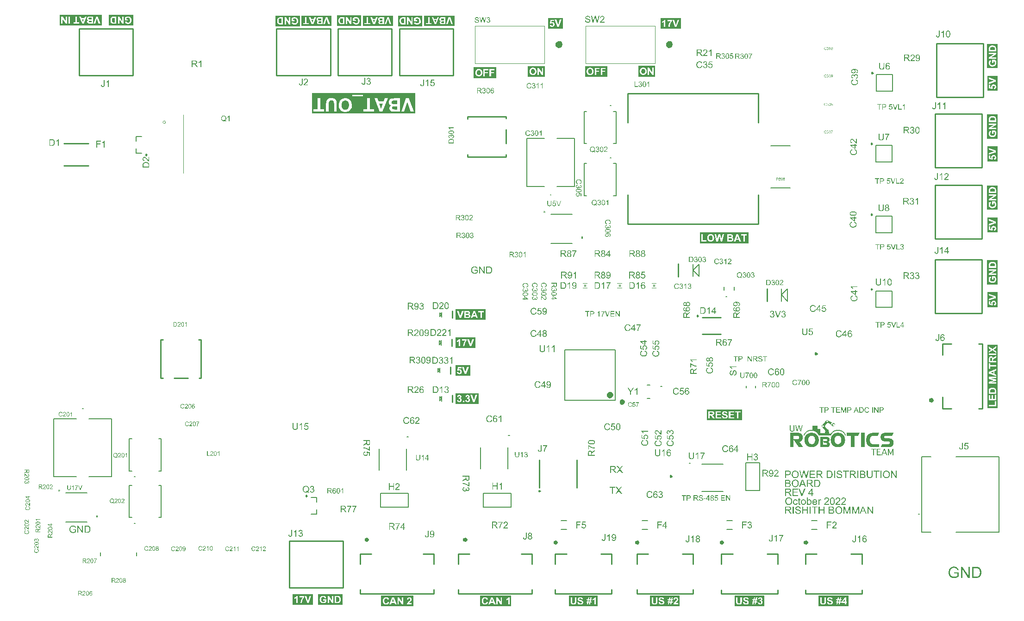
<source format=gto>
G04*
G04 #@! TF.GenerationSoftware,Altium Limited,Altium Designer,22.6.1 (34)*
G04*
G04 Layer_Color=65535*
%FSLAX25Y25*%
%MOIN*%
G70*
G04*
G04 #@! TF.SameCoordinates,B76439E7-F2EC-4E1E-8BC3-EA8C62091EE2*
G04*
G04*
G04 #@! TF.FilePolarity,Positive*
G04*
G01*
G75*
%ADD10C,0.00600*%
%ADD11C,0.00787*%
%ADD12C,0.00000*%
%ADD13C,0.01000*%
%ADD14C,0.01575*%
%ADD15C,0.02756*%
%ADD16C,0.02953*%
%ADD17C,0.02362*%
%ADD18C,0.00984*%
%ADD19C,0.01181*%
%ADD20C,0.00500*%
%ADD21C,0.00472*%
%ADD22C,0.00394*%
%ADD23C,0.00295*%
G36*
X380700Y242290D02*
X379700D01*
Y243790D01*
X380700D01*
Y242290D01*
D02*
G37*
G36*
X556805Y111480D02*
X556864D01*
Y111470D01*
X556914D01*
Y111460D01*
X556953D01*
Y111450D01*
X556983D01*
Y111440D01*
X557012D01*
Y111431D01*
X557042D01*
Y111421D01*
X557061D01*
Y111411D01*
X557081D01*
Y111401D01*
X557101D01*
Y111391D01*
X557130D01*
Y111381D01*
X557140D01*
Y111371D01*
X557160D01*
Y111362D01*
X557180D01*
Y111352D01*
X557199D01*
Y111342D01*
X557209D01*
Y111332D01*
X557229D01*
Y111322D01*
X557249D01*
Y111312D01*
X557259D01*
Y111302D01*
X557268D01*
Y111293D01*
X557288D01*
Y111283D01*
X557298D01*
Y111273D01*
X557308D01*
Y111263D01*
X557328D01*
Y111253D01*
X557338D01*
Y111243D01*
X557357D01*
Y111233D01*
X557377D01*
Y111223D01*
X557397D01*
Y111214D01*
X557407D01*
Y111204D01*
X557426D01*
Y111194D01*
X557446D01*
Y111184D01*
X557466D01*
Y111174D01*
X557485D01*
Y111164D01*
X557505D01*
Y111154D01*
X557525D01*
Y111145D01*
X557535D01*
Y111135D01*
X557554D01*
Y111125D01*
X557574D01*
Y111115D01*
X557594D01*
Y111105D01*
X557614D01*
Y111095D01*
X557633D01*
Y111085D01*
X557643D01*
Y111076D01*
X557663D01*
Y111066D01*
X557683D01*
Y111056D01*
X557702D01*
Y111046D01*
X557722D01*
Y111036D01*
X557742D01*
Y111026D01*
X557761D01*
Y111016D01*
X557771D01*
Y111007D01*
X557791D01*
Y110997D01*
X557811D01*
Y110987D01*
X557830D01*
Y110977D01*
X557850D01*
Y110967D01*
X557870D01*
Y110957D01*
X557890D01*
Y110947D01*
X557899D01*
Y110938D01*
X557919D01*
Y110928D01*
X557939D01*
Y110918D01*
X557959D01*
Y110908D01*
X557978D01*
Y110898D01*
X557998D01*
Y110888D01*
X558018D01*
Y110878D01*
X558028D01*
Y110869D01*
X558047D01*
Y110859D01*
X558067D01*
Y110849D01*
X558087D01*
Y110839D01*
X558107D01*
Y110829D01*
X558126D01*
Y110819D01*
X558136D01*
Y110809D01*
X558156D01*
Y110800D01*
X558176D01*
Y110790D01*
X558195D01*
Y110780D01*
X558215D01*
Y110770D01*
X558235D01*
Y110760D01*
X558254D01*
Y110750D01*
X558264D01*
Y110740D01*
X558284D01*
Y110731D01*
X558304D01*
Y110721D01*
X558323D01*
Y110711D01*
X558343D01*
Y110701D01*
X558363D01*
Y110691D01*
X558383D01*
Y110681D01*
X558392D01*
Y110671D01*
X558412D01*
Y110661D01*
X558432D01*
Y110652D01*
X558452D01*
Y110642D01*
X558471D01*
Y110632D01*
X558491D01*
Y110622D01*
X558511D01*
Y110612D01*
X558521D01*
Y110602D01*
X558540D01*
Y110592D01*
X558560D01*
Y110583D01*
X558580D01*
Y110573D01*
X558599D01*
Y110563D01*
X558619D01*
Y110553D01*
X558629D01*
Y110543D01*
X558649D01*
Y110533D01*
X558669D01*
Y110523D01*
X558688D01*
Y110514D01*
X558708D01*
Y110504D01*
X558728D01*
Y110494D01*
X558747D01*
Y110484D01*
X558757D01*
Y110474D01*
X558777D01*
Y110464D01*
X558797D01*
Y110454D01*
X558816D01*
Y110445D01*
X558836D01*
Y110435D01*
X558856D01*
Y110425D01*
X558876D01*
Y110415D01*
X558885D01*
Y110405D01*
X558905D01*
Y110395D01*
X558925D01*
Y110386D01*
X558945D01*
Y110376D01*
X558964D01*
Y110366D01*
X558984D01*
Y110356D01*
X558994D01*
Y110346D01*
X559014D01*
Y110336D01*
X559033D01*
Y110326D01*
X559053D01*
Y110316D01*
X559073D01*
Y110307D01*
X559092D01*
Y110297D01*
X559112D01*
Y110287D01*
X559122D01*
Y110277D01*
X559142D01*
Y110267D01*
X559161D01*
Y110257D01*
X559181D01*
Y110247D01*
X559201D01*
Y110238D01*
X559221D01*
Y110228D01*
X559240D01*
Y110218D01*
X559250D01*
Y110208D01*
X559270D01*
Y110198D01*
X559290D01*
Y110188D01*
X559309D01*
Y110178D01*
X559329D01*
Y110169D01*
X559349D01*
Y110159D01*
X559368D01*
Y110149D01*
X559378D01*
Y110139D01*
X559398D01*
Y110129D01*
X559418D01*
Y110119D01*
X559437D01*
Y110109D01*
X559457D01*
Y110099D01*
X559477D01*
Y110090D01*
X559487D01*
Y110080D01*
X559507D01*
Y110070D01*
X559526D01*
Y110060D01*
X559546D01*
Y110050D01*
X559566D01*
Y110040D01*
X559585D01*
Y110030D01*
X559605D01*
Y110021D01*
X559615D01*
Y110011D01*
X559635D01*
Y110001D01*
X559654D01*
Y109991D01*
X559674D01*
Y109981D01*
X559694D01*
Y109971D01*
X559714D01*
Y109961D01*
X559733D01*
Y109952D01*
X559743D01*
Y109942D01*
X559763D01*
Y109932D01*
X559783D01*
Y109922D01*
X559802D01*
Y109912D01*
X559822D01*
Y109902D01*
X559842D01*
Y109892D01*
X559861D01*
Y109883D01*
X559871D01*
Y109873D01*
X559891D01*
Y109863D01*
X559911D01*
Y109853D01*
X559930D01*
Y109843D01*
X559950D01*
Y109833D01*
X559970D01*
Y109824D01*
X559980D01*
Y109814D01*
X559999D01*
Y109804D01*
X560019D01*
Y109794D01*
X560039D01*
Y109784D01*
X560059D01*
Y109774D01*
X560078D01*
Y109764D01*
X560098D01*
Y109755D01*
X560108D01*
Y109745D01*
X560128D01*
Y109735D01*
X560147D01*
Y109725D01*
X560167D01*
Y109715D01*
X560187D01*
Y109705D01*
X560207D01*
Y109695D01*
X560226D01*
Y109686D01*
X560236D01*
Y109676D01*
X560256D01*
Y109666D01*
X560276D01*
Y109656D01*
X560295D01*
Y109646D01*
X560315D01*
Y109636D01*
X560335D01*
Y109626D01*
X560354D01*
Y109616D01*
X560364D01*
Y109607D01*
X560384D01*
Y109597D01*
X560404D01*
Y109587D01*
X560423D01*
Y109577D01*
X560443D01*
Y109567D01*
X560463D01*
Y109557D01*
X560473D01*
Y109547D01*
X560492D01*
Y109538D01*
X560512D01*
Y109528D01*
X560532D01*
Y109518D01*
X560552D01*
Y109508D01*
X560571D01*
Y109498D01*
X560591D01*
Y109488D01*
X560601D01*
Y109478D01*
X560620D01*
Y109469D01*
X560640D01*
Y109459D01*
X560660D01*
Y109449D01*
X560680D01*
Y109439D01*
X560699D01*
Y109429D01*
X560719D01*
Y109419D01*
X560729D01*
Y109409D01*
X560739D01*
Y109400D01*
X560749D01*
Y109380D01*
X560759D01*
Y109370D01*
X560768D01*
Y109350D01*
X560778D01*
Y109330D01*
X560788D01*
Y109311D01*
X560798D01*
Y109291D01*
X560808D01*
Y109321D01*
X560867D01*
Y109330D01*
X560985D01*
Y109340D01*
X561104D01*
Y109350D01*
X561222D01*
Y109360D01*
X561340D01*
Y109370D01*
X561449D01*
Y109380D01*
X561567D01*
Y109390D01*
X561685D01*
Y109400D01*
X561804D01*
Y109409D01*
X561873D01*
Y109390D01*
X561882D01*
Y109370D01*
X561892D01*
Y109340D01*
X561902D01*
Y109321D01*
X561912D01*
Y109301D01*
X561922D01*
Y109271D01*
X561932D01*
Y109252D01*
X561942D01*
Y109232D01*
X561951D01*
Y109202D01*
X561961D01*
Y109183D01*
X561971D01*
Y109163D01*
X561981D01*
Y109143D01*
X561991D01*
Y109114D01*
X562001D01*
Y109094D01*
X562011D01*
Y109074D01*
X562020D01*
Y109045D01*
X562030D01*
Y109025D01*
X562040D01*
Y109005D01*
X562050D01*
Y108976D01*
X562060D01*
Y108956D01*
X562070D01*
Y108936D01*
X562080D01*
Y108907D01*
X562089D01*
Y108887D01*
X562099D01*
Y108867D01*
X562109D01*
Y108838D01*
X562119D01*
Y108818D01*
X562129D01*
Y108798D01*
X562139D01*
Y108769D01*
X562149D01*
Y108749D01*
X562158D01*
Y108729D01*
X562168D01*
Y108700D01*
X562178D01*
Y108680D01*
X562188D01*
Y108660D01*
X562198D01*
Y108640D01*
X562208D01*
Y108611D01*
X562218D01*
Y108591D01*
X562227D01*
Y108571D01*
X562237D01*
Y108542D01*
X562247D01*
Y108522D01*
X562257D01*
Y108502D01*
X562267D01*
Y108473D01*
X562277D01*
Y108453D01*
X562287D01*
Y108433D01*
X562297D01*
Y108404D01*
X562306D01*
Y108384D01*
X562316D01*
Y108364D01*
X562326D01*
Y108335D01*
X562336D01*
Y108315D01*
X562346D01*
Y108295D01*
X562356D01*
Y108266D01*
X562366D01*
Y108246D01*
X562375D01*
Y108226D01*
X562385D01*
Y108197D01*
X562395D01*
Y108177D01*
X562405D01*
Y108157D01*
X562415D01*
Y108138D01*
X562425D01*
Y108108D01*
X562435D01*
Y108088D01*
X562444D01*
Y108069D01*
X562454D01*
Y108039D01*
X562464D01*
Y108019D01*
X562474D01*
Y108000D01*
X562484D01*
Y107970D01*
X562494D01*
Y107950D01*
X562504D01*
Y107931D01*
X562513D01*
Y107901D01*
X562523D01*
Y107881D01*
X562533D01*
Y107862D01*
X562543D01*
Y107832D01*
X562553D01*
Y107812D01*
X562563D01*
Y107792D01*
X562573D01*
Y107773D01*
X562563D01*
Y107783D01*
X562553D01*
Y107792D01*
X562543D01*
Y107802D01*
X562533D01*
Y107812D01*
X562523D01*
Y107832D01*
X562513D01*
Y107842D01*
X562504D01*
Y107852D01*
X562494D01*
Y107862D01*
X562484D01*
Y107871D01*
X562474D01*
Y107891D01*
X562464D01*
Y107901D01*
X562454D01*
Y107911D01*
X562444D01*
Y107921D01*
X562435D01*
Y107931D01*
X562425D01*
Y107950D01*
X562415D01*
Y107960D01*
X562405D01*
Y107970D01*
X562395D01*
Y107980D01*
X562385D01*
Y107990D01*
X562375D01*
Y108009D01*
X562366D01*
Y108019D01*
X562356D01*
Y108029D01*
X562346D01*
Y108039D01*
X562336D01*
Y108049D01*
X562326D01*
Y108069D01*
X562316D01*
Y108078D01*
X562306D01*
Y108088D01*
X562297D01*
Y108098D01*
X562287D01*
Y108108D01*
X562277D01*
Y108118D01*
X562267D01*
Y108138D01*
X562257D01*
Y108148D01*
X562247D01*
Y108157D01*
X562237D01*
Y108167D01*
X562227D01*
Y108177D01*
X562218D01*
Y108197D01*
X562208D01*
Y108207D01*
X562198D01*
Y108217D01*
X562188D01*
Y108226D01*
X562178D01*
Y108236D01*
X562168D01*
Y108256D01*
X562158D01*
Y108266D01*
X562149D01*
Y108276D01*
X562139D01*
Y108285D01*
X562129D01*
Y108295D01*
X562119D01*
Y108315D01*
X562109D01*
Y108325D01*
X562099D01*
Y108335D01*
X562089D01*
Y108345D01*
X562080D01*
Y108354D01*
X562070D01*
Y108374D01*
X562060D01*
Y108384D01*
X562050D01*
Y108394D01*
X562040D01*
Y108404D01*
X562030D01*
Y108414D01*
X562020D01*
Y108433D01*
X562011D01*
Y108443D01*
X562001D01*
Y108453D01*
X561991D01*
Y108463D01*
X561981D01*
Y108473D01*
X561971D01*
Y108493D01*
X561961D01*
Y108502D01*
X561951D01*
Y108512D01*
X561942D01*
Y108522D01*
X561932D01*
Y108532D01*
X561922D01*
Y108552D01*
X561912D01*
Y108562D01*
X561902D01*
Y108571D01*
X561892D01*
Y108581D01*
X561882D01*
Y108591D01*
X561873D01*
Y108611D01*
X561863D01*
Y108621D01*
X561853D01*
Y108631D01*
X561843D01*
Y108640D01*
X561833D01*
Y108650D01*
X561823D01*
Y108670D01*
X561813D01*
Y108680D01*
X561804D01*
Y108690D01*
X561794D01*
Y108700D01*
X561784D01*
Y108709D01*
X561774D01*
Y108729D01*
X561764D01*
Y108739D01*
X561754D01*
Y108749D01*
X561744D01*
Y108759D01*
X561735D01*
Y108769D01*
X561725D01*
Y108778D01*
X561715D01*
Y108798D01*
X561705D01*
Y108808D01*
X561695D01*
Y108818D01*
X561685D01*
Y108828D01*
X561675D01*
Y108838D01*
X561666D01*
Y108857D01*
X561656D01*
Y108867D01*
X561646D01*
Y108877D01*
X561636D01*
Y108887D01*
X561626D01*
Y108897D01*
X561597D01*
Y108887D01*
X561567D01*
Y108877D01*
X561537D01*
Y108867D01*
X561518D01*
Y108857D01*
X561488D01*
Y108847D01*
X561468D01*
Y108838D01*
X561439D01*
Y108828D01*
X561419D01*
Y108818D01*
X561389D01*
Y108808D01*
X561370D01*
Y108798D01*
X561340D01*
Y108788D01*
X561311D01*
Y108778D01*
X561291D01*
Y108769D01*
X561261D01*
Y108759D01*
X561242D01*
Y108749D01*
X561212D01*
Y108739D01*
X561192D01*
Y108729D01*
X561163D01*
Y108719D01*
X561143D01*
Y108709D01*
X561114D01*
Y108700D01*
X561084D01*
Y108690D01*
X561064D01*
Y108680D01*
X561035D01*
Y108670D01*
X561015D01*
Y108660D01*
X560985D01*
Y108650D01*
X560966D01*
Y108640D01*
X560936D01*
Y108631D01*
X560916D01*
Y108621D01*
X560887D01*
Y108611D01*
X560857D01*
Y108601D01*
X560837D01*
Y108591D01*
X560808D01*
Y108581D01*
X560788D01*
Y108571D01*
X560768D01*
Y108552D01*
X560759D01*
Y108532D01*
X560749D01*
Y108522D01*
X560739D01*
Y108512D01*
X560729D01*
Y108493D01*
X560719D01*
Y108473D01*
X560709D01*
Y108394D01*
X560699D01*
Y108315D01*
X560689D01*
Y108236D01*
X560680D01*
Y108148D01*
X560670D01*
Y108069D01*
X560660D01*
Y107980D01*
X560650D01*
Y107901D01*
X560640D01*
Y107822D01*
X560630D01*
Y107733D01*
X560620D01*
Y107655D01*
X560611D01*
Y107635D01*
X560620D01*
Y107625D01*
X560650D01*
Y107615D01*
X560680D01*
Y107605D01*
X560719D01*
Y107595D01*
X560749D01*
Y107586D01*
X560788D01*
Y107576D01*
X560818D01*
Y107566D01*
X560857D01*
Y107556D01*
X560887D01*
Y107546D01*
X560926D01*
Y107536D01*
X560956D01*
Y107526D01*
X560995D01*
Y107517D01*
X561025D01*
Y107507D01*
X561064D01*
Y107497D01*
X561094D01*
Y107487D01*
X561133D01*
Y107477D01*
X561173D01*
Y107467D01*
X561202D01*
Y107457D01*
X561242D01*
Y107448D01*
X561271D01*
Y107438D01*
X561311D01*
Y107428D01*
X561340D01*
Y107418D01*
X561380D01*
Y107408D01*
X561409D01*
Y107398D01*
X561449D01*
Y107388D01*
X561478D01*
Y107378D01*
X561518D01*
Y107369D01*
X561547D01*
Y107359D01*
X561587D01*
Y107349D01*
X561616D01*
Y107339D01*
X561656D01*
Y107329D01*
X561685D01*
Y107319D01*
X561725D01*
Y107309D01*
X561754D01*
Y107300D01*
X561794D01*
Y107290D01*
X561823D01*
Y107280D01*
X561863D01*
Y107270D01*
X561892D01*
Y107260D01*
X561932D01*
Y107250D01*
X561961D01*
Y107240D01*
X562001D01*
Y107231D01*
X562030D01*
Y107221D01*
X562070D01*
Y107211D01*
X561882D01*
Y107221D01*
X561547D01*
Y107231D01*
X561212D01*
Y107240D01*
X560877D01*
Y107250D01*
X560542D01*
Y107260D01*
X560216D01*
Y107270D01*
X560137D01*
Y107290D01*
X560128D01*
Y107319D01*
X560118D01*
Y107339D01*
X560108D01*
Y107359D01*
X560098D01*
Y107388D01*
X560088D01*
Y107408D01*
X560078D01*
Y107428D01*
X560068D01*
Y107457D01*
X560059D01*
Y107477D01*
X560049D01*
Y107497D01*
X560039D01*
Y107526D01*
X560029D01*
Y107546D01*
X560019D01*
Y107576D01*
X560009D01*
Y107595D01*
X559999D01*
Y107615D01*
X559990D01*
Y107645D01*
X559980D01*
Y107664D01*
X559970D01*
Y107684D01*
X559960D01*
Y107714D01*
X559950D01*
Y107733D01*
X559940D01*
Y107753D01*
X559930D01*
Y107783D01*
X559921D01*
Y107802D01*
X559911D01*
Y107822D01*
X559901D01*
Y107852D01*
X559891D01*
Y107871D01*
X559881D01*
Y107901D01*
X559871D01*
Y107921D01*
X559861D01*
Y107940D01*
X559852D01*
Y107970D01*
X559842D01*
Y107990D01*
X559832D01*
Y108009D01*
X559822D01*
Y108039D01*
X559812D01*
Y108059D01*
X559802D01*
Y108078D01*
X559792D01*
Y108108D01*
X559783D01*
Y108128D01*
X559773D01*
Y108148D01*
X559763D01*
Y108177D01*
X559753D01*
Y108197D01*
X559743D01*
Y108217D01*
X559733D01*
Y108226D01*
X559704D01*
Y108236D01*
X559664D01*
Y108246D01*
X559645D01*
Y108256D01*
X559625D01*
Y108266D01*
X559605D01*
Y108276D01*
X559585D01*
Y108285D01*
X559576D01*
Y108295D01*
X559556D01*
Y108305D01*
X559536D01*
Y108315D01*
X559516D01*
Y108325D01*
X559507D01*
Y108335D01*
X559487D01*
Y108345D01*
X559467D01*
Y108354D01*
X559447D01*
Y108364D01*
X559428D01*
Y108374D01*
X559418D01*
Y108384D01*
X559398D01*
Y108394D01*
X559378D01*
Y108404D01*
X559359D01*
Y108414D01*
X559339D01*
Y108423D01*
X559329D01*
Y108433D01*
X559309D01*
Y108443D01*
X559290D01*
Y108453D01*
X559270D01*
Y108463D01*
X559250D01*
Y108473D01*
X559240D01*
Y108483D01*
X559221D01*
Y108493D01*
X559201D01*
Y108502D01*
X559181D01*
Y108512D01*
X559161D01*
Y108522D01*
X559152D01*
Y108532D01*
X559132D01*
Y108542D01*
X559112D01*
Y108552D01*
X559092D01*
Y108562D01*
X559073D01*
Y108571D01*
X559063D01*
Y108581D01*
X559043D01*
Y108591D01*
X559023D01*
Y108601D01*
X559004D01*
Y108611D01*
X558994D01*
Y108621D01*
X558974D01*
Y108631D01*
X558954D01*
Y108640D01*
X558935D01*
Y108650D01*
X558915D01*
Y108660D01*
X558905D01*
Y108670D01*
X558885D01*
Y108680D01*
X558866D01*
Y108690D01*
X558846D01*
Y108700D01*
X558826D01*
Y108709D01*
X558816D01*
Y108719D01*
X558797D01*
Y108729D01*
X558777D01*
Y108739D01*
X558757D01*
Y108749D01*
X558738D01*
Y108759D01*
X558728D01*
Y108769D01*
X558708D01*
Y108778D01*
X558688D01*
Y108788D01*
X558669D01*
Y108798D01*
X558649D01*
Y108808D01*
X558639D01*
Y108818D01*
X558619D01*
Y108828D01*
X558599D01*
Y108838D01*
X558580D01*
Y108847D01*
X558560D01*
Y108857D01*
X558550D01*
Y108867D01*
X558530D01*
Y108877D01*
X558511D01*
Y108887D01*
X558491D01*
Y108897D01*
X558471D01*
Y108907D01*
X558461D01*
Y108916D01*
X558442D01*
Y108926D01*
X558422D01*
Y108936D01*
X558402D01*
Y108946D01*
X558392D01*
Y108956D01*
X558373D01*
Y108966D01*
X558353D01*
Y108976D01*
X558333D01*
Y108985D01*
X558314D01*
Y108995D01*
X558304D01*
Y109005D01*
X558284D01*
Y109015D01*
X558264D01*
Y109025D01*
X558245D01*
Y109035D01*
X558225D01*
Y109045D01*
X558215D01*
Y109055D01*
X558195D01*
Y109064D01*
X558176D01*
Y109074D01*
X558156D01*
Y109084D01*
X558136D01*
Y109094D01*
X558126D01*
Y109104D01*
X558107D01*
Y109114D01*
X558087D01*
Y109124D01*
X558067D01*
Y109133D01*
X558047D01*
Y109143D01*
X558038D01*
Y109153D01*
X558018D01*
Y109163D01*
X557998D01*
Y109173D01*
X557978D01*
Y109183D01*
X557959D01*
Y109193D01*
X557949D01*
Y109202D01*
X557929D01*
Y109212D01*
X557909D01*
Y109222D01*
X557890D01*
Y109232D01*
X557880D01*
Y109242D01*
X557860D01*
Y109252D01*
X557840D01*
Y109262D01*
X557821D01*
Y109271D01*
X557801D01*
Y109281D01*
X557791D01*
Y109291D01*
X557771D01*
Y109301D01*
X557752D01*
Y109311D01*
X557732D01*
Y109321D01*
X557712D01*
Y109330D01*
X557702D01*
Y109340D01*
X557683D01*
Y109350D01*
X557663D01*
Y109360D01*
X557643D01*
Y109370D01*
X557623D01*
Y109380D01*
X557614D01*
Y109390D01*
X557594D01*
Y109400D01*
X557574D01*
Y109409D01*
X557554D01*
Y109419D01*
X557535D01*
Y109429D01*
X557525D01*
Y109439D01*
X557505D01*
Y109449D01*
X557485D01*
Y109459D01*
X557466D01*
Y109469D01*
X557446D01*
Y109478D01*
X557436D01*
Y109488D01*
X557416D01*
Y109498D01*
X557397D01*
Y109508D01*
X557377D01*
Y109518D01*
X557357D01*
Y109528D01*
X557347D01*
Y109538D01*
X557328D01*
Y109547D01*
X557308D01*
Y109557D01*
X557288D01*
Y109567D01*
X557278D01*
Y109577D01*
X557259D01*
Y109587D01*
X557239D01*
Y109597D01*
X557219D01*
Y109607D01*
X557199D01*
Y109616D01*
X557190D01*
Y109626D01*
X557170D01*
Y109636D01*
X557150D01*
Y109646D01*
X557130D01*
Y109656D01*
X557111D01*
Y109666D01*
X557101D01*
Y109676D01*
X557081D01*
Y109686D01*
X557061D01*
Y109695D01*
X557042D01*
Y109705D01*
X557022D01*
Y109715D01*
X556992D01*
Y109705D01*
X556983D01*
Y109686D01*
X556973D01*
Y109676D01*
X556963D01*
Y109666D01*
X556953D01*
Y109656D01*
X556943D01*
Y109636D01*
X556933D01*
Y109626D01*
X556923D01*
Y109616D01*
X556914D01*
Y109607D01*
X556904D01*
Y109587D01*
X556894D01*
Y109577D01*
X556884D01*
Y109567D01*
X556874D01*
Y109557D01*
X556864D01*
Y109538D01*
X556854D01*
Y109528D01*
X556845D01*
Y109518D01*
X556835D01*
Y109508D01*
X556825D01*
Y109498D01*
X556815D01*
Y109478D01*
X556805D01*
Y109469D01*
X556795D01*
Y109459D01*
X556785D01*
Y109449D01*
X556776D01*
Y109429D01*
X556766D01*
Y109419D01*
X556756D01*
Y109409D01*
X556746D01*
Y109400D01*
X556736D01*
Y109390D01*
X556726D01*
Y109370D01*
X556716D01*
Y109360D01*
X556706D01*
Y109350D01*
X556697D01*
Y109340D01*
X556687D01*
Y109330D01*
X556677D01*
Y109311D01*
X556667D01*
Y109301D01*
X556657D01*
Y109291D01*
X556647D01*
Y109281D01*
X556637D01*
Y109271D01*
X556628D01*
Y109252D01*
X556618D01*
Y109242D01*
X556608D01*
Y109232D01*
X556598D01*
Y109222D01*
X556588D01*
Y109212D01*
X556578D01*
Y109193D01*
X556568D01*
Y109183D01*
X556559D01*
Y109173D01*
X556549D01*
Y109163D01*
X556539D01*
Y109153D01*
X556529D01*
Y109143D01*
X556519D01*
Y109124D01*
X556509D01*
Y109114D01*
X556499D01*
Y109104D01*
X556490D01*
Y109094D01*
X556480D01*
Y109084D01*
X556470D01*
Y109074D01*
X556460D01*
Y109055D01*
X556450D01*
Y109045D01*
X556440D01*
Y109035D01*
X556430D01*
Y109025D01*
X556421D01*
Y109015D01*
X556411D01*
Y109005D01*
X556401D01*
Y108985D01*
X556391D01*
Y108976D01*
X556381D01*
Y108966D01*
X556371D01*
Y108956D01*
X556361D01*
Y108946D01*
X556352D01*
Y108936D01*
X556342D01*
Y108916D01*
X556332D01*
Y108907D01*
X556322D01*
Y108897D01*
X556312D01*
Y108887D01*
X556302D01*
Y108877D01*
X556292D01*
Y108867D01*
X556283D01*
Y108857D01*
X556273D01*
Y108838D01*
X556263D01*
Y108828D01*
X556253D01*
Y108818D01*
X556243D01*
Y108808D01*
X556233D01*
Y108798D01*
X556223D01*
Y108788D01*
X556214D01*
Y108778D01*
X556204D01*
Y108759D01*
X556194D01*
Y108749D01*
X556184D01*
Y108739D01*
X556174D01*
Y108729D01*
X556164D01*
Y108719D01*
X556154D01*
Y108709D01*
X556145D01*
Y108700D01*
X556135D01*
Y108690D01*
X556125D01*
Y108670D01*
X556115D01*
Y108660D01*
X556105D01*
Y108650D01*
X556095D01*
Y108640D01*
X556085D01*
Y108631D01*
X556075D01*
Y108621D01*
X556066D01*
Y108611D01*
X556056D01*
Y108601D01*
X556046D01*
Y108591D01*
X556036D01*
Y108571D01*
X556026D01*
Y108562D01*
X556016D01*
Y108552D01*
X556006D01*
Y108542D01*
X555997D01*
Y108532D01*
X555987D01*
Y108522D01*
X555977D01*
Y108512D01*
X555967D01*
Y108502D01*
X555957D01*
Y108493D01*
X555947D01*
Y108473D01*
X555937D01*
Y108463D01*
X555928D01*
Y108453D01*
X555918D01*
Y108443D01*
X555908D01*
Y108433D01*
X555898D01*
Y108423D01*
X555888D01*
Y108414D01*
X555878D01*
Y108404D01*
X555868D01*
Y108394D01*
X555859D01*
Y108384D01*
X555849D01*
Y108374D01*
X555839D01*
Y108354D01*
X555829D01*
Y108345D01*
X555819D01*
Y108335D01*
X555809D01*
Y108325D01*
X555799D01*
Y108315D01*
X555790D01*
Y108305D01*
X555780D01*
Y108295D01*
X555770D01*
Y108285D01*
X555760D01*
Y108276D01*
X555750D01*
Y108266D01*
X555740D01*
Y108256D01*
X555730D01*
Y108246D01*
X555721D01*
Y108236D01*
X555711D01*
Y108217D01*
X555701D01*
Y108207D01*
X555691D01*
Y108197D01*
X555681D01*
Y108187D01*
X555671D01*
Y108177D01*
X555661D01*
Y108167D01*
X555652D01*
Y108157D01*
X555642D01*
Y108148D01*
X555632D01*
Y108138D01*
X555622D01*
Y108128D01*
X555612D01*
Y108118D01*
X555602D01*
Y108098D01*
X555592D01*
Y108088D01*
X555583D01*
Y108078D01*
X555573D01*
Y108069D01*
X555563D01*
Y108049D01*
X555553D01*
Y108039D01*
X555543D01*
Y108029D01*
X555533D01*
Y108019D01*
X555523D01*
Y108000D01*
X555514D01*
Y107990D01*
X555504D01*
Y107980D01*
X555494D01*
Y107970D01*
X555484D01*
Y107950D01*
X555474D01*
Y107940D01*
X555464D01*
Y107931D01*
X555454D01*
Y107911D01*
X555445D01*
Y107901D01*
X555435D01*
Y107891D01*
X555425D01*
Y107881D01*
X555415D01*
Y107862D01*
X555405D01*
Y107852D01*
X555395D01*
Y107842D01*
X555385D01*
Y107832D01*
X555376D01*
Y107812D01*
X555366D01*
Y107802D01*
X555356D01*
Y107792D01*
X555346D01*
Y107773D01*
X555336D01*
Y107763D01*
X555326D01*
Y107753D01*
X555316D01*
Y107743D01*
X555306D01*
Y107723D01*
X555297D01*
Y107714D01*
X555287D01*
Y107704D01*
X555277D01*
Y107694D01*
X555267D01*
Y107674D01*
X555257D01*
Y107664D01*
X555247D01*
Y107655D01*
X555237D01*
Y107635D01*
X555228D01*
Y107625D01*
X555218D01*
Y107615D01*
X555208D01*
Y107605D01*
X555198D01*
Y107586D01*
X555188D01*
Y107576D01*
X555178D01*
Y107566D01*
X555168D01*
Y107556D01*
X555159D01*
Y107536D01*
X555149D01*
Y107526D01*
X555139D01*
Y107517D01*
X555129D01*
Y107507D01*
X555119D01*
Y107487D01*
X555109D01*
Y107477D01*
X555099D01*
Y107467D01*
X555090D01*
Y107448D01*
X555080D01*
Y107438D01*
X555070D01*
Y107428D01*
X555060D01*
Y107418D01*
X555050D01*
Y107398D01*
X555040D01*
Y107388D01*
X555030D01*
Y107378D01*
X555021D01*
Y107369D01*
X555011D01*
Y107349D01*
X555001D01*
Y107339D01*
X554991D01*
Y107329D01*
X554981D01*
Y107309D01*
X554971D01*
Y107300D01*
X554961D01*
Y107290D01*
X554952D01*
Y107280D01*
X554942D01*
Y107260D01*
X554932D01*
Y107250D01*
X554922D01*
Y107240D01*
X554912D01*
Y107231D01*
X554902D01*
Y107211D01*
X554883D01*
Y107221D01*
X554873D01*
Y107231D01*
X554863D01*
Y107240D01*
X554853D01*
Y107250D01*
X554843D01*
Y107260D01*
X554833D01*
Y107270D01*
X554823D01*
Y107290D01*
X554814D01*
Y107300D01*
X554804D01*
Y107309D01*
X554794D01*
Y107319D01*
X554784D01*
Y107309D01*
X554794D01*
Y107290D01*
X554804D01*
Y107280D01*
X554814D01*
Y107270D01*
X554823D01*
Y107260D01*
X554833D01*
Y107250D01*
X554843D01*
Y107231D01*
X554853D01*
Y107221D01*
X554863D01*
Y107211D01*
X554873D01*
Y107201D01*
X554883D01*
Y107191D01*
X554892D01*
Y107171D01*
X554902D01*
Y107162D01*
X554912D01*
Y107152D01*
X554922D01*
Y107142D01*
X554932D01*
Y107122D01*
X554942D01*
Y107112D01*
X554952D01*
Y107102D01*
X554961D01*
Y107093D01*
X554971D01*
Y107083D01*
X554981D01*
Y107063D01*
X554991D01*
Y107053D01*
X555001D01*
Y107043D01*
X555011D01*
Y107033D01*
X555021D01*
Y107024D01*
X555030D01*
Y107004D01*
X555040D01*
Y106994D01*
X555050D01*
Y106984D01*
X555060D01*
Y106974D01*
X555070D01*
Y106955D01*
X555080D01*
Y106945D01*
X555090D01*
Y106935D01*
X555099D01*
Y106925D01*
X555109D01*
Y106915D01*
X555119D01*
Y106895D01*
X555129D01*
Y106886D01*
X555139D01*
Y106876D01*
X555149D01*
Y106866D01*
X555159D01*
Y106856D01*
X555168D01*
Y106836D01*
X555178D01*
Y106826D01*
X555188D01*
Y106816D01*
X555198D01*
Y106807D01*
X555208D01*
Y106787D01*
X555218D01*
Y106777D01*
X555228D01*
Y106767D01*
X555237D01*
Y106757D01*
X555247D01*
Y106747D01*
X555257D01*
Y106728D01*
X555267D01*
Y106718D01*
X555277D01*
Y106708D01*
X555287D01*
Y106698D01*
X555297D01*
Y106688D01*
X555306D01*
Y106669D01*
X555316D01*
Y106659D01*
X555326D01*
Y106649D01*
X555336D01*
Y106639D01*
X555346D01*
Y106619D01*
X555356D01*
Y106609D01*
X555366D01*
Y106600D01*
X555376D01*
Y106590D01*
X555385D01*
Y106580D01*
X555395D01*
Y106560D01*
X555405D01*
Y106550D01*
X555415D01*
Y106541D01*
X555425D01*
Y106531D01*
X555435D01*
Y106511D01*
X555445D01*
Y106501D01*
X555454D01*
Y106491D01*
X555464D01*
Y106481D01*
X555474D01*
Y106471D01*
X555484D01*
Y106452D01*
X555494D01*
Y106442D01*
X555504D01*
Y106432D01*
X555514D01*
Y106422D01*
X555523D01*
Y106412D01*
X555533D01*
Y106393D01*
X555543D01*
Y106383D01*
X555553D01*
Y106373D01*
X555563D01*
Y106363D01*
X555573D01*
Y106343D01*
X555583D01*
Y106333D01*
X555592D01*
Y106324D01*
X555602D01*
Y106314D01*
X555612D01*
Y106304D01*
X555622D01*
Y106284D01*
X555632D01*
Y106274D01*
X555642D01*
Y106264D01*
X555652D01*
Y106254D01*
X555661D01*
Y106245D01*
X555671D01*
Y106225D01*
X555681D01*
Y106215D01*
X555691D01*
Y106205D01*
X555701D01*
Y106195D01*
X555711D01*
Y106176D01*
X555721D01*
Y106166D01*
X555730D01*
Y106156D01*
X555740D01*
Y106146D01*
X555750D01*
Y106136D01*
X555760D01*
Y106116D01*
X555770D01*
Y106107D01*
X555780D01*
Y106097D01*
X555790D01*
Y106087D01*
X555799D01*
Y106067D01*
X555809D01*
Y106057D01*
X555819D01*
Y106047D01*
X555829D01*
Y106038D01*
X555839D01*
Y106028D01*
X555849D01*
Y106008D01*
X555859D01*
Y105998D01*
X555868D01*
Y105988D01*
X555878D01*
Y105979D01*
X555888D01*
Y105969D01*
X555898D01*
Y105949D01*
X555908D01*
Y105939D01*
X555918D01*
Y105929D01*
X555928D01*
Y105919D01*
X555937D01*
Y105900D01*
X555947D01*
Y105890D01*
X555957D01*
Y105880D01*
X555967D01*
Y105870D01*
X555977D01*
Y105860D01*
X555987D01*
Y105841D01*
X555997D01*
Y105831D01*
X556006D01*
Y105821D01*
X556016D01*
Y105811D01*
X556026D01*
Y105801D01*
X556036D01*
Y105781D01*
X556046D01*
Y105772D01*
X556056D01*
Y105762D01*
X556066D01*
Y105752D01*
X556075D01*
Y105732D01*
X556085D01*
Y105722D01*
X556095D01*
Y105712D01*
X556105D01*
Y105702D01*
X556115D01*
Y105693D01*
X556125D01*
Y105673D01*
X556135D01*
Y105663D01*
X556145D01*
Y105653D01*
X556154D01*
Y105643D01*
X556164D01*
Y105624D01*
X556174D01*
Y105614D01*
X556184D01*
Y105604D01*
X556194D01*
Y105594D01*
X556204D01*
Y105584D01*
X556214D01*
Y105564D01*
X556223D01*
Y105555D01*
X556233D01*
Y105545D01*
X556243D01*
Y105535D01*
X556253D01*
Y105525D01*
X556263D01*
Y105505D01*
X556273D01*
Y105495D01*
X556283D01*
Y105485D01*
X556292D01*
Y105476D01*
X556302D01*
Y105456D01*
X556312D01*
Y105446D01*
X556322D01*
Y105436D01*
X556332D01*
Y105426D01*
X556342D01*
Y105417D01*
X556352D01*
Y105397D01*
X556361D01*
Y105387D01*
X556371D01*
Y105377D01*
X556381D01*
Y105367D01*
X556391D01*
Y105348D01*
X556401D01*
Y105338D01*
X556411D01*
Y105328D01*
X556421D01*
Y105318D01*
X556430D01*
Y105308D01*
X556440D01*
Y105288D01*
X556450D01*
Y105279D01*
X556460D01*
Y105269D01*
X556470D01*
Y105259D01*
X556480D01*
Y105249D01*
X556490D01*
Y105229D01*
X556499D01*
Y105219D01*
X556509D01*
Y105210D01*
X556519D01*
Y105200D01*
X556529D01*
Y105180D01*
X556539D01*
Y105170D01*
X556549D01*
Y105160D01*
X556559D01*
Y105150D01*
X556568D01*
Y105140D01*
X556578D01*
Y105121D01*
X556588D01*
Y105111D01*
X556598D01*
Y105101D01*
X556608D01*
Y105091D01*
X556618D01*
Y105081D01*
X556628D01*
Y105062D01*
X556637D01*
Y105052D01*
X556647D01*
Y105042D01*
X556657D01*
Y105032D01*
X556667D01*
Y105012D01*
X556677D01*
Y105002D01*
X556687D01*
Y104993D01*
X556697D01*
Y104983D01*
X556706D01*
Y104973D01*
X556716D01*
Y104953D01*
X556726D01*
Y104943D01*
X556736D01*
Y104933D01*
X557485D01*
Y104924D01*
X557495D01*
Y104884D01*
X557505D01*
Y104845D01*
X557515D01*
Y104805D01*
X557525D01*
Y104776D01*
X557535D01*
Y104736D01*
X557545D01*
Y104697D01*
X557554D01*
Y104657D01*
X557564D01*
Y104618D01*
X557574D01*
Y104588D01*
X557584D01*
Y104549D01*
X557594D01*
Y104509D01*
X557604D01*
Y104470D01*
X557614D01*
Y104431D01*
X557623D01*
Y104391D01*
X557633D01*
Y104362D01*
X557643D01*
Y104322D01*
X557653D01*
Y104283D01*
X557663D01*
Y104243D01*
X557673D01*
Y104204D01*
X557683D01*
Y104174D01*
X557692D01*
Y104135D01*
X557702D01*
Y104095D01*
X557712D01*
Y104056D01*
X557722D01*
Y104017D01*
X557732D01*
Y103977D01*
X557742D01*
Y103947D01*
X557752D01*
Y103908D01*
X557761D01*
Y103869D01*
X557771D01*
Y103829D01*
X557781D01*
Y103790D01*
X557791D01*
Y103760D01*
X557801D01*
Y103721D01*
X557811D01*
Y103681D01*
X557821D01*
Y103642D01*
X557830D01*
Y103603D01*
X557840D01*
Y103563D01*
X557850D01*
Y103533D01*
X557860D01*
Y103494D01*
X557870D01*
Y103455D01*
X557880D01*
Y103415D01*
X557890D01*
Y103376D01*
X557899D01*
Y103346D01*
X557909D01*
Y103307D01*
X557919D01*
Y103267D01*
X557929D01*
Y103228D01*
X557939D01*
Y103188D01*
X557949D01*
Y103149D01*
X557959D01*
Y103119D01*
X557969D01*
Y103080D01*
X557978D01*
Y103041D01*
X557988D01*
Y103001D01*
X557998D01*
Y102962D01*
X558008D01*
Y102932D01*
X558018D01*
Y102893D01*
X558028D01*
Y102853D01*
X558038D01*
Y102814D01*
X558047D01*
Y102774D01*
X558057D01*
Y102735D01*
X558067D01*
Y102705D01*
X558077D01*
Y102666D01*
X558087D01*
Y102626D01*
X558097D01*
Y102587D01*
X558107D01*
Y102548D01*
X558116D01*
Y102518D01*
X558126D01*
Y102479D01*
X558136D01*
Y102439D01*
X558146D01*
Y102400D01*
X558156D01*
Y102360D01*
X558166D01*
Y102321D01*
X558176D01*
Y102311D01*
Y102301D01*
Y102291D01*
X558185D01*
Y102252D01*
X558195D01*
Y102212D01*
X558205D01*
Y102173D01*
X558215D01*
Y102134D01*
X558225D01*
Y102104D01*
X558235D01*
Y102065D01*
X558245D01*
Y102025D01*
X558254D01*
Y101996D01*
X558432D01*
Y101986D01*
X559497D01*
Y102005D01*
X559507D01*
Y102015D01*
X559516D01*
Y102035D01*
X559526D01*
Y102045D01*
X559536D01*
Y102065D01*
X559546D01*
Y102074D01*
X559556D01*
Y102084D01*
X559566D01*
Y102104D01*
X559576D01*
Y102114D01*
X559585D01*
Y102134D01*
X559595D01*
Y102143D01*
X559605D01*
Y102163D01*
X559615D01*
Y102173D01*
X559625D01*
Y102183D01*
X559635D01*
Y102202D01*
X559645D01*
Y102212D01*
X559654D01*
Y102222D01*
X559664D01*
Y102242D01*
X559674D01*
Y102252D01*
X559684D01*
Y102262D01*
X559694D01*
Y102281D01*
X559704D01*
Y102291D01*
X559714D01*
Y102301D01*
X559723D01*
Y102321D01*
X559733D01*
Y102331D01*
X559743D01*
Y102340D01*
X559753D01*
Y102350D01*
X559763D01*
Y102370D01*
X559773D01*
Y102380D01*
X559783D01*
Y102390D01*
X559792D01*
Y102410D01*
X559802D01*
Y102419D01*
X559812D01*
Y102429D01*
X559822D01*
Y102439D01*
X559832D01*
Y102449D01*
X559842D01*
Y102469D01*
X559852D01*
Y102479D01*
X559861D01*
Y102488D01*
X559871D01*
Y102498D01*
X559881D01*
Y102508D01*
X559891D01*
Y102528D01*
X559901D01*
Y102538D01*
X559911D01*
Y102548D01*
X559921D01*
Y102557D01*
X559930D01*
Y102567D01*
X559940D01*
Y102587D01*
X559950D01*
Y102597D01*
X559960D01*
Y102607D01*
X559970D01*
Y102617D01*
X559980D01*
Y102626D01*
X559990D01*
Y102636D01*
X559999D01*
Y102646D01*
X560009D01*
Y102656D01*
X560019D01*
Y102676D01*
X560029D01*
Y102686D01*
X560039D01*
Y102696D01*
X560049D01*
Y102705D01*
X560059D01*
Y102715D01*
X560068D01*
Y102725D01*
X560078D01*
Y102735D01*
X560088D01*
Y102745D01*
X560098D01*
Y102755D01*
X560108D01*
Y102764D01*
X560118D01*
Y102774D01*
X560128D01*
Y102784D01*
X560137D01*
Y102794D01*
X560147D01*
Y102804D01*
X560157D01*
Y102814D01*
X560167D01*
Y102824D01*
X560177D01*
Y102833D01*
X560187D01*
Y102843D01*
X560197D01*
Y102853D01*
X560207D01*
Y102873D01*
X560216D01*
Y102883D01*
X560226D01*
Y102893D01*
X560246D01*
Y102902D01*
X560256D01*
Y102912D01*
X560266D01*
Y102922D01*
X560276D01*
Y102932D01*
X560285D01*
Y102942D01*
X560295D01*
Y102952D01*
X560305D01*
Y102962D01*
X560315D01*
Y102971D01*
X560325D01*
Y102981D01*
X560335D01*
Y102991D01*
X560345D01*
Y103001D01*
X560354D01*
Y103011D01*
X560364D01*
Y103021D01*
X560374D01*
Y103031D01*
X560384D01*
Y103041D01*
X560394D01*
Y103050D01*
X560404D01*
Y103060D01*
X560414D01*
Y103070D01*
X560433D01*
Y103080D01*
X560443D01*
Y103090D01*
X560453D01*
Y103100D01*
X560463D01*
Y103110D01*
X560473D01*
Y103119D01*
X560483D01*
Y103129D01*
X560492D01*
Y103139D01*
X560502D01*
Y103149D01*
X560522D01*
Y103159D01*
X560532D01*
Y103169D01*
X560542D01*
Y103179D01*
X560552D01*
Y103188D01*
X560561D01*
Y103198D01*
X560571D01*
Y103208D01*
X560591D01*
Y103218D01*
X560601D01*
Y103228D01*
X560611D01*
Y103238D01*
X560620D01*
Y103248D01*
X560640D01*
Y103257D01*
X560650D01*
Y103267D01*
X560660D01*
Y103277D01*
X560670D01*
Y103287D01*
X560689D01*
Y103297D01*
X560699D01*
Y103307D01*
X560709D01*
Y103317D01*
X560719D01*
Y103326D01*
X560739D01*
Y103336D01*
X560749D01*
Y103346D01*
X560759D01*
Y103356D01*
X560768D01*
Y103366D01*
X560788D01*
Y103376D01*
X560798D01*
Y103386D01*
X560808D01*
Y103395D01*
X560828D01*
Y103405D01*
X560837D01*
Y103415D01*
X560847D01*
Y103425D01*
X560867D01*
Y103435D01*
X560877D01*
Y103445D01*
X560897D01*
Y103455D01*
X560906D01*
Y103464D01*
X560916D01*
Y103474D01*
X560936D01*
Y103484D01*
X560946D01*
Y103494D01*
X560966D01*
Y103504D01*
X560976D01*
Y103514D01*
X560995D01*
Y103524D01*
X561005D01*
Y103533D01*
X561015D01*
Y103543D01*
X561035D01*
Y103553D01*
X561045D01*
Y103563D01*
X561064D01*
Y103573D01*
X561074D01*
Y103583D01*
X561094D01*
Y103593D01*
X561114D01*
Y103603D01*
X561123D01*
Y103612D01*
X561143D01*
Y103622D01*
X561153D01*
Y103632D01*
X561173D01*
Y103642D01*
X561182D01*
Y103652D01*
X561202D01*
Y103662D01*
X561222D01*
Y103672D01*
X561232D01*
Y103681D01*
X561251D01*
Y103691D01*
X561271D01*
Y103701D01*
X561281D01*
Y103711D01*
X561301D01*
Y103721D01*
X561320D01*
Y103731D01*
X561330D01*
Y103741D01*
X561350D01*
Y103750D01*
X561370D01*
Y103760D01*
X561389D01*
Y103770D01*
X561399D01*
Y103780D01*
X561419D01*
Y103790D01*
X561439D01*
Y103800D01*
X561458D01*
Y103809D01*
X561478D01*
Y103819D01*
X561498D01*
Y103829D01*
X561508D01*
Y103839D01*
X561527D01*
Y103849D01*
X561547D01*
Y103859D01*
X561567D01*
Y103869D01*
X561587D01*
Y103878D01*
X561606D01*
Y103888D01*
X561626D01*
Y103898D01*
X561646D01*
Y103908D01*
X561666D01*
Y103918D01*
X561685D01*
Y103928D01*
X561705D01*
Y103938D01*
X561725D01*
Y103947D01*
X561744D01*
Y103957D01*
X561764D01*
Y103967D01*
X561794D01*
Y103977D01*
X561813D01*
Y103987D01*
X561833D01*
Y103997D01*
X561853D01*
Y104007D01*
X561873D01*
Y104017D01*
X561902D01*
Y104026D01*
X561922D01*
Y104036D01*
X561942D01*
Y104046D01*
X561971D01*
Y104056D01*
X561991D01*
Y104066D01*
X562020D01*
Y104076D01*
X562040D01*
Y104086D01*
X562070D01*
Y104095D01*
X562089D01*
Y104105D01*
X562119D01*
Y104115D01*
X562139D01*
Y104125D01*
X562168D01*
Y104135D01*
X562198D01*
Y104145D01*
X562218D01*
Y104155D01*
X562247D01*
Y104164D01*
X562277D01*
Y104174D01*
X562306D01*
Y104184D01*
X562336D01*
Y104194D01*
X562366D01*
Y104204D01*
X562395D01*
Y104214D01*
X562425D01*
Y104224D01*
X562454D01*
Y104233D01*
X562484D01*
Y104243D01*
X562513D01*
Y104253D01*
X562553D01*
Y104263D01*
X562582D01*
Y104273D01*
X562612D01*
Y104283D01*
X562651D01*
Y104293D01*
X562691D01*
Y104303D01*
X562720D01*
Y104312D01*
X562760D01*
Y104322D01*
X562799D01*
Y104332D01*
X562839D01*
Y104342D01*
X562878D01*
Y104352D01*
X562927D01*
Y104362D01*
X562967D01*
Y104372D01*
X563016D01*
Y104381D01*
X563056D01*
Y104391D01*
X563105D01*
Y104401D01*
X563154D01*
Y104411D01*
X563213D01*
Y104421D01*
X563263D01*
Y104431D01*
X563322D01*
Y104440D01*
X563391D01*
Y104450D01*
X563460D01*
Y104460D01*
X563529D01*
Y104470D01*
X563608D01*
Y104480D01*
X563696D01*
Y104490D01*
X563795D01*
Y104500D01*
X563913D01*
Y104509D01*
X564061D01*
Y104519D01*
X564327D01*
Y104529D01*
X564633D01*
Y104519D01*
X564899D01*
Y104509D01*
X565047D01*
Y104500D01*
X565166D01*
Y104490D01*
X565264D01*
Y104480D01*
X565353D01*
Y104470D01*
X565432D01*
Y104460D01*
X565511D01*
Y104450D01*
X565570D01*
Y104440D01*
X565639D01*
Y104431D01*
X565698D01*
Y104421D01*
X565747D01*
Y104411D01*
X565806D01*
Y104401D01*
X565856D01*
Y104391D01*
X565905D01*
Y104381D01*
X565954D01*
Y104372D01*
X565994D01*
Y104362D01*
X566043D01*
Y104352D01*
X566082D01*
Y104342D01*
X566122D01*
Y104332D01*
X566161D01*
Y104322D01*
X566201D01*
Y104312D01*
X566240D01*
Y104303D01*
X566280D01*
Y104293D01*
X566309D01*
Y104283D01*
X566349D01*
Y104273D01*
X566378D01*
Y104263D01*
X566418D01*
Y104253D01*
X566447D01*
Y104243D01*
X566477D01*
Y104233D01*
X566516D01*
Y104224D01*
X566546D01*
Y104214D01*
X566575D01*
Y104204D01*
X566605D01*
Y104194D01*
X566635D01*
Y104184D01*
X566664D01*
Y104174D01*
X566694D01*
Y104164D01*
X566713D01*
Y104155D01*
X566743D01*
Y104145D01*
X566773D01*
Y104135D01*
X566802D01*
Y104125D01*
X566822D01*
Y104115D01*
X566851D01*
Y104105D01*
X566871D01*
Y104095D01*
X566901D01*
Y104086D01*
X566930D01*
Y104076D01*
X566950D01*
Y104066D01*
X566970D01*
Y104056D01*
X566999D01*
Y104046D01*
X567019D01*
Y104036D01*
X567049D01*
Y104026D01*
X567068D01*
Y104017D01*
X567088D01*
Y104007D01*
X567108D01*
Y103997D01*
X567137D01*
Y103987D01*
X567157D01*
Y103977D01*
X567177D01*
Y103967D01*
X567197D01*
Y103957D01*
X567216D01*
Y103947D01*
X567246D01*
Y103938D01*
X567266D01*
Y103928D01*
X567285D01*
Y103918D01*
X567305D01*
Y103908D01*
X567325D01*
Y103898D01*
X567344D01*
Y103888D01*
X567364D01*
Y103878D01*
X567384D01*
Y103869D01*
X567404D01*
Y103859D01*
X567423D01*
Y103849D01*
X567443D01*
Y103839D01*
X567463D01*
Y103829D01*
X567473D01*
Y103819D01*
X567492D01*
Y103809D01*
X567512D01*
Y103800D01*
X567532D01*
Y103790D01*
X567551D01*
Y103780D01*
X567571D01*
Y103770D01*
X567581D01*
Y103760D01*
X567601D01*
Y103750D01*
X567620D01*
Y103741D01*
X567640D01*
Y103731D01*
X567650D01*
Y103721D01*
X567670D01*
Y103711D01*
X567689D01*
Y103701D01*
X567709D01*
Y103691D01*
X567719D01*
Y103681D01*
X567739D01*
Y103672D01*
X567749D01*
Y103662D01*
X567768D01*
Y103652D01*
X567788D01*
Y103642D01*
X567798D01*
Y103632D01*
X567818D01*
Y103622D01*
X567837D01*
Y103612D01*
X567847D01*
Y103603D01*
X567867D01*
Y103593D01*
X567877D01*
Y103583D01*
X567897D01*
Y103573D01*
X567906D01*
Y103563D01*
X567926D01*
Y103553D01*
X567936D01*
Y103543D01*
X567956D01*
Y103533D01*
X567966D01*
Y103524D01*
X567985D01*
Y103514D01*
X567995D01*
Y103504D01*
X568015D01*
Y103494D01*
X568025D01*
Y103484D01*
X568044D01*
Y103474D01*
X568054D01*
Y103464D01*
X568064D01*
Y103455D01*
X568084D01*
Y103445D01*
X568094D01*
Y103435D01*
X568113D01*
Y103425D01*
X568123D01*
Y103415D01*
X568133D01*
Y103405D01*
X568153D01*
Y103395D01*
X568163D01*
Y103386D01*
X568173D01*
Y103376D01*
X568192D01*
Y103366D01*
X568202D01*
Y103356D01*
X568212D01*
Y103346D01*
X568232D01*
Y103336D01*
X568242D01*
Y103326D01*
X568251D01*
Y103317D01*
X568271D01*
Y103307D01*
X568281D01*
Y103297D01*
X568291D01*
Y103287D01*
X568301D01*
Y103277D01*
X568320D01*
Y103267D01*
X568330D01*
Y103257D01*
X568340D01*
Y103248D01*
X568350D01*
Y103238D01*
X568370D01*
Y103228D01*
X568380D01*
Y103218D01*
X568389D01*
Y103208D01*
X568399D01*
Y103198D01*
X568409D01*
Y103188D01*
X568429D01*
Y103179D01*
X568439D01*
Y103169D01*
X568449D01*
Y103159D01*
X568458D01*
Y103149D01*
X568468D01*
Y103139D01*
X568488D01*
Y103129D01*
X568498D01*
Y103119D01*
X568508D01*
Y103110D01*
X568518D01*
Y103100D01*
X568527D01*
Y103090D01*
X568537D01*
Y103080D01*
X568547D01*
Y103070D01*
X568567D01*
Y103060D01*
X568577D01*
Y103050D01*
X568587D01*
Y103041D01*
X568596D01*
Y103031D01*
X568606D01*
Y103021D01*
X568616D01*
Y103011D01*
X568626D01*
Y103001D01*
X568636D01*
Y102991D01*
X568646D01*
Y102981D01*
X568656D01*
Y102971D01*
X568666D01*
Y102962D01*
X568675D01*
Y102952D01*
X568695D01*
Y102942D01*
X568705D01*
Y102932D01*
X568715D01*
Y102922D01*
X568725D01*
Y102912D01*
X568735D01*
Y102902D01*
X568744D01*
Y102893D01*
X568754D01*
Y102883D01*
X568764D01*
Y102873D01*
X568774D01*
Y102863D01*
X568784D01*
Y102853D01*
X568794D01*
Y102843D01*
X568804D01*
Y102833D01*
X568813D01*
Y102824D01*
X568823D01*
Y102814D01*
X568833D01*
Y102804D01*
X568843D01*
Y102794D01*
X568853D01*
Y102784D01*
X568863D01*
Y102774D01*
X568872D01*
Y102764D01*
X568882D01*
Y102755D01*
X568892D01*
Y102735D01*
X568902D01*
Y102725D01*
X568912D01*
Y102715D01*
X568922D01*
Y102705D01*
X568932D01*
Y102696D01*
X568941D01*
Y102686D01*
X568951D01*
Y102676D01*
X568961D01*
Y102666D01*
X568971D01*
Y102656D01*
X568981D01*
Y102646D01*
X568991D01*
Y102636D01*
X569001D01*
Y102626D01*
X569010D01*
Y102607D01*
X569020D01*
Y102597D01*
X569030D01*
Y102587D01*
X569040D01*
Y102577D01*
X569050D01*
Y102567D01*
X569060D01*
Y102557D01*
X569070D01*
Y102548D01*
X569079D01*
Y102528D01*
X569089D01*
Y102518D01*
X569099D01*
Y102508D01*
X569109D01*
Y102498D01*
X569119D01*
Y102488D01*
X569129D01*
Y102479D01*
X569139D01*
Y102459D01*
X569148D01*
Y102449D01*
X569158D01*
Y102439D01*
X569168D01*
Y102429D01*
X569178D01*
Y102419D01*
X569188D01*
Y102400D01*
X569198D01*
Y102390D01*
X569208D01*
Y102380D01*
X569218D01*
Y102370D01*
X569227D01*
Y102350D01*
X569237D01*
Y102340D01*
X569247D01*
Y102331D01*
X569257D01*
Y102321D01*
X569267D01*
Y102301D01*
X569277D01*
Y102291D01*
X569287D01*
Y102281D01*
X569296D01*
Y102262D01*
X569306D01*
Y102252D01*
X569316D01*
Y102242D01*
X569326D01*
Y102222D01*
X569336D01*
Y102212D01*
X569346D01*
Y102202D01*
X569356D01*
Y102183D01*
X569365D01*
Y102173D01*
X569375D01*
Y102163D01*
X569385D01*
Y102143D01*
X569395D01*
Y102134D01*
X569405D01*
Y102124D01*
X569415D01*
Y102104D01*
X569425D01*
Y102094D01*
X569434D01*
Y102074D01*
X569444D01*
Y102065D01*
X569454D01*
Y102055D01*
X569464D01*
Y102035D01*
X569474D01*
Y102025D01*
X569484D01*
Y102005D01*
X569494D01*
Y101996D01*
X569503D01*
Y101976D01*
X569513D01*
Y101966D01*
X569523D01*
Y101946D01*
X569533D01*
Y101936D01*
X569543D01*
Y101917D01*
X569553D01*
Y101907D01*
X569563D01*
Y101887D01*
X569572D01*
Y101877D01*
X569582D01*
Y101857D01*
X569592D01*
Y101848D01*
X569602D01*
Y101828D01*
X569612D01*
Y101818D01*
X569622D01*
Y101798D01*
X569632D01*
Y101779D01*
X569641D01*
Y101769D01*
X569651D01*
Y101749D01*
X569661D01*
Y101729D01*
X569671D01*
Y101719D01*
X569681D01*
Y101700D01*
X569691D01*
Y101680D01*
X569701D01*
Y101670D01*
X569710D01*
Y101650D01*
X569720D01*
Y101631D01*
X569730D01*
Y101621D01*
X569740D01*
Y101601D01*
X569750D01*
Y101581D01*
X569760D01*
Y101562D01*
X569770D01*
Y101552D01*
X569779D01*
Y101532D01*
X569789D01*
Y101512D01*
X569799D01*
Y101493D01*
X569809D01*
Y101473D01*
X569819D01*
Y101463D01*
X569829D01*
Y101443D01*
X569839D01*
Y101424D01*
X569848D01*
Y101404D01*
X569858D01*
Y101384D01*
X569868D01*
Y101365D01*
X569878D01*
Y101345D01*
X569888D01*
Y101325D01*
X569898D01*
Y101305D01*
X569908D01*
Y101286D01*
X569918D01*
Y101266D01*
X569927D01*
Y101246D01*
X569937D01*
Y101226D01*
X569947D01*
Y101207D01*
X569957D01*
Y101187D01*
X569967D01*
Y101167D01*
X569977D01*
Y101148D01*
X569987D01*
Y101128D01*
X569996D01*
Y101108D01*
X570006D01*
Y101079D01*
X570016D01*
Y101059D01*
X570026D01*
Y101039D01*
X570036D01*
Y101019D01*
X570046D01*
Y100990D01*
X570056D01*
Y100970D01*
X570065D01*
Y100950D01*
X570075D01*
Y100921D01*
X570085D01*
Y100901D01*
X570095D01*
Y100872D01*
X570105D01*
Y100852D01*
X570115D01*
Y100822D01*
X570125D01*
Y100803D01*
X570134D01*
Y100773D01*
X570144D01*
Y100743D01*
X570154D01*
Y100714D01*
X570164D01*
Y100694D01*
X570174D01*
Y100664D01*
X570184D01*
Y100635D01*
X570194D01*
Y100605D01*
X570203D01*
Y100566D01*
X570174D01*
Y100556D01*
X570144D01*
Y100546D01*
X570105D01*
Y100536D01*
X570075D01*
Y100526D01*
X570036D01*
Y100517D01*
X570006D01*
Y100507D01*
X569967D01*
Y100497D01*
X569937D01*
Y100487D01*
X569898D01*
Y100477D01*
X569868D01*
Y100467D01*
X569829D01*
Y100458D01*
X569799D01*
Y100448D01*
X569760D01*
Y100438D01*
X569730D01*
Y100428D01*
X569691D01*
Y100418D01*
X569661D01*
Y100408D01*
X569612D01*
Y100438D01*
X569602D01*
Y100467D01*
X569592D01*
Y100497D01*
X569582D01*
Y100526D01*
X569572D01*
Y100546D01*
X569563D01*
Y100576D01*
X569553D01*
Y100605D01*
X569543D01*
Y100625D01*
X569533D01*
Y100655D01*
X569523D01*
Y100674D01*
X569513D01*
Y100694D01*
X569503D01*
Y100724D01*
X569494D01*
Y100743D01*
X569484D01*
Y100773D01*
X569474D01*
Y100793D01*
X569464D01*
Y100812D01*
X569454D01*
Y100832D01*
X569444D01*
Y100852D01*
X569434D01*
Y100881D01*
X569425D01*
Y100901D01*
X569415D01*
Y100921D01*
X569405D01*
Y100941D01*
X569395D01*
Y100960D01*
X569385D01*
Y100980D01*
X569375D01*
Y101000D01*
X569365D01*
Y101019D01*
X569356D01*
Y101039D01*
X569346D01*
Y101059D01*
X569336D01*
Y101079D01*
X569326D01*
Y101098D01*
X569316D01*
Y101118D01*
X569306D01*
Y101138D01*
X569296D01*
Y101157D01*
X569287D01*
Y101167D01*
X569277D01*
Y101187D01*
X569267D01*
Y101207D01*
X569257D01*
Y101226D01*
X569247D01*
Y101246D01*
X569237D01*
Y101256D01*
X569227D01*
Y101276D01*
X569218D01*
Y101295D01*
X569208D01*
Y101315D01*
X569198D01*
Y101325D01*
X569188D01*
Y101345D01*
X569178D01*
Y101365D01*
X569168D01*
Y101374D01*
X569158D01*
Y101394D01*
X569148D01*
Y101414D01*
X569139D01*
Y101424D01*
X569129D01*
Y101443D01*
X569119D01*
Y101453D01*
X569109D01*
Y101473D01*
X569099D01*
Y101493D01*
X569089D01*
Y101503D01*
X569079D01*
Y101522D01*
X569070D01*
Y101532D01*
X569060D01*
Y101552D01*
X569050D01*
Y101562D01*
X569040D01*
Y101581D01*
X569030D01*
Y101591D01*
X569020D01*
Y101611D01*
X569010D01*
Y101621D01*
X569001D01*
Y101640D01*
X568991D01*
Y101650D01*
X568981D01*
Y101670D01*
X568971D01*
Y101680D01*
X568961D01*
Y101700D01*
X568951D01*
Y101710D01*
X568941D01*
Y101729D01*
X568932D01*
Y101739D01*
X568922D01*
Y101749D01*
X568912D01*
Y101769D01*
X568902D01*
Y101779D01*
X568892D01*
Y101798D01*
X568882D01*
Y101808D01*
X568872D01*
Y101818D01*
X568863D01*
Y101838D01*
X568853D01*
Y101848D01*
X568843D01*
Y101857D01*
X568833D01*
Y101877D01*
X568823D01*
Y101887D01*
X568813D01*
Y101897D01*
X568804D01*
Y101917D01*
X568794D01*
Y101926D01*
X568784D01*
Y101936D01*
X568774D01*
Y101946D01*
X568764D01*
Y101966D01*
X568754D01*
Y101976D01*
X568744D01*
Y101986D01*
X568735D01*
Y101996D01*
X568725D01*
Y102015D01*
X568715D01*
Y102025D01*
X568705D01*
Y102035D01*
X568695D01*
Y102045D01*
X568685D01*
Y102055D01*
X568675D01*
Y102074D01*
X568666D01*
Y102084D01*
X568656D01*
Y102094D01*
X568646D01*
Y102104D01*
X568636D01*
Y102114D01*
X568626D01*
Y102134D01*
X568616D01*
Y102143D01*
X568606D01*
Y102153D01*
X568596D01*
Y102163D01*
X568587D01*
Y102173D01*
X568577D01*
Y102183D01*
X568567D01*
Y102193D01*
X568557D01*
Y102212D01*
X568547D01*
Y102222D01*
X568537D01*
Y102232D01*
X568527D01*
Y102242D01*
X568518D01*
Y102252D01*
X568508D01*
Y102262D01*
X568498D01*
Y102271D01*
X568488D01*
Y102281D01*
X568478D01*
Y102291D01*
X568468D01*
Y102301D01*
X568458D01*
Y102311D01*
X568449D01*
Y102321D01*
X568439D01*
Y102340D01*
X568429D01*
Y102350D01*
X568419D01*
Y102360D01*
X568409D01*
Y102370D01*
X568399D01*
Y102380D01*
X568389D01*
Y102390D01*
X568380D01*
Y102400D01*
X568370D01*
Y102410D01*
X568360D01*
Y102419D01*
X568350D01*
Y102429D01*
X568340D01*
Y102439D01*
X568330D01*
Y102449D01*
X568320D01*
Y102459D01*
X568310D01*
Y102469D01*
X568301D01*
Y102479D01*
X568291D01*
Y102488D01*
X568281D01*
Y102498D01*
X568261D01*
Y102508D01*
X568251D01*
Y102518D01*
X568242D01*
Y102528D01*
X568232D01*
Y102538D01*
X568222D01*
Y102548D01*
X568212D01*
Y102557D01*
X568202D01*
Y102567D01*
X568192D01*
Y102577D01*
X568182D01*
Y102587D01*
X568173D01*
Y102597D01*
X568163D01*
Y102607D01*
X568153D01*
Y102617D01*
X568133D01*
Y102626D01*
X568123D01*
Y102636D01*
X568113D01*
Y102646D01*
X568104D01*
Y102656D01*
X568094D01*
Y102666D01*
X568084D01*
Y102676D01*
X568064D01*
Y102686D01*
X568054D01*
Y102696D01*
X568044D01*
Y102705D01*
X568035D01*
Y102715D01*
X568025D01*
Y102725D01*
X568015D01*
Y102735D01*
X567995D01*
Y102745D01*
X567985D01*
Y102755D01*
X567975D01*
Y102764D01*
X567966D01*
Y102774D01*
X567946D01*
Y102784D01*
X567936D01*
Y102794D01*
X567926D01*
Y102804D01*
X567916D01*
Y102814D01*
X567897D01*
Y102824D01*
X567887D01*
Y102833D01*
X567877D01*
Y102843D01*
X567857D01*
Y102853D01*
X567847D01*
Y102863D01*
X567837D01*
Y102873D01*
X567827D01*
Y102883D01*
X567808D01*
Y102893D01*
X567798D01*
Y102902D01*
X567778D01*
Y102912D01*
X567768D01*
Y102922D01*
X567758D01*
Y102932D01*
X567739D01*
Y102942D01*
X567729D01*
Y102952D01*
X567719D01*
Y102962D01*
X567699D01*
Y102971D01*
X567689D01*
Y102981D01*
X567670D01*
Y102991D01*
X567660D01*
Y103001D01*
X567640D01*
Y103011D01*
X567630D01*
Y103021D01*
X567611D01*
Y103031D01*
X567601D01*
Y103041D01*
X567581D01*
Y103050D01*
X567571D01*
Y103060D01*
X567551D01*
Y103070D01*
X567542D01*
Y103080D01*
X567522D01*
Y103090D01*
X567512D01*
Y103100D01*
X567492D01*
Y103110D01*
X567482D01*
Y103119D01*
X567463D01*
Y103129D01*
X567443D01*
Y103139D01*
X567433D01*
Y103149D01*
X567413D01*
Y103159D01*
X567394D01*
Y103169D01*
X567384D01*
Y103179D01*
X567364D01*
Y103188D01*
X567344D01*
Y103198D01*
X567335D01*
Y103208D01*
X567315D01*
Y103218D01*
X567295D01*
Y103228D01*
X567275D01*
Y103238D01*
X567266D01*
Y103248D01*
X567246D01*
Y103257D01*
X567226D01*
Y103267D01*
X567206D01*
Y103277D01*
X567187D01*
Y103287D01*
X567167D01*
Y103297D01*
X567147D01*
Y103307D01*
X567137D01*
Y103317D01*
X567118D01*
Y103326D01*
X567098D01*
Y103336D01*
X567078D01*
Y103346D01*
X567058D01*
Y103356D01*
X567039D01*
Y103366D01*
X567019D01*
Y103376D01*
X566989D01*
Y103386D01*
X566970D01*
Y103395D01*
X566950D01*
Y103405D01*
X566930D01*
Y103415D01*
X566911D01*
Y103425D01*
X566891D01*
Y103435D01*
X566861D01*
Y103445D01*
X566842D01*
Y103455D01*
X566822D01*
Y103464D01*
X566802D01*
Y103474D01*
X566773D01*
Y103484D01*
X566753D01*
Y103494D01*
X566723D01*
Y103504D01*
X566704D01*
Y103514D01*
X566674D01*
Y103524D01*
X566654D01*
Y103533D01*
X566625D01*
Y103543D01*
X566605D01*
Y103553D01*
X566575D01*
Y103563D01*
X566546D01*
Y103573D01*
X566526D01*
Y103583D01*
X566497D01*
Y103593D01*
X566467D01*
Y103603D01*
X566437D01*
Y103612D01*
X566408D01*
Y103622D01*
X566378D01*
Y103632D01*
X566349D01*
Y103642D01*
X566319D01*
Y103652D01*
X566280D01*
Y103662D01*
X566250D01*
Y103672D01*
X566220D01*
Y103681D01*
X566181D01*
Y103691D01*
X566151D01*
Y103701D01*
X566112D01*
Y103711D01*
X566073D01*
Y103721D01*
X566043D01*
Y103731D01*
X566004D01*
Y103741D01*
X565954D01*
Y103750D01*
X565915D01*
Y103760D01*
X565875D01*
Y103770D01*
X565826D01*
Y103780D01*
X565777D01*
Y103790D01*
X565737D01*
Y103800D01*
X565678D01*
Y103809D01*
X565629D01*
Y103819D01*
X565570D01*
Y103829D01*
X565511D01*
Y103839D01*
X565442D01*
Y103849D01*
X565373D01*
Y103859D01*
X565294D01*
Y103869D01*
X565215D01*
Y103878D01*
X565116D01*
Y103888D01*
X564998D01*
Y103898D01*
X564830D01*
Y103908D01*
X564130D01*
Y103898D01*
X563963D01*
Y103888D01*
X563844D01*
Y103878D01*
X563746D01*
Y103869D01*
X563667D01*
Y103859D01*
X563588D01*
Y103849D01*
X563519D01*
Y103839D01*
X563450D01*
Y103829D01*
X563391D01*
Y103819D01*
X563332D01*
Y103809D01*
X563282D01*
Y103800D01*
X563233D01*
Y103790D01*
X563184D01*
Y103780D01*
X563135D01*
Y103770D01*
X563085D01*
Y103760D01*
X563046D01*
Y103750D01*
X563006D01*
Y103741D01*
X562967D01*
Y103731D01*
X562927D01*
Y103721D01*
X562888D01*
Y103711D01*
X562849D01*
Y103701D01*
X562819D01*
Y103691D01*
X562780D01*
Y103681D01*
X562750D01*
Y103672D01*
X562711D01*
Y103662D01*
X562681D01*
Y103652D01*
X562651D01*
Y103642D01*
X562622D01*
Y103632D01*
X562582D01*
Y103622D01*
X562553D01*
Y103612D01*
X562533D01*
Y103603D01*
X562504D01*
Y103593D01*
X562474D01*
Y103583D01*
X562444D01*
Y103573D01*
X562415D01*
Y103563D01*
X562395D01*
Y103553D01*
X562366D01*
Y103543D01*
X562336D01*
Y103533D01*
X562316D01*
Y103524D01*
X562287D01*
Y103514D01*
X562267D01*
Y103504D01*
X562237D01*
Y103494D01*
X562218D01*
Y103484D01*
X562188D01*
Y103474D01*
X562168D01*
Y103464D01*
X562149D01*
Y103455D01*
X562129D01*
Y103445D01*
X562099D01*
Y103435D01*
X562080D01*
Y103425D01*
X562060D01*
Y103415D01*
X562040D01*
Y103405D01*
X562020D01*
Y103395D01*
X561991D01*
Y103386D01*
X561971D01*
Y103376D01*
X561951D01*
Y103366D01*
X561932D01*
Y103356D01*
X561912D01*
Y103346D01*
X561892D01*
Y103336D01*
X561873D01*
Y103326D01*
X561853D01*
Y103317D01*
X561833D01*
Y103307D01*
X561813D01*
Y103297D01*
X561804D01*
Y103287D01*
X561784D01*
Y103277D01*
X561764D01*
Y103267D01*
X561744D01*
Y103257D01*
X561725D01*
Y103248D01*
X561705D01*
Y103238D01*
X561695D01*
Y103228D01*
X561675D01*
Y103218D01*
X561656D01*
Y103208D01*
X561636D01*
Y103198D01*
X561626D01*
Y103188D01*
X561606D01*
Y103179D01*
X561587D01*
Y103169D01*
X561577D01*
Y103159D01*
X561557D01*
Y103149D01*
X561537D01*
Y103139D01*
X561527D01*
Y103129D01*
X561508D01*
Y103119D01*
X561498D01*
Y103110D01*
X561478D01*
Y103100D01*
X561468D01*
Y103090D01*
X561449D01*
Y103080D01*
X561429D01*
Y103070D01*
X561419D01*
Y103060D01*
X561399D01*
Y103050D01*
X561389D01*
Y103041D01*
X561370D01*
Y103031D01*
X561360D01*
Y103021D01*
X561340D01*
Y103011D01*
X561330D01*
Y103001D01*
X561320D01*
Y102991D01*
X561301D01*
Y102981D01*
X561291D01*
Y102971D01*
X561271D01*
Y102962D01*
X561261D01*
Y102952D01*
X561251D01*
Y102942D01*
X561232D01*
Y102932D01*
X561222D01*
Y102922D01*
X561202D01*
Y102912D01*
X561192D01*
Y102902D01*
X561182D01*
Y102893D01*
X561163D01*
Y102883D01*
X561153D01*
Y102873D01*
X561143D01*
Y102863D01*
X561123D01*
Y102853D01*
X561114D01*
Y102843D01*
X561104D01*
Y102833D01*
X561094D01*
Y102824D01*
X561074D01*
Y102814D01*
X561064D01*
Y102804D01*
X561054D01*
Y102794D01*
X561045D01*
Y102784D01*
X561025D01*
Y102774D01*
X561015D01*
Y102764D01*
X561005D01*
Y102755D01*
X560995D01*
Y102745D01*
X560976D01*
Y102735D01*
X560966D01*
Y102725D01*
X560956D01*
Y102715D01*
X560946D01*
Y102705D01*
X560936D01*
Y102696D01*
X560926D01*
Y102686D01*
X560906D01*
Y102676D01*
X560897D01*
Y102666D01*
X560887D01*
Y102656D01*
X560877D01*
Y102646D01*
X560867D01*
Y102636D01*
X560857D01*
Y102626D01*
X560847D01*
Y102617D01*
X560828D01*
Y102607D01*
X560818D01*
Y102597D01*
X560808D01*
Y102587D01*
X560798D01*
Y102577D01*
X560788D01*
Y102567D01*
X560778D01*
Y102557D01*
X560768D01*
Y102548D01*
X560759D01*
Y102538D01*
X560749D01*
Y102528D01*
X560739D01*
Y102518D01*
X560729D01*
Y102508D01*
X560719D01*
Y102498D01*
X560709D01*
Y102488D01*
X560699D01*
Y102479D01*
X560689D01*
Y102469D01*
X560680D01*
Y102459D01*
X560670D01*
Y102449D01*
X560660D01*
Y102439D01*
X560650D01*
Y102429D01*
X560640D01*
Y102419D01*
X560630D01*
Y102410D01*
X560620D01*
Y102400D01*
X560611D01*
Y102390D01*
X560601D01*
Y102380D01*
X560591D01*
Y102370D01*
X560581D01*
Y102360D01*
X560571D01*
Y102350D01*
X560561D01*
Y102340D01*
X560552D01*
Y102331D01*
X560542D01*
Y102321D01*
X560532D01*
Y102311D01*
X560522D01*
Y102301D01*
X560512D01*
Y102291D01*
X560502D01*
Y102281D01*
X560492D01*
Y102271D01*
X560483D01*
Y102262D01*
X560473D01*
Y102242D01*
X560463D01*
Y102232D01*
X560453D01*
Y102222D01*
X560443D01*
Y102212D01*
X560433D01*
Y102202D01*
X560423D01*
Y102193D01*
X560414D01*
Y102183D01*
X560404D01*
Y102163D01*
X560394D01*
Y102153D01*
X560384D01*
Y102143D01*
X560374D01*
Y102134D01*
X560364D01*
Y102124D01*
X560354D01*
Y102114D01*
X560345D01*
Y102094D01*
X560335D01*
Y102084D01*
X560325D01*
Y102074D01*
X560315D01*
Y102065D01*
X560305D01*
Y102055D01*
X560295D01*
Y102035D01*
X560285D01*
Y102025D01*
X560276D01*
Y102015D01*
X560266D01*
Y102005D01*
X560256D01*
Y101986D01*
X560246D01*
Y101976D01*
X560236D01*
Y101966D01*
X560226D01*
Y101946D01*
X560216D01*
Y101936D01*
X560207D01*
Y101926D01*
X560197D01*
Y101907D01*
X560187D01*
Y101897D01*
X560177D01*
Y101887D01*
X560167D01*
Y101867D01*
X560157D01*
Y101857D01*
X560147D01*
Y101848D01*
X560137D01*
Y101828D01*
X560128D01*
Y101818D01*
X560118D01*
Y101808D01*
X560108D01*
Y101788D01*
X560098D01*
Y101779D01*
X560088D01*
Y101759D01*
X560078D01*
Y101749D01*
X560068D01*
Y101739D01*
X560059D01*
Y101719D01*
X560049D01*
Y101710D01*
X560039D01*
Y101690D01*
X560029D01*
Y101680D01*
X560019D01*
Y101660D01*
X560009D01*
Y101650D01*
X559999D01*
Y101631D01*
X559990D01*
Y101621D01*
X559980D01*
Y101601D01*
X559970D01*
Y101591D01*
X559960D01*
Y101572D01*
X559950D01*
Y101562D01*
X559940D01*
Y101542D01*
X559930D01*
Y101522D01*
X559921D01*
Y101512D01*
X559911D01*
Y101493D01*
X559901D01*
Y101483D01*
X559891D01*
Y101463D01*
X559881D01*
Y101443D01*
X559871D01*
Y101434D01*
X559861D01*
Y101414D01*
X559852D01*
Y101394D01*
X559842D01*
Y101384D01*
X559832D01*
Y101365D01*
X559822D01*
Y101345D01*
X559812D01*
Y101325D01*
X559802D01*
Y101315D01*
X559792D01*
Y101295D01*
X559783D01*
Y101276D01*
X559773D01*
Y101256D01*
X559763D01*
Y101236D01*
X559753D01*
Y101226D01*
X559743D01*
Y101207D01*
X559733D01*
Y101187D01*
X559723D01*
Y101167D01*
X559714D01*
Y101148D01*
X559704D01*
Y101128D01*
X559694D01*
Y101108D01*
X559684D01*
Y101088D01*
X559674D01*
Y101069D01*
X559664D01*
Y101049D01*
X559654D01*
Y101029D01*
X559645D01*
Y101010D01*
X559635D01*
Y100990D01*
X559625D01*
Y100970D01*
X559615D01*
Y100950D01*
X559605D01*
Y100931D01*
X559595D01*
Y100911D01*
X559585D01*
Y100881D01*
X559576D01*
Y100862D01*
X559566D01*
Y100842D01*
X559556D01*
Y100822D01*
X559546D01*
Y100793D01*
X559536D01*
Y100773D01*
X559526D01*
Y100753D01*
X559516D01*
Y100724D01*
X559507D01*
Y100704D01*
X559497D01*
Y100674D01*
X559487D01*
Y100655D01*
X559477D01*
Y100625D01*
X559467D01*
Y100595D01*
X559457D01*
Y100576D01*
X559447D01*
Y100546D01*
X559437D01*
Y100517D01*
X559428D01*
Y100487D01*
X559418D01*
Y100458D01*
X559408D01*
Y100428D01*
X559398D01*
Y100398D01*
X555267D01*
Y100408D01*
X550752D01*
Y100418D01*
X550525D01*
Y100438D01*
X550515D01*
Y100467D01*
X550505D01*
Y100497D01*
X550495D01*
Y100526D01*
X550486D01*
Y100556D01*
X550476D01*
Y100576D01*
X550466D01*
Y100605D01*
X550456D01*
Y100635D01*
X550446D01*
Y100655D01*
X550436D01*
Y100684D01*
X550426D01*
Y100704D01*
X550417D01*
Y100724D01*
X550407D01*
Y100753D01*
X550397D01*
Y100773D01*
X550387D01*
Y100793D01*
X550377D01*
Y100822D01*
X550367D01*
Y100842D01*
X550357D01*
Y100862D01*
X550348D01*
Y100881D01*
X550338D01*
Y100901D01*
X550328D01*
Y100931D01*
X550318D01*
Y100950D01*
X550308D01*
Y100970D01*
X550298D01*
Y100990D01*
X550288D01*
Y101010D01*
X550278D01*
Y101029D01*
X550269D01*
Y101049D01*
X550259D01*
Y101069D01*
X550249D01*
Y101088D01*
X550239D01*
Y101108D01*
X550229D01*
Y101128D01*
X550219D01*
Y101138D01*
X550209D01*
Y101157D01*
X550200D01*
Y101177D01*
X550190D01*
Y101197D01*
X550180D01*
Y101217D01*
X550170D01*
Y101236D01*
X550160D01*
Y101246D01*
X550150D01*
Y101266D01*
X550140D01*
Y101286D01*
X550131D01*
Y101305D01*
X550121D01*
Y101315D01*
X550111D01*
Y101335D01*
X550101D01*
Y101355D01*
X550091D01*
Y101374D01*
X550081D01*
Y101384D01*
X550071D01*
Y101404D01*
X550062D01*
Y101424D01*
X550052D01*
Y101434D01*
X550042D01*
Y101453D01*
X550032D01*
Y101463D01*
X550022D01*
Y101483D01*
X550012D01*
Y101503D01*
X550002D01*
Y101512D01*
X549993D01*
Y101532D01*
X549983D01*
Y101542D01*
X549973D01*
Y101562D01*
X549963D01*
Y101572D01*
X549953D01*
Y101591D01*
X549943D01*
Y101601D01*
X549933D01*
Y101621D01*
X549924D01*
Y101631D01*
X549914D01*
Y101650D01*
X549904D01*
Y101660D01*
X549894D01*
Y101680D01*
X549884D01*
Y101690D01*
X549874D01*
Y101710D01*
X549864D01*
Y101719D01*
X549855D01*
Y101739D01*
X549845D01*
Y101749D01*
X549835D01*
Y101759D01*
X549825D01*
Y101779D01*
X549815D01*
Y101788D01*
X549805D01*
Y101808D01*
X549795D01*
Y101818D01*
X549786D01*
Y101828D01*
X549776D01*
Y101848D01*
X549766D01*
Y101857D01*
X549756D01*
Y101867D01*
X549746D01*
Y101887D01*
X549736D01*
Y101897D01*
X549726D01*
Y101907D01*
X549717D01*
Y101926D01*
X549707D01*
Y101936D01*
X549697D01*
Y101946D01*
X549687D01*
Y101956D01*
X549677D01*
Y101976D01*
X549667D01*
Y101986D01*
X549657D01*
Y101996D01*
X549648D01*
Y102015D01*
X549638D01*
Y102025D01*
X549628D01*
Y102035D01*
X549618D01*
Y102045D01*
X549608D01*
Y102055D01*
X549598D01*
Y102074D01*
X549588D01*
Y102084D01*
X549579D01*
Y102094D01*
X549569D01*
Y102104D01*
X549559D01*
Y102114D01*
X549549D01*
Y102134D01*
X549539D01*
Y102143D01*
X549529D01*
Y102153D01*
X549519D01*
Y102163D01*
X549509D01*
Y102173D01*
X549500D01*
Y102183D01*
X549490D01*
Y102202D01*
X549480D01*
Y102212D01*
X549470D01*
Y102222D01*
X549460D01*
Y102232D01*
X549450D01*
Y102242D01*
X549440D01*
Y102252D01*
X549431D01*
Y102262D01*
X549421D01*
Y102271D01*
X549411D01*
Y102281D01*
X549401D01*
Y102291D01*
X549391D01*
Y102311D01*
X549381D01*
Y102321D01*
X549371D01*
Y102331D01*
X549362D01*
Y102340D01*
X549352D01*
Y102350D01*
X549342D01*
Y102360D01*
X549332D01*
Y102370D01*
X549322D01*
Y102380D01*
X549312D01*
Y102390D01*
X549302D01*
Y102400D01*
X549293D01*
Y102410D01*
X549283D01*
Y102419D01*
X549273D01*
Y102429D01*
X549263D01*
Y102439D01*
X549253D01*
Y102449D01*
X549243D01*
Y102459D01*
X549233D01*
Y102469D01*
X549224D01*
Y102479D01*
X549214D01*
Y102488D01*
X549204D01*
Y102498D01*
X549194D01*
Y102508D01*
X549184D01*
Y102518D01*
X549174D01*
Y102528D01*
X549164D01*
Y102538D01*
X549155D01*
Y102548D01*
X549145D01*
Y102557D01*
X549125D01*
Y102567D01*
X549115D01*
Y102577D01*
X549105D01*
Y102587D01*
X549095D01*
Y102597D01*
X549086D01*
Y102607D01*
X549076D01*
Y102617D01*
X549066D01*
Y102626D01*
X549056D01*
Y102636D01*
X549046D01*
Y102646D01*
X549026D01*
Y102656D01*
X549017D01*
Y102666D01*
X549007D01*
Y102676D01*
X548997D01*
Y102686D01*
X548987D01*
Y102696D01*
X548977D01*
Y102705D01*
X548967D01*
Y102715D01*
X548947D01*
Y102725D01*
X548938D01*
Y102735D01*
X548928D01*
Y102745D01*
X548918D01*
Y102755D01*
X548908D01*
Y102764D01*
X548888D01*
Y102774D01*
X548878D01*
Y102784D01*
X548869D01*
Y102794D01*
X548859D01*
Y102804D01*
X548839D01*
Y102814D01*
X548829D01*
Y102824D01*
X548819D01*
Y102833D01*
X548809D01*
Y102843D01*
X548790D01*
Y102853D01*
X548780D01*
Y102863D01*
X548770D01*
Y102873D01*
X548750D01*
Y102883D01*
X548740D01*
Y102893D01*
X548731D01*
Y102902D01*
X548711D01*
Y102912D01*
X548701D01*
Y102922D01*
X548691D01*
Y102932D01*
X548671D01*
Y102942D01*
X548662D01*
Y102952D01*
X548642D01*
Y102962D01*
X548632D01*
Y102971D01*
X548622D01*
Y102981D01*
X548602D01*
Y102991D01*
X548593D01*
Y103001D01*
X548573D01*
Y103011D01*
X548563D01*
Y103021D01*
X548543D01*
Y103031D01*
X548533D01*
Y103041D01*
X548514D01*
Y103050D01*
X548504D01*
Y103060D01*
X548484D01*
Y103070D01*
X548474D01*
Y103080D01*
X548455D01*
Y103090D01*
X548445D01*
Y103100D01*
X548425D01*
Y103110D01*
X548415D01*
Y103119D01*
X548395D01*
Y103129D01*
X548385D01*
Y103139D01*
X548366D01*
Y103149D01*
X548346D01*
Y103159D01*
X548336D01*
Y103169D01*
X548316D01*
Y103179D01*
X548297D01*
Y103188D01*
X548287D01*
Y103198D01*
X548267D01*
Y103208D01*
X548247D01*
Y103218D01*
X548238D01*
Y103228D01*
X548218D01*
Y103238D01*
X548198D01*
Y103248D01*
X548178D01*
Y103257D01*
X548169D01*
Y103267D01*
X548149D01*
Y103277D01*
X548129D01*
Y103287D01*
X548109D01*
Y103297D01*
X548090D01*
Y103307D01*
X548070D01*
Y103317D01*
X548050D01*
Y103326D01*
X548031D01*
Y103336D01*
X548021D01*
Y103346D01*
X548001D01*
Y103356D01*
X547981D01*
Y103366D01*
X547962D01*
Y103376D01*
X547942D01*
Y103386D01*
X547912D01*
Y103395D01*
X547893D01*
Y103405D01*
X547873D01*
Y103415D01*
X547853D01*
Y103425D01*
X547833D01*
Y103435D01*
X547814D01*
Y103445D01*
X547794D01*
Y103455D01*
X547764D01*
Y103464D01*
X547745D01*
Y103474D01*
X547725D01*
Y103484D01*
X547695D01*
Y103494D01*
X547676D01*
Y103504D01*
X547656D01*
Y103514D01*
X547626D01*
Y103524D01*
X547607D01*
Y103533D01*
X547577D01*
Y103543D01*
X547557D01*
Y103553D01*
X547528D01*
Y103563D01*
X547498D01*
Y103573D01*
X547478D01*
Y103583D01*
X547449D01*
Y103593D01*
X547419D01*
Y103603D01*
X547390D01*
Y103612D01*
X547370D01*
Y103622D01*
X547340D01*
Y103632D01*
X547311D01*
Y103642D01*
X547281D01*
Y103652D01*
X547242D01*
Y103662D01*
X547212D01*
Y103672D01*
X547183D01*
Y103681D01*
X547153D01*
Y103691D01*
X547114D01*
Y103701D01*
X547084D01*
Y103711D01*
X547045D01*
Y103721D01*
X547015D01*
Y103731D01*
X546976D01*
Y103741D01*
X546936D01*
Y103750D01*
X546897D01*
Y103760D01*
X546857D01*
Y103770D01*
X546818D01*
Y103780D01*
X546769D01*
Y103790D01*
X546719D01*
Y103800D01*
X546680D01*
Y103809D01*
X546631D01*
Y103819D01*
X546571D01*
Y103829D01*
X546522D01*
Y103839D01*
X546463D01*
Y103849D01*
X546404D01*
Y103859D01*
X546335D01*
Y103869D01*
X546266D01*
Y103878D01*
X546187D01*
Y103888D01*
X546098D01*
Y103898D01*
X545990D01*
Y103908D01*
X545862D01*
Y103918D01*
X545684D01*
Y103928D01*
X545093D01*
Y103918D01*
X544915D01*
Y103908D01*
X544787D01*
Y103898D01*
X544678D01*
Y103888D01*
X544590D01*
Y103878D01*
X544511D01*
Y103869D01*
X544442D01*
Y103859D01*
X544373D01*
Y103849D01*
X544314D01*
Y103839D01*
X544255D01*
Y103829D01*
X544205D01*
Y103819D01*
X544156D01*
Y103809D01*
X544107D01*
Y103800D01*
X544057D01*
Y103790D01*
X544008D01*
Y103780D01*
X543969D01*
Y103770D01*
X543919D01*
Y103760D01*
X543880D01*
Y103750D01*
X543841D01*
Y103741D01*
X543801D01*
Y103731D01*
X543772D01*
Y103721D01*
X543732D01*
Y103711D01*
X543693D01*
Y103701D01*
X543663D01*
Y103691D01*
X543634D01*
Y103681D01*
X543594D01*
Y103672D01*
X543565D01*
Y103662D01*
X543535D01*
Y103652D01*
X543505D01*
Y103642D01*
X543476D01*
Y103632D01*
X543446D01*
Y103622D01*
X543417D01*
Y103612D01*
X543387D01*
Y103603D01*
X543357D01*
Y103593D01*
X543328D01*
Y103583D01*
X543308D01*
Y103573D01*
X543279D01*
Y103563D01*
X543259D01*
Y103553D01*
X543229D01*
Y103543D01*
X543200D01*
Y103533D01*
X543180D01*
Y103524D01*
X543150D01*
Y103514D01*
X543131D01*
Y103504D01*
X543111D01*
Y103494D01*
X543081D01*
Y103484D01*
X543062D01*
Y103474D01*
X543042D01*
Y103464D01*
X543012D01*
Y103455D01*
X542993D01*
Y103445D01*
X542973D01*
Y103435D01*
X542953D01*
Y103425D01*
X542934D01*
Y103415D01*
X542914D01*
Y103405D01*
X542884D01*
Y103395D01*
X542865D01*
Y103386D01*
X542845D01*
Y103376D01*
X542825D01*
Y103366D01*
X542805D01*
Y103356D01*
X542786D01*
Y103346D01*
X542766D01*
Y103336D01*
X542746D01*
Y103326D01*
X542736D01*
Y103317D01*
X542717D01*
Y103307D01*
X542697D01*
Y103297D01*
X542677D01*
Y103287D01*
X542658D01*
Y103277D01*
X542638D01*
Y103267D01*
X542618D01*
Y103257D01*
X542608D01*
Y103248D01*
X542589D01*
Y103238D01*
X542569D01*
Y103228D01*
X542549D01*
Y103218D01*
X542539D01*
Y103208D01*
X542519D01*
Y103198D01*
X542500D01*
Y103188D01*
X542490D01*
Y103179D01*
X542470D01*
Y103169D01*
X542450D01*
Y103159D01*
X542441D01*
Y103149D01*
X542421D01*
Y103139D01*
X542411D01*
Y103129D01*
X542391D01*
Y103119D01*
X542372D01*
Y103110D01*
X542362D01*
Y103100D01*
X542342D01*
Y103090D01*
X542332D01*
Y103080D01*
X542312D01*
Y103070D01*
X542303D01*
Y103060D01*
X542283D01*
Y103050D01*
X542273D01*
Y103041D01*
X542253D01*
Y103031D01*
X542243D01*
Y103021D01*
X542224D01*
Y103011D01*
X542214D01*
Y103001D01*
X542204D01*
Y102991D01*
X542184D01*
Y102981D01*
X542174D01*
Y102971D01*
X542155D01*
Y102962D01*
X542145D01*
Y102952D01*
X542135D01*
Y102942D01*
X542115D01*
Y102932D01*
X542105D01*
Y102922D01*
X542096D01*
Y102912D01*
X542076D01*
Y102902D01*
X542066D01*
Y102893D01*
X542056D01*
Y102883D01*
X542036D01*
Y102873D01*
X542027D01*
Y102863D01*
X542017D01*
Y102853D01*
X541997D01*
Y102843D01*
X541987D01*
Y102833D01*
X541977D01*
Y102824D01*
X541967D01*
Y102814D01*
X541948D01*
Y102804D01*
X541938D01*
Y102794D01*
X541928D01*
Y102784D01*
X541918D01*
Y102774D01*
X541898D01*
Y102764D01*
X541889D01*
Y102755D01*
X541879D01*
Y102745D01*
X541869D01*
Y102735D01*
X541859D01*
Y102725D01*
X541849D01*
Y102715D01*
X541829D01*
Y102705D01*
X541819D01*
Y102696D01*
X541810D01*
Y102686D01*
X541800D01*
Y102676D01*
X541790D01*
Y102666D01*
X541780D01*
Y102656D01*
X541760D01*
Y102646D01*
X541750D01*
Y102636D01*
X541741D01*
Y102626D01*
X541731D01*
Y102617D01*
X541721D01*
Y102607D01*
X541711D01*
Y102597D01*
X541701D01*
Y102587D01*
X541691D01*
Y102577D01*
X541681D01*
Y102567D01*
X541672D01*
Y102557D01*
X541662D01*
Y102548D01*
X541652D01*
Y102538D01*
X541632D01*
Y102528D01*
X541622D01*
Y102518D01*
X541612D01*
Y102508D01*
X541603D01*
Y102498D01*
X541593D01*
Y102488D01*
X541583D01*
Y102479D01*
X541573D01*
Y102469D01*
X541563D01*
Y102459D01*
X541553D01*
Y102449D01*
X541543D01*
Y102439D01*
X541534D01*
Y102429D01*
X541524D01*
Y102419D01*
X541514D01*
Y102410D01*
X541504D01*
Y102400D01*
X541494D01*
Y102390D01*
X541484D01*
Y102370D01*
X541474D01*
Y102360D01*
X541465D01*
Y102350D01*
X541455D01*
Y102340D01*
X541445D01*
Y102331D01*
X541435D01*
Y102321D01*
X541425D01*
Y102311D01*
X541415D01*
Y102301D01*
X541405D01*
Y102291D01*
X541396D01*
Y102281D01*
X541386D01*
Y102271D01*
X541376D01*
Y102262D01*
X541366D01*
Y102242D01*
X541356D01*
Y102232D01*
X541346D01*
Y102222D01*
X541336D01*
Y102212D01*
X541327D01*
Y102202D01*
X541317D01*
Y102193D01*
X541307D01*
Y102183D01*
X541297D01*
Y102163D01*
X541287D01*
Y102153D01*
X541277D01*
Y102143D01*
X541267D01*
Y102134D01*
X541257D01*
Y102124D01*
X541248D01*
Y102104D01*
X541238D01*
Y102094D01*
X541228D01*
Y102084D01*
X541218D01*
Y102074D01*
X541208D01*
Y102065D01*
X541198D01*
Y102045D01*
X541188D01*
Y102035D01*
X541179D01*
Y102025D01*
X541169D01*
Y102015D01*
X541159D01*
Y101996D01*
X541149D01*
Y101986D01*
X541139D01*
Y101976D01*
X541129D01*
Y101956D01*
X541119D01*
Y101946D01*
X541110D01*
Y101936D01*
X541100D01*
Y101926D01*
X541090D01*
Y101907D01*
X541080D01*
Y101897D01*
X541070D01*
Y101887D01*
X541060D01*
Y101867D01*
X541050D01*
Y101857D01*
X541041D01*
Y101838D01*
X541031D01*
Y101828D01*
X541021D01*
Y101818D01*
X541011D01*
Y101798D01*
X541001D01*
Y101788D01*
X540991D01*
Y101769D01*
X540981D01*
Y101759D01*
X540972D01*
Y101749D01*
X540962D01*
Y101729D01*
X540952D01*
Y101719D01*
X540942D01*
Y101700D01*
X540932D01*
Y101690D01*
X540922D01*
Y101670D01*
X540912D01*
Y101660D01*
X540903D01*
Y101640D01*
X540893D01*
Y101631D01*
X540883D01*
Y101611D01*
X540873D01*
Y101601D01*
X540863D01*
Y101581D01*
X540853D01*
Y101562D01*
X540843D01*
Y101552D01*
X540834D01*
Y101532D01*
X540824D01*
Y101522D01*
X540814D01*
Y101503D01*
X540804D01*
Y101483D01*
X540794D01*
Y101473D01*
X540784D01*
Y101453D01*
X540774D01*
Y101443D01*
X540765D01*
Y101424D01*
X540755D01*
Y101404D01*
X540745D01*
Y101384D01*
X540735D01*
Y101374D01*
X540725D01*
Y101355D01*
X540715D01*
Y101335D01*
X540705D01*
Y101315D01*
X540695D01*
Y101305D01*
X540686D01*
Y101286D01*
X540676D01*
Y101266D01*
X540666D01*
Y101246D01*
X540656D01*
Y101226D01*
X540646D01*
Y101217D01*
X540636D01*
Y101197D01*
X540626D01*
Y101177D01*
X540617D01*
Y101157D01*
X540607D01*
Y101138D01*
X540597D01*
Y101118D01*
X540587D01*
Y101098D01*
X540577D01*
Y101079D01*
X540567D01*
Y101059D01*
X540557D01*
Y101039D01*
X540548D01*
Y101019D01*
X540538D01*
Y101000D01*
X540528D01*
Y100980D01*
X540518D01*
Y100960D01*
X540508D01*
Y100931D01*
X540498D01*
Y100911D01*
X540488D01*
Y100891D01*
X540479D01*
Y100872D01*
X540469D01*
Y100852D01*
X540459D01*
Y100822D01*
X540449D01*
Y100803D01*
X540439D01*
Y100783D01*
X540429D01*
Y100753D01*
X540419D01*
Y100733D01*
X540410D01*
Y100704D01*
X540400D01*
Y100684D01*
X540390D01*
Y100655D01*
X540380D01*
Y100625D01*
X540370D01*
Y100605D01*
X540360D01*
Y100576D01*
X540350D01*
Y100546D01*
X540341D01*
Y100517D01*
X540331D01*
Y100487D01*
X540321D01*
Y100458D01*
X540311D01*
Y100428D01*
X540262D01*
Y100438D01*
X540232D01*
Y100448D01*
X540193D01*
Y100458D01*
X540153D01*
Y100467D01*
X540124D01*
Y100477D01*
X540084D01*
Y100487D01*
X540045D01*
Y100497D01*
X540015D01*
Y100507D01*
X539976D01*
Y100517D01*
X539936D01*
Y100526D01*
X539897D01*
Y100536D01*
X539867D01*
Y100546D01*
X539828D01*
Y100556D01*
X539788D01*
Y100566D01*
X539759D01*
Y100576D01*
X539719D01*
Y100625D01*
X539729D01*
Y100655D01*
X539739D01*
Y100684D01*
X539749D01*
Y100714D01*
X539759D01*
Y100743D01*
X539769D01*
Y100773D01*
X539779D01*
Y100803D01*
X539788D01*
Y100822D01*
X539798D01*
Y100852D01*
X539808D01*
Y100881D01*
X539818D01*
Y100901D01*
X539828D01*
Y100931D01*
X539838D01*
Y100950D01*
X539848D01*
Y100980D01*
X539857D01*
Y101000D01*
X539867D01*
Y101029D01*
X539877D01*
Y101049D01*
X539887D01*
Y101069D01*
X539897D01*
Y101098D01*
X539907D01*
Y101118D01*
X539917D01*
Y101138D01*
X539926D01*
Y101157D01*
X539936D01*
Y101177D01*
X539946D01*
Y101207D01*
X539956D01*
Y101226D01*
X539966D01*
Y101246D01*
X539976D01*
Y101266D01*
X539986D01*
Y101286D01*
X539995D01*
Y101305D01*
X540005D01*
Y101325D01*
X540015D01*
Y101345D01*
X540025D01*
Y101365D01*
X540035D01*
Y101384D01*
X540045D01*
Y101404D01*
X540055D01*
Y101424D01*
X540064D01*
Y101443D01*
X540074D01*
Y101463D01*
X540084D01*
Y101483D01*
X540094D01*
Y101503D01*
X540104D01*
Y101522D01*
X540114D01*
Y101542D01*
X540124D01*
Y101552D01*
X540134D01*
Y101572D01*
X540143D01*
Y101591D01*
X540153D01*
Y101611D01*
X540163D01*
Y101631D01*
X540173D01*
Y101640D01*
X540183D01*
Y101660D01*
X540193D01*
Y101680D01*
X540203D01*
Y101700D01*
X540212D01*
Y101710D01*
X540222D01*
Y101729D01*
X540232D01*
Y101749D01*
X540242D01*
Y101759D01*
X540252D01*
Y101779D01*
X540262D01*
Y101798D01*
X540272D01*
Y101808D01*
X540281D01*
Y101828D01*
X540291D01*
Y101848D01*
X540301D01*
Y101857D01*
X540311D01*
Y101877D01*
X540321D01*
Y101887D01*
X540331D01*
Y101907D01*
X540341D01*
Y101917D01*
X540350D01*
Y101936D01*
X540360D01*
Y101956D01*
X540370D01*
Y101966D01*
X540380D01*
Y101986D01*
X540390D01*
Y101996D01*
X540400D01*
Y102015D01*
X540410D01*
Y102025D01*
X540419D01*
Y102045D01*
X540429D01*
Y102055D01*
X540439D01*
Y102074D01*
X540449D01*
Y102084D01*
X540459D01*
Y102094D01*
X540469D01*
Y102114D01*
X540479D01*
Y102124D01*
X540488D01*
Y102143D01*
X540498D01*
Y102153D01*
X540508D01*
Y102173D01*
X540518D01*
Y102183D01*
X540528D01*
Y102193D01*
X540538D01*
Y102212D01*
X540548D01*
Y102222D01*
X540557D01*
Y102232D01*
X540567D01*
Y102252D01*
X540577D01*
Y102262D01*
X540587D01*
Y102271D01*
X540597D01*
Y102291D01*
X540607D01*
Y102301D01*
X540617D01*
Y102311D01*
X540626D01*
Y102331D01*
X540636D01*
Y102340D01*
X540646D01*
Y102350D01*
X540656D01*
Y102370D01*
X540666D01*
Y102380D01*
X540676D01*
Y102390D01*
X540686D01*
Y102400D01*
X540695D01*
Y102419D01*
X540705D01*
Y102429D01*
X540715D01*
Y102439D01*
X540725D01*
Y102449D01*
X540735D01*
Y102469D01*
X540745D01*
Y102479D01*
X540755D01*
Y102488D01*
X540765D01*
Y102498D01*
X540774D01*
Y102508D01*
X540784D01*
Y102528D01*
X540794D01*
Y102538D01*
X540804D01*
Y102548D01*
X540814D01*
Y102557D01*
X540824D01*
Y102567D01*
X540834D01*
Y102577D01*
X540843D01*
Y102597D01*
X540853D01*
Y102607D01*
X540863D01*
Y102617D01*
X540873D01*
Y102626D01*
X540883D01*
Y102636D01*
X540893D01*
Y102646D01*
X540903D01*
Y102656D01*
X540912D01*
Y102676D01*
X540922D01*
Y102686D01*
X540932D01*
Y102696D01*
X540942D01*
Y102705D01*
X540952D01*
Y102715D01*
X540962D01*
Y102725D01*
X540972D01*
Y102735D01*
X540981D01*
Y102745D01*
X540991D01*
Y102755D01*
X541001D01*
Y102764D01*
X541011D01*
Y102774D01*
X541021D01*
Y102784D01*
X541031D01*
Y102804D01*
X541041D01*
Y102814D01*
X541050D01*
Y102824D01*
X541060D01*
Y102833D01*
X541070D01*
Y102843D01*
X541080D01*
Y102853D01*
X541090D01*
Y102863D01*
X541100D01*
Y102873D01*
X541110D01*
Y102883D01*
X541119D01*
Y102893D01*
X541129D01*
Y102902D01*
X541139D01*
Y102912D01*
X541149D01*
Y102922D01*
X541159D01*
Y102932D01*
X541169D01*
Y102942D01*
X541179D01*
Y102952D01*
X541188D01*
Y102962D01*
X541198D01*
Y102971D01*
X541208D01*
Y102981D01*
X541228D01*
Y102991D01*
X541238D01*
Y103001D01*
X541248D01*
Y103011D01*
X541257D01*
Y103021D01*
X541267D01*
Y103031D01*
X541277D01*
Y103041D01*
X541287D01*
Y103050D01*
X541297D01*
Y103060D01*
X541307D01*
Y103070D01*
X541317D01*
Y103080D01*
X541327D01*
Y103090D01*
X541336D01*
Y103100D01*
X541346D01*
Y103110D01*
X541366D01*
Y103119D01*
X541376D01*
Y103129D01*
X541386D01*
Y103139D01*
X541396D01*
Y103149D01*
X541405D01*
Y103159D01*
X541415D01*
Y103169D01*
X541425D01*
Y103179D01*
X541445D01*
Y103188D01*
X541455D01*
Y103198D01*
X541465D01*
Y103208D01*
X541474D01*
Y103218D01*
X541484D01*
Y103228D01*
X541504D01*
Y103238D01*
X541514D01*
Y103248D01*
X541524D01*
Y103257D01*
X541534D01*
Y103267D01*
X541543D01*
Y103277D01*
X541563D01*
Y103287D01*
X541573D01*
Y103297D01*
X541583D01*
Y103307D01*
X541593D01*
Y103317D01*
X541612D01*
Y103326D01*
X541622D01*
Y103336D01*
X541632D01*
Y103346D01*
X541642D01*
Y103356D01*
X541662D01*
Y103366D01*
X541672D01*
Y103376D01*
X541681D01*
Y103386D01*
X541701D01*
Y103395D01*
X541711D01*
Y103405D01*
X541721D01*
Y103415D01*
X541741D01*
Y103425D01*
X541750D01*
Y103435D01*
X541760D01*
Y103445D01*
X541780D01*
Y103455D01*
X541790D01*
Y103464D01*
X541810D01*
Y103474D01*
X541819D01*
Y103484D01*
X541829D01*
Y103494D01*
X541849D01*
Y103504D01*
X541859D01*
Y103514D01*
X541879D01*
Y103524D01*
X541889D01*
Y103533D01*
X541898D01*
Y103543D01*
X541918D01*
Y103553D01*
X541928D01*
Y103563D01*
X541948D01*
Y103573D01*
X541958D01*
Y103583D01*
X541977D01*
Y103593D01*
X541987D01*
Y103603D01*
X542007D01*
Y103612D01*
X542017D01*
Y103622D01*
X542036D01*
Y103632D01*
X542056D01*
Y103642D01*
X542066D01*
Y103652D01*
X542086D01*
Y103662D01*
X542096D01*
Y103672D01*
X542115D01*
Y103681D01*
X542135D01*
Y103691D01*
X542145D01*
Y103701D01*
X542165D01*
Y103711D01*
X542184D01*
Y103721D01*
X542194D01*
Y103731D01*
X542214D01*
Y103741D01*
X542234D01*
Y103750D01*
X542243D01*
Y103760D01*
X542263D01*
Y103770D01*
X542283D01*
Y103780D01*
X542303D01*
Y103790D01*
X542312D01*
Y103800D01*
X542332D01*
Y103809D01*
X542352D01*
Y103819D01*
X542372D01*
Y103829D01*
X542391D01*
Y103839D01*
X542411D01*
Y103849D01*
X542421D01*
Y103859D01*
X542441D01*
Y103869D01*
X542460D01*
Y103878D01*
X542480D01*
Y103888D01*
X542500D01*
Y103898D01*
X542519D01*
Y103908D01*
X542539D01*
Y103918D01*
X542559D01*
Y103928D01*
X542579D01*
Y103938D01*
X542598D01*
Y103947D01*
X542618D01*
Y103957D01*
X542638D01*
Y103967D01*
X542658D01*
Y103977D01*
X542687D01*
Y103987D01*
X542707D01*
Y103997D01*
X542727D01*
Y104007D01*
X542746D01*
Y104017D01*
X542766D01*
Y104026D01*
X542796D01*
Y104036D01*
X542815D01*
Y104046D01*
X542835D01*
Y104056D01*
X542865D01*
Y104066D01*
X542884D01*
Y104076D01*
X542904D01*
Y104086D01*
X542934D01*
Y104095D01*
X542953D01*
Y104105D01*
X542983D01*
Y104115D01*
X543003D01*
Y104125D01*
X543032D01*
Y104135D01*
X543052D01*
Y104145D01*
X543081D01*
Y104155D01*
X543111D01*
Y104164D01*
X543141D01*
Y104174D01*
X543160D01*
Y104184D01*
X543190D01*
Y104194D01*
X543219D01*
Y104204D01*
X543249D01*
Y104214D01*
X543279D01*
Y104224D01*
X543308D01*
Y104233D01*
X543338D01*
Y104243D01*
X543367D01*
Y104253D01*
X543397D01*
Y104263D01*
X543436D01*
Y104273D01*
X543466D01*
Y104283D01*
X543496D01*
Y104293D01*
X543535D01*
Y104303D01*
X543565D01*
Y104312D01*
X543604D01*
Y104322D01*
X543643D01*
Y104332D01*
X543683D01*
Y104342D01*
X543722D01*
Y104352D01*
X543762D01*
Y104362D01*
X543801D01*
Y104372D01*
X543841D01*
Y104381D01*
X543890D01*
Y104391D01*
X543929D01*
Y104401D01*
X543979D01*
Y104411D01*
X544028D01*
Y104421D01*
X544077D01*
Y104431D01*
X544136D01*
Y104440D01*
X544196D01*
Y104450D01*
X544255D01*
Y104460D01*
X544314D01*
Y104470D01*
X544383D01*
Y104480D01*
X544452D01*
Y104490D01*
X544541D01*
Y104500D01*
X544629D01*
Y104509D01*
X544728D01*
Y104519D01*
X544856D01*
Y104529D01*
X545024D01*
Y104539D01*
X545753D01*
Y104529D01*
X545921D01*
Y104519D01*
X546049D01*
Y104509D01*
X546147D01*
Y104500D01*
X546157D01*
Y104657D01*
X546167D01*
Y104993D01*
X546177D01*
Y105338D01*
X546187D01*
Y105683D01*
X546197D01*
Y106028D01*
X546207D01*
Y106373D01*
X546217D01*
Y106718D01*
X546226D01*
Y107053D01*
X546236D01*
Y107398D01*
X546246D01*
Y107418D01*
X547390D01*
Y107428D01*
X548918D01*
Y107438D01*
X549756D01*
Y107300D01*
X549766D01*
Y106767D01*
X549776D01*
Y106235D01*
X549786D01*
Y105702D01*
X549795D01*
Y105279D01*
X550140D01*
Y105288D01*
X550722D01*
Y105298D01*
X551304D01*
Y105308D01*
X551807D01*
Y102055D01*
X552260D01*
Y102045D01*
X553059D01*
Y102035D01*
X553916D01*
Y102025D01*
X554853D01*
Y102015D01*
X554932D01*
Y102025D01*
X554942D01*
Y102055D01*
X554952D01*
Y102094D01*
X554961D01*
Y102134D01*
X554971D01*
Y102163D01*
X554981D01*
Y102202D01*
X554991D01*
Y102232D01*
X555001D01*
Y102271D01*
X555011D01*
Y102301D01*
X555021D01*
Y102340D01*
X555030D01*
Y102380D01*
X555040D01*
Y102410D01*
X555050D01*
Y102449D01*
X555060D01*
Y102479D01*
X555070D01*
Y102518D01*
X555080D01*
Y102557D01*
X555090D01*
Y102587D01*
X555099D01*
Y102626D01*
X555109D01*
Y102656D01*
X555119D01*
Y102696D01*
X555129D01*
Y102725D01*
X555139D01*
Y102764D01*
X555149D01*
Y102804D01*
X555159D01*
Y102833D01*
X555168D01*
Y102873D01*
X555178D01*
Y102902D01*
X555188D01*
Y102942D01*
X555198D01*
Y102981D01*
X555208D01*
Y103011D01*
X555218D01*
Y103050D01*
X555228D01*
Y103080D01*
X555237D01*
Y103119D01*
X555247D01*
Y103149D01*
X555257D01*
Y103188D01*
X555267D01*
Y103228D01*
X555277D01*
Y103257D01*
X555287D01*
Y103297D01*
X555297D01*
Y103326D01*
X555306D01*
Y103366D01*
X555316D01*
Y103405D01*
X555326D01*
Y103435D01*
X555336D01*
Y103474D01*
X555346D01*
Y103504D01*
X555356D01*
Y103543D01*
X555366D01*
Y103573D01*
X555376D01*
Y103612D01*
X555385D01*
Y103652D01*
X555395D01*
Y103681D01*
X555405D01*
Y103721D01*
X555415D01*
Y103750D01*
X555405D01*
Y103760D01*
X555395D01*
Y103780D01*
X555385D01*
Y103790D01*
X555376D01*
Y103800D01*
X555366D01*
Y103809D01*
X555356D01*
Y103819D01*
X555346D01*
Y103839D01*
X555336D01*
Y103849D01*
X555326D01*
Y103859D01*
X555316D01*
Y103869D01*
X555306D01*
Y103878D01*
X555297D01*
Y103898D01*
X555287D01*
Y103908D01*
X555277D01*
Y103918D01*
X555267D01*
Y103928D01*
X555257D01*
Y103938D01*
X555247D01*
Y103957D01*
X555237D01*
Y103967D01*
X555228D01*
Y103977D01*
X555218D01*
Y103987D01*
X555208D01*
Y103997D01*
X555198D01*
Y104017D01*
X555188D01*
Y104026D01*
X555178D01*
Y104036D01*
X555168D01*
Y104046D01*
X555159D01*
Y104066D01*
X555149D01*
Y104076D01*
X555139D01*
Y104086D01*
X555129D01*
Y104095D01*
X555119D01*
Y104105D01*
X555109D01*
Y104125D01*
X555099D01*
Y104135D01*
X555090D01*
Y104145D01*
X555080D01*
Y104155D01*
X555070D01*
Y104164D01*
X555060D01*
Y104184D01*
X555050D01*
Y104194D01*
X555040D01*
Y104204D01*
X555030D01*
Y104214D01*
X555021D01*
Y104224D01*
X555011D01*
Y104243D01*
X555001D01*
Y104253D01*
X554991D01*
Y104263D01*
X554981D01*
Y104273D01*
X554971D01*
Y104283D01*
X554961D01*
Y104303D01*
X554952D01*
Y104312D01*
X554942D01*
Y104322D01*
X554932D01*
Y104332D01*
X554922D01*
Y104352D01*
X554912D01*
Y104362D01*
X554902D01*
Y104372D01*
X554892D01*
Y104381D01*
X554883D01*
Y104391D01*
X554873D01*
Y104411D01*
X554863D01*
Y104421D01*
X554853D01*
Y104431D01*
X554843D01*
Y104440D01*
X554833D01*
Y104450D01*
X554823D01*
Y104470D01*
X554814D01*
Y104480D01*
X554804D01*
Y104490D01*
X554794D01*
Y104500D01*
X554784D01*
Y104509D01*
X554774D01*
Y104529D01*
X554764D01*
Y104539D01*
X554754D01*
Y104549D01*
X554745D01*
Y104559D01*
X554735D01*
Y104569D01*
X554725D01*
Y104588D01*
X554715D01*
Y104598D01*
X554705D01*
Y104608D01*
X554695D01*
Y104618D01*
X554685D01*
Y104628D01*
X554676D01*
Y104648D01*
X554666D01*
Y104657D01*
X554656D01*
Y104667D01*
X554646D01*
Y104677D01*
X554636D01*
Y104697D01*
X554626D01*
Y104707D01*
X554616D01*
Y104717D01*
X554606D01*
Y104726D01*
X554597D01*
Y104736D01*
X554587D01*
Y104756D01*
X554577D01*
Y104766D01*
X554567D01*
Y104776D01*
X554557D01*
Y104786D01*
X554547D01*
Y104795D01*
X554537D01*
Y104815D01*
X554528D01*
Y104825D01*
X554518D01*
Y104835D01*
X554508D01*
Y104845D01*
X554498D01*
Y104855D01*
X554488D01*
Y104874D01*
X554478D01*
Y104884D01*
X554468D01*
Y104894D01*
X554459D01*
Y104904D01*
X554449D01*
Y104914D01*
X554439D01*
Y104933D01*
X554429D01*
Y104943D01*
X554419D01*
Y104953D01*
X554409D01*
Y104963D01*
X554399D01*
Y104983D01*
X554390D01*
Y104993D01*
X554380D01*
Y105002D01*
X554370D01*
Y105012D01*
X554360D01*
Y105022D01*
X554350D01*
Y105042D01*
X554340D01*
Y105052D01*
X554330D01*
Y105062D01*
X554321D01*
Y105071D01*
X554311D01*
Y105081D01*
X554301D01*
Y105101D01*
X554291D01*
Y105111D01*
X554281D01*
Y105121D01*
X554271D01*
Y105131D01*
X554261D01*
Y105140D01*
X554252D01*
Y105160D01*
X554242D01*
Y105170D01*
X554232D01*
Y105180D01*
X554222D01*
Y105190D01*
X554212D01*
Y105200D01*
X554202D01*
Y105219D01*
X554192D01*
Y105229D01*
X554183D01*
Y105239D01*
X554173D01*
Y105249D01*
X554163D01*
Y105259D01*
X554153D01*
Y105279D01*
X554143D01*
Y105288D01*
X554133D01*
Y105298D01*
X554123D01*
Y105308D01*
X554114D01*
Y105328D01*
X554104D01*
Y105338D01*
X554094D01*
Y105348D01*
X554084D01*
Y105357D01*
X554074D01*
Y105367D01*
X554064D01*
Y105387D01*
X554054D01*
Y105397D01*
X554045D01*
Y105407D01*
X554035D01*
Y105417D01*
X554025D01*
Y105426D01*
X554015D01*
Y105446D01*
X554005D01*
Y105456D01*
X553995D01*
Y105466D01*
X553985D01*
Y105476D01*
X553976D01*
Y105485D01*
X553966D01*
Y105505D01*
X553956D01*
Y105515D01*
X553946D01*
Y105525D01*
X553936D01*
Y105535D01*
X553926D01*
Y105545D01*
X553916D01*
Y105564D01*
X553907D01*
Y105574D01*
X553897D01*
Y105584D01*
X553887D01*
Y105594D01*
X553877D01*
Y105604D01*
X553867D01*
Y105624D01*
X553857D01*
Y105633D01*
X553847D01*
Y105643D01*
X553838D01*
Y105653D01*
X553828D01*
Y105673D01*
X553818D01*
Y105683D01*
X553808D01*
Y105693D01*
X553798D01*
Y105702D01*
X553788D01*
Y105712D01*
X553778D01*
Y105732D01*
X553768D01*
Y105742D01*
X553759D01*
Y105752D01*
X553749D01*
Y105762D01*
X553739D01*
Y105772D01*
X553729D01*
Y105791D01*
X553719D01*
Y105801D01*
X553709D01*
Y105811D01*
X553699D01*
Y105821D01*
X553690D01*
Y105831D01*
X553680D01*
Y105850D01*
X553670D01*
Y105860D01*
X553660D01*
Y105870D01*
X553650D01*
Y105880D01*
X553640D01*
Y105890D01*
X553630D01*
Y105910D01*
X553621D01*
Y105919D01*
X553611D01*
Y105929D01*
X553601D01*
Y105939D01*
X553591D01*
Y105959D01*
X553581D01*
Y105969D01*
X553571D01*
Y105979D01*
X553561D01*
Y105988D01*
X553552D01*
Y105998D01*
X553542D01*
Y106018D01*
X553532D01*
Y106028D01*
X553522D01*
Y106038D01*
X553512D01*
Y106047D01*
X553502D01*
Y106057D01*
X553492D01*
Y106077D01*
X553483D01*
Y106087D01*
X553473D01*
Y106097D01*
X553463D01*
Y106107D01*
X553453D01*
Y106116D01*
X553443D01*
Y106136D01*
X553433D01*
Y106146D01*
X553424D01*
Y106156D01*
X553414D01*
Y106166D01*
X553404D01*
Y106176D01*
X553394D01*
Y106195D01*
X553384D01*
Y106205D01*
X553374D01*
Y106215D01*
X553364D01*
Y106225D01*
X553355D01*
Y106235D01*
X553345D01*
Y106254D01*
X553335D01*
Y106264D01*
X553325D01*
Y106274D01*
X553315D01*
Y106284D01*
X553305D01*
Y106304D01*
X553295D01*
Y106314D01*
X553285D01*
Y106324D01*
X553276D01*
Y106333D01*
X553266D01*
Y106343D01*
X553256D01*
Y106363D01*
X553246D01*
Y106373D01*
X553236D01*
Y106383D01*
X553226D01*
Y106393D01*
X553216D01*
Y106402D01*
X553207D01*
Y106422D01*
X553197D01*
Y106432D01*
X553187D01*
Y106442D01*
X553177D01*
Y106452D01*
X553167D01*
Y106462D01*
X553157D01*
Y106481D01*
X553147D01*
Y106491D01*
X553138D01*
Y106501D01*
X553128D01*
Y106511D01*
X553118D01*
Y106521D01*
X553108D01*
Y106541D01*
X553098D01*
Y106550D01*
X553088D01*
Y106560D01*
X553078D01*
Y106570D01*
X553068D01*
Y106580D01*
X553059D01*
Y106600D01*
X553049D01*
Y106609D01*
X553039D01*
Y106619D01*
X553029D01*
Y106629D01*
X553019D01*
Y106649D01*
X553009D01*
Y106659D01*
X552999D01*
Y106669D01*
X552990D01*
Y106678D01*
X552980D01*
Y106688D01*
X552970D01*
Y106708D01*
X552960D01*
Y106718D01*
X552950D01*
Y106728D01*
X552940D01*
Y106738D01*
X552930D01*
Y106747D01*
X552921D01*
Y106767D01*
X552911D01*
Y106777D01*
X552901D01*
Y106787D01*
X552891D01*
Y106797D01*
X552881D01*
Y106807D01*
X552871D01*
Y106826D01*
X552861D01*
Y106836D01*
X552852D01*
Y106846D01*
X552842D01*
Y106856D01*
X552832D01*
Y106866D01*
X552822D01*
Y106886D01*
X552812D01*
Y106905D01*
X552802D01*
Y106925D01*
X552793D01*
Y106964D01*
X552783D01*
Y106994D01*
X552773D01*
Y107043D01*
X552763D01*
Y107102D01*
X552753D01*
Y107339D01*
X552763D01*
Y107388D01*
X552773D01*
Y107428D01*
X552783D01*
Y107457D01*
X552793D01*
Y107487D01*
X552802D01*
Y107517D01*
X552812D01*
Y107536D01*
X552822D01*
Y107556D01*
X552832D01*
Y107576D01*
X552842D01*
Y107595D01*
X552852D01*
Y107605D01*
X552861D01*
Y107625D01*
X552871D01*
Y107645D01*
X552881D01*
Y107655D01*
X552891D01*
Y107664D01*
X552901D01*
Y107684D01*
X552911D01*
Y107694D01*
X552921D01*
Y107704D01*
X552930D01*
Y107714D01*
X552940D01*
Y107723D01*
X552950D01*
Y107733D01*
X552960D01*
Y107743D01*
X552970D01*
Y107753D01*
X552980D01*
Y107763D01*
X552990D01*
Y107773D01*
X552999D01*
Y107783D01*
X553009D01*
Y107792D01*
X553019D01*
Y107802D01*
X553039D01*
Y107812D01*
X553049D01*
Y107822D01*
X553059D01*
Y107832D01*
X553078D01*
Y107842D01*
X553088D01*
Y107852D01*
X553108D01*
Y107862D01*
X553118D01*
Y107871D01*
X553128D01*
Y107881D01*
X553147D01*
Y107901D01*
X553157D01*
Y107911D01*
X553167D01*
Y107921D01*
X553177D01*
Y107931D01*
X553187D01*
Y107940D01*
X553197D01*
Y107960D01*
X553207D01*
Y107970D01*
X553216D01*
Y107980D01*
X553226D01*
Y107990D01*
X553236D01*
Y108000D01*
X553246D01*
Y108009D01*
X553256D01*
Y108029D01*
X553266D01*
Y108039D01*
X553276D01*
Y108049D01*
X553285D01*
Y108059D01*
X553295D01*
Y108069D01*
X553305D01*
Y108088D01*
X553315D01*
Y108098D01*
X553325D01*
Y108108D01*
X553335D01*
Y108118D01*
X553345D01*
Y108128D01*
X553355D01*
Y108138D01*
X553364D01*
Y108157D01*
X553374D01*
Y108167D01*
X553384D01*
Y108177D01*
X553394D01*
Y108187D01*
X553404D01*
Y108197D01*
X553414D01*
Y108217D01*
X553424D01*
Y108226D01*
X553433D01*
Y108236D01*
X553443D01*
Y108246D01*
X553453D01*
Y108256D01*
X553463D01*
Y108266D01*
X553473D01*
Y108285D01*
X553483D01*
Y108295D01*
X553492D01*
Y108305D01*
X553502D01*
Y108315D01*
X553512D01*
Y108325D01*
X553522D01*
Y108345D01*
X553532D01*
Y108354D01*
X553542D01*
Y108364D01*
X553552D01*
Y108374D01*
X553561D01*
Y108384D01*
X553571D01*
Y108394D01*
X553581D01*
Y108414D01*
X553591D01*
Y108423D01*
X553601D01*
Y108433D01*
X553611D01*
Y108443D01*
X553621D01*
Y108453D01*
X553630D01*
Y108473D01*
X553640D01*
Y108483D01*
X553650D01*
Y108493D01*
X553660D01*
Y108502D01*
X553670D01*
Y108512D01*
X553680D01*
Y108522D01*
X553690D01*
Y108542D01*
X553699D01*
Y108552D01*
X553709D01*
Y108562D01*
X553719D01*
Y108571D01*
X553729D01*
Y108581D01*
X553739D01*
Y108601D01*
X553749D01*
Y108611D01*
X553759D01*
Y108621D01*
X553768D01*
Y108631D01*
X553778D01*
Y108640D01*
X553788D01*
Y108650D01*
X553798D01*
Y108670D01*
X553808D01*
Y108680D01*
X553818D01*
Y108690D01*
X553828D01*
Y108700D01*
X553838D01*
Y108709D01*
X553847D01*
Y108719D01*
X553857D01*
Y108739D01*
X553867D01*
Y108749D01*
X553877D01*
Y108759D01*
X553887D01*
Y108769D01*
X553897D01*
Y108778D01*
X553907D01*
Y108798D01*
X553916D01*
Y108808D01*
X553926D01*
Y108818D01*
X553936D01*
Y108828D01*
X553946D01*
Y108838D01*
X553956D01*
Y108847D01*
X553966D01*
Y108867D01*
X553976D01*
Y108877D01*
X553985D01*
Y108887D01*
X553995D01*
Y108897D01*
X554005D01*
Y108907D01*
X554015D01*
Y108926D01*
X554025D01*
Y108936D01*
X554035D01*
Y108946D01*
X554045D01*
Y108956D01*
X554054D01*
Y108966D01*
X554064D01*
Y108976D01*
X554074D01*
Y108995D01*
X554084D01*
Y109005D01*
X554094D01*
Y109015D01*
X554104D01*
Y109025D01*
X554114D01*
Y109035D01*
X554123D01*
Y109055D01*
X554133D01*
Y109064D01*
X554143D01*
Y109074D01*
X554153D01*
Y109084D01*
X554163D01*
Y109094D01*
X554173D01*
Y109104D01*
X554183D01*
Y109124D01*
X554192D01*
Y109133D01*
X554202D01*
Y109143D01*
X554212D01*
Y109153D01*
X554222D01*
Y109163D01*
X554232D01*
Y109183D01*
X554242D01*
Y109193D01*
X554252D01*
Y109202D01*
X554261D01*
Y109212D01*
X554271D01*
Y109222D01*
X554281D01*
Y109232D01*
X554291D01*
Y109252D01*
X554301D01*
Y109262D01*
X554311D01*
Y109271D01*
X554321D01*
Y109281D01*
X554330D01*
Y109291D01*
X554340D01*
Y109311D01*
X554350D01*
Y109321D01*
X554360D01*
Y109330D01*
X554370D01*
Y109340D01*
X554380D01*
Y109350D01*
X554390D01*
Y109360D01*
X554399D01*
Y109380D01*
X554409D01*
Y109390D01*
X554419D01*
Y109400D01*
X554429D01*
Y109409D01*
X554439D01*
Y109419D01*
X554449D01*
Y109439D01*
X554459D01*
Y109449D01*
X554468D01*
Y109459D01*
X554478D01*
Y109469D01*
X554488D01*
Y109478D01*
X554498D01*
Y109488D01*
X554508D01*
Y109508D01*
X554518D01*
Y109518D01*
X554528D01*
Y109528D01*
X554537D01*
Y109538D01*
X554547D01*
Y109547D01*
X554557D01*
Y109567D01*
X554567D01*
Y109577D01*
X554577D01*
Y109587D01*
X554587D01*
Y109597D01*
X554597D01*
Y109607D01*
X554606D01*
Y109616D01*
X554616D01*
Y109636D01*
X554626D01*
Y109646D01*
X554636D01*
Y109656D01*
X554646D01*
Y109666D01*
X554656D01*
Y109676D01*
X554666D01*
Y109686D01*
X554676D01*
Y109705D01*
X554685D01*
Y109715D01*
X554695D01*
Y109725D01*
X554705D01*
Y109735D01*
X554715D01*
Y109745D01*
X554725D01*
Y109764D01*
X554735D01*
Y109774D01*
X554745D01*
Y109784D01*
X554754D01*
Y109794D01*
X554764D01*
Y109804D01*
X554774D01*
Y109814D01*
X554784D01*
Y109833D01*
X554794D01*
Y109843D01*
X554804D01*
Y109853D01*
X554814D01*
Y109863D01*
X554823D01*
Y109873D01*
X554833D01*
Y109892D01*
X554843D01*
Y109902D01*
X554853D01*
Y109912D01*
X554863D01*
Y109922D01*
X554873D01*
Y109932D01*
X554883D01*
Y109942D01*
X554892D01*
Y109961D01*
X554902D01*
Y109971D01*
X554912D01*
Y109981D01*
X554922D01*
Y109991D01*
X554932D01*
Y110001D01*
X554942D01*
Y110021D01*
X554952D01*
Y110030D01*
X554961D01*
Y110040D01*
X554971D01*
Y110050D01*
X554981D01*
Y110060D01*
X554991D01*
Y110070D01*
X555001D01*
Y110090D01*
X555011D01*
Y110099D01*
X555021D01*
Y110109D01*
X555030D01*
Y110119D01*
X555040D01*
Y110129D01*
X555050D01*
Y110149D01*
X555060D01*
Y110159D01*
X555070D01*
Y110169D01*
X555080D01*
Y110178D01*
X555090D01*
Y110188D01*
X555099D01*
Y110198D01*
X555109D01*
Y110218D01*
X555119D01*
Y110228D01*
X555129D01*
Y110238D01*
X555139D01*
Y110247D01*
X555149D01*
Y110257D01*
X555159D01*
Y110277D01*
X555168D01*
Y110287D01*
X555178D01*
Y110297D01*
X555188D01*
Y110307D01*
X555198D01*
Y110316D01*
X555208D01*
Y110326D01*
X555218D01*
Y110346D01*
X555228D01*
Y110356D01*
X555237D01*
Y110366D01*
X555247D01*
Y110376D01*
X555257D01*
Y110386D01*
X555267D01*
Y110405D01*
X555277D01*
Y110415D01*
X555287D01*
Y110425D01*
X555297D01*
Y110435D01*
X555306D01*
Y110445D01*
X555316D01*
Y110454D01*
X555326D01*
Y110474D01*
X555336D01*
Y110484D01*
X555346D01*
Y110494D01*
X555356D01*
Y110504D01*
X555366D01*
Y110514D01*
X555376D01*
Y110533D01*
X555385D01*
Y110543D01*
X555395D01*
Y110553D01*
X555405D01*
Y110563D01*
X555415D01*
Y110573D01*
X555425D01*
Y110583D01*
X555435D01*
Y110602D01*
X555445D01*
Y110612D01*
X555454D01*
Y110622D01*
X555464D01*
Y110632D01*
X555474D01*
Y110642D01*
X555484D01*
Y110652D01*
X555494D01*
Y110671D01*
X555504D01*
Y110681D01*
X555514D01*
Y110691D01*
X555523D01*
Y110701D01*
X555533D01*
Y110711D01*
X555543D01*
Y110731D01*
X555553D01*
Y110740D01*
X555563D01*
Y110750D01*
X555573D01*
Y110760D01*
X555583D01*
Y110770D01*
X555592D01*
Y110780D01*
X555602D01*
Y110800D01*
X555612D01*
Y110809D01*
X555622D01*
Y110819D01*
X555632D01*
Y110829D01*
X555642D01*
Y110839D01*
X555652D01*
Y110859D01*
X555661D01*
Y110869D01*
X555671D01*
Y110878D01*
X555681D01*
Y110888D01*
X555691D01*
Y110898D01*
X555701D01*
Y110908D01*
X555711D01*
Y110928D01*
X555721D01*
Y110938D01*
X555730D01*
Y110947D01*
X555740D01*
Y110957D01*
X555750D01*
Y110967D01*
X555760D01*
Y110987D01*
X555770D01*
Y110997D01*
X555780D01*
Y111007D01*
X555790D01*
Y111016D01*
X555799D01*
Y111026D01*
X555809D01*
Y111036D01*
X555819D01*
Y111056D01*
X555829D01*
Y111066D01*
X555839D01*
Y111076D01*
X555849D01*
Y111085D01*
X555859D01*
Y111095D01*
X555868D01*
Y111115D01*
X555878D01*
Y111125D01*
X555888D01*
Y111135D01*
X555898D01*
Y111145D01*
X555908D01*
Y111154D01*
X555918D01*
Y111164D01*
X555928D01*
Y111184D01*
X555937D01*
Y111194D01*
X555947D01*
Y111204D01*
X555957D01*
Y111214D01*
X555967D01*
Y111223D01*
X555977D01*
Y111243D01*
X555987D01*
Y111253D01*
X555997D01*
Y111263D01*
X556006D01*
Y111273D01*
X556016D01*
Y111283D01*
X556026D01*
Y111293D01*
X556046D01*
Y111302D01*
X556056D01*
Y111312D01*
X556075D01*
Y111322D01*
X556085D01*
Y111332D01*
X556105D01*
Y111342D01*
X556125D01*
Y111352D01*
X556145D01*
Y111362D01*
X556164D01*
Y111371D01*
X556184D01*
Y111381D01*
X556204D01*
Y111391D01*
X556223D01*
Y111401D01*
X556253D01*
Y111411D01*
X556273D01*
Y111421D01*
X556302D01*
Y111431D01*
X556332D01*
Y111440D01*
X556361D01*
Y111450D01*
X556401D01*
Y111460D01*
X556440D01*
Y111470D01*
X556480D01*
Y111480D01*
X556549D01*
Y111490D01*
X556805D01*
Y111480D01*
D02*
G37*
G36*
X562582Y107753D02*
X562573D01*
Y107763D01*
X562582D01*
Y107753D01*
D02*
G37*
G36*
X539010Y107960D02*
X539000D01*
Y107921D01*
X538990D01*
Y107871D01*
X538980D01*
Y107832D01*
X538970D01*
Y107792D01*
X538960D01*
Y107743D01*
X538950D01*
Y107704D01*
X538941D01*
Y107664D01*
X538931D01*
Y107615D01*
X538921D01*
Y107576D01*
X538911D01*
Y107536D01*
X538901D01*
Y107487D01*
X538891D01*
Y107448D01*
X538881D01*
Y107408D01*
X538872D01*
Y107369D01*
X538862D01*
Y107319D01*
X538852D01*
Y107280D01*
X538842D01*
Y107240D01*
X538832D01*
Y107191D01*
X538822D01*
Y107152D01*
X538812D01*
Y107112D01*
X538803D01*
Y107063D01*
X538793D01*
Y107024D01*
X538783D01*
Y106984D01*
X538773D01*
Y106935D01*
X538763D01*
Y106895D01*
X538753D01*
Y106856D01*
X538743D01*
Y106807D01*
X538734D01*
Y106767D01*
X538724D01*
Y106728D01*
X538714D01*
Y106688D01*
X538704D01*
Y106639D01*
X538694D01*
Y106600D01*
X538684D01*
Y106560D01*
X538674D01*
Y106511D01*
X538665D01*
Y106471D01*
X538655D01*
Y106432D01*
X538645D01*
Y106383D01*
X538635D01*
Y106343D01*
X538625D01*
Y106304D01*
X538615D01*
Y106254D01*
X538605D01*
Y106215D01*
X538596D01*
Y106176D01*
X538586D01*
Y106136D01*
X538576D01*
Y106087D01*
X538566D01*
Y106047D01*
X538556D01*
Y106008D01*
X538546D01*
Y105959D01*
X538536D01*
Y105919D01*
X538527D01*
Y105880D01*
X538517D01*
Y105831D01*
X538507D01*
Y105791D01*
X538497D01*
Y105752D01*
X538487D01*
Y105702D01*
X538477D01*
Y105663D01*
X538467D01*
Y105624D01*
X538457D01*
Y105574D01*
X538448D01*
Y105535D01*
X538438D01*
Y105495D01*
X538428D01*
Y105456D01*
X538418D01*
Y105407D01*
X538408D01*
Y105367D01*
X538398D01*
Y105328D01*
X538388D01*
Y105279D01*
X538379D01*
Y105239D01*
X538369D01*
Y105200D01*
X538359D01*
Y105150D01*
X538349D01*
Y105111D01*
X538339D01*
Y105071D01*
X538329D01*
Y105022D01*
X538319D01*
Y104983D01*
X538310D01*
Y104943D01*
X538300D01*
Y104904D01*
X538290D01*
Y104855D01*
X538280D01*
Y104815D01*
X538270D01*
Y104776D01*
X538260D01*
Y104726D01*
X538250D01*
Y104687D01*
X538241D01*
Y104648D01*
X538231D01*
Y104598D01*
X538221D01*
Y104559D01*
X538211D01*
Y104519D01*
X538201D01*
Y104470D01*
X538191D01*
Y104431D01*
X538181D01*
Y104391D01*
X538172D01*
Y104352D01*
X538162D01*
Y104303D01*
X538152D01*
Y104263D01*
X538142D01*
Y104224D01*
X538132D01*
Y104174D01*
X538122D01*
Y104135D01*
X538112D01*
Y104095D01*
X538103D01*
Y104046D01*
X538093D01*
Y104007D01*
X538083D01*
Y103967D01*
X538073D01*
Y103918D01*
X538063D01*
Y103878D01*
X538053D01*
Y103839D01*
X538043D01*
Y103790D01*
X538034D01*
Y103750D01*
X538024D01*
Y103711D01*
X538014D01*
Y103672D01*
X538004D01*
Y103622D01*
X537994D01*
Y103583D01*
X537984D01*
Y103543D01*
X537974D01*
Y103494D01*
X537965D01*
Y103455D01*
X537955D01*
Y103415D01*
X537945D01*
Y103386D01*
X537334D01*
Y103405D01*
X537324D01*
Y103445D01*
X537314D01*
Y103484D01*
X537304D01*
Y103524D01*
X537294D01*
Y103563D01*
X537284D01*
Y103603D01*
X537275D01*
Y103642D01*
X537265D01*
Y103672D01*
X537255D01*
Y103711D01*
X537245D01*
Y103750D01*
X537235D01*
Y103790D01*
X537225D01*
Y103829D01*
X537215D01*
Y103869D01*
X537205D01*
Y103908D01*
X537196D01*
Y103947D01*
X537186D01*
Y103987D01*
X537176D01*
Y104017D01*
X537166D01*
Y104056D01*
X537156D01*
Y104095D01*
X537146D01*
Y104135D01*
X537136D01*
Y104174D01*
X537127D01*
Y104214D01*
X537117D01*
Y104253D01*
X537107D01*
Y104293D01*
X537097D01*
Y104332D01*
X537087D01*
Y104362D01*
X537077D01*
Y104401D01*
X537067D01*
Y104440D01*
X537058D01*
Y104480D01*
X537048D01*
Y104519D01*
X537038D01*
Y104559D01*
X537028D01*
Y104598D01*
X537018D01*
Y104638D01*
X537008D01*
Y104677D01*
X536998D01*
Y104707D01*
X536989D01*
Y104746D01*
X536979D01*
Y104786D01*
X536969D01*
Y104825D01*
X536959D01*
Y104864D01*
X536949D01*
Y104904D01*
X536939D01*
Y104943D01*
X536929D01*
Y104983D01*
X536919D01*
Y105022D01*
X536910D01*
Y105052D01*
X536900D01*
Y105091D01*
X536890D01*
Y105131D01*
X536880D01*
Y105170D01*
X536870D01*
Y105210D01*
X536860D01*
Y105249D01*
X536851D01*
Y105288D01*
X536841D01*
Y105328D01*
X536831D01*
Y105367D01*
X536821D01*
Y105397D01*
X536811D01*
Y105436D01*
X536801D01*
Y105476D01*
X536791D01*
Y105515D01*
X536782D01*
Y105525D01*
Y105535D01*
Y105555D01*
X536772D01*
Y105594D01*
X536762D01*
Y105633D01*
X536752D01*
Y105673D01*
X536742D01*
Y105712D01*
X536732D01*
Y105742D01*
X536722D01*
Y105781D01*
X536713D01*
Y105821D01*
X536703D01*
Y105860D01*
X536693D01*
Y105900D01*
X536683D01*
Y105939D01*
X536673D01*
Y105979D01*
X536663D01*
Y106018D01*
X536653D01*
Y106057D01*
X536644D01*
Y106087D01*
X536634D01*
Y106126D01*
X536624D01*
Y106166D01*
X536614D01*
Y106205D01*
X536604D01*
Y106245D01*
X536594D01*
Y106284D01*
X536584D01*
Y106324D01*
X536575D01*
Y106363D01*
X536565D01*
Y106393D01*
X536555D01*
Y106432D01*
X536545D01*
Y106471D01*
X536535D01*
Y106511D01*
X536525D01*
Y106550D01*
X536515D01*
Y106590D01*
X536506D01*
Y106629D01*
X536496D01*
Y106669D01*
X536486D01*
Y106708D01*
X536476D01*
Y106767D01*
X536466D01*
Y106816D01*
X536456D01*
Y106866D01*
X536446D01*
Y106915D01*
X536436D01*
Y106964D01*
X536427D01*
Y107014D01*
X536417D01*
Y107073D01*
X536407D01*
Y107122D01*
X536397D01*
Y107171D01*
X536387D01*
Y107221D01*
X536377D01*
Y107250D01*
X536348D01*
Y107240D01*
X536338D01*
Y107181D01*
X536328D01*
Y107122D01*
X536318D01*
Y107073D01*
X536308D01*
Y107014D01*
X536298D01*
Y106955D01*
X536289D01*
Y106905D01*
X536279D01*
Y106846D01*
X536269D01*
Y106787D01*
X536259D01*
Y106738D01*
X536249D01*
Y106678D01*
X536239D01*
Y106639D01*
X536229D01*
Y106600D01*
X536220D01*
Y106570D01*
X536210D01*
Y106531D01*
X536200D01*
Y106491D01*
X536190D01*
Y106452D01*
X536180D01*
Y106412D01*
X536170D01*
Y106383D01*
X536160D01*
Y106343D01*
X536151D01*
Y106304D01*
X536141D01*
Y106264D01*
X536131D01*
Y106225D01*
X536121D01*
Y106195D01*
X536111D01*
Y106156D01*
X536101D01*
Y106116D01*
X536091D01*
Y106077D01*
X536082D01*
Y106038D01*
X536072D01*
Y105998D01*
X536062D01*
Y105969D01*
X536052D01*
Y105929D01*
X536042D01*
Y105890D01*
X536032D01*
Y105850D01*
X536022D01*
Y105811D01*
X536013D01*
Y105781D01*
X536003D01*
Y105742D01*
X535993D01*
Y105702D01*
X535983D01*
Y105663D01*
X535973D01*
Y105624D01*
X535963D01*
Y105594D01*
X535953D01*
Y105555D01*
X535944D01*
Y105515D01*
X535934D01*
Y105476D01*
X535924D01*
Y105436D01*
X535914D01*
Y105407D01*
X535904D01*
Y105367D01*
X535894D01*
Y105328D01*
X535884D01*
Y105288D01*
X535875D01*
Y105249D01*
X535865D01*
Y105219D01*
X535855D01*
Y105180D01*
X535845D01*
Y105140D01*
X535835D01*
Y105101D01*
X535825D01*
Y105062D01*
X535815D01*
Y105032D01*
X535806D01*
Y104993D01*
X535796D01*
Y104953D01*
X535786D01*
Y104914D01*
X535776D01*
Y104874D01*
X535766D01*
Y104845D01*
X535756D01*
Y104805D01*
X535746D01*
Y104766D01*
X535737D01*
Y104726D01*
X535727D01*
Y104687D01*
X535717D01*
Y104657D01*
X535707D01*
Y104618D01*
X535697D01*
Y104578D01*
X535687D01*
Y104539D01*
X535677D01*
Y104500D01*
X535667D01*
Y104470D01*
X535658D01*
Y104431D01*
X535648D01*
Y104391D01*
X535638D01*
Y104352D01*
X535628D01*
Y104312D01*
X535618D01*
Y104283D01*
X535608D01*
Y104243D01*
X535598D01*
Y104204D01*
X535589D01*
Y104164D01*
X535579D01*
Y104125D01*
X535569D01*
Y104095D01*
X535559D01*
Y104056D01*
X535549D01*
Y104017D01*
X535539D01*
Y103977D01*
X535529D01*
Y103938D01*
X535520D01*
Y103908D01*
X535510D01*
Y103869D01*
X535500D01*
Y103829D01*
X535490D01*
Y103790D01*
X535480D01*
Y103750D01*
X535470D01*
Y103721D01*
X535460D01*
Y103681D01*
X535451D01*
Y103642D01*
X535441D01*
Y103603D01*
X535431D01*
Y103563D01*
X535421D01*
Y103533D01*
X535411D01*
Y103494D01*
X535401D01*
Y103455D01*
X535391D01*
Y103415D01*
X535382D01*
Y103386D01*
X534770D01*
Y103405D01*
X534760D01*
Y103445D01*
X534751D01*
Y103494D01*
X534741D01*
Y103533D01*
X534731D01*
Y103573D01*
X534721D01*
Y103622D01*
X534711D01*
Y103662D01*
X534701D01*
Y103711D01*
X534691D01*
Y103750D01*
X534682D01*
Y103800D01*
X534672D01*
Y103839D01*
X534662D01*
Y103878D01*
X534652D01*
Y103928D01*
X534642D01*
Y103967D01*
X534632D01*
Y104017D01*
X534622D01*
Y104056D01*
X534613D01*
Y104105D01*
X534603D01*
Y104145D01*
X534593D01*
Y104184D01*
X534583D01*
Y104233D01*
X534573D01*
Y104273D01*
X534563D01*
Y104322D01*
X534553D01*
Y104362D01*
X534544D01*
Y104411D01*
X534534D01*
Y104450D01*
X534524D01*
Y104490D01*
X534514D01*
Y104539D01*
X534504D01*
Y104578D01*
X534494D01*
Y104628D01*
X534484D01*
Y104667D01*
X534475D01*
Y104717D01*
X534465D01*
Y104756D01*
X534455D01*
Y104795D01*
X534445D01*
Y104845D01*
X534435D01*
Y104884D01*
X534425D01*
Y104933D01*
X534415D01*
Y104973D01*
X534406D01*
Y105022D01*
X534396D01*
Y105062D01*
X534386D01*
Y105101D01*
X534376D01*
Y105150D01*
X534366D01*
Y105190D01*
X534356D01*
Y105239D01*
X534346D01*
Y105279D01*
X534337D01*
Y105328D01*
X534327D01*
Y105367D01*
X534317D01*
Y105407D01*
X534307D01*
Y105456D01*
X534297D01*
Y105495D01*
X534287D01*
Y105545D01*
X534277D01*
Y105584D01*
X534268D01*
Y105633D01*
X534258D01*
Y105673D01*
X534248D01*
Y105712D01*
X534238D01*
Y105762D01*
X534228D01*
Y105801D01*
X534218D01*
Y105850D01*
X534208D01*
Y105890D01*
X534198D01*
Y105939D01*
X534189D01*
Y105979D01*
X534179D01*
Y106018D01*
X534169D01*
Y106067D01*
X534159D01*
Y106107D01*
X534149D01*
Y106156D01*
X534139D01*
Y106195D01*
X534129D01*
Y106245D01*
X534120D01*
Y106284D01*
X534110D01*
Y106324D01*
X534100D01*
Y106373D01*
X534090D01*
Y106412D01*
X534080D01*
Y106462D01*
X534070D01*
Y106501D01*
X534060D01*
Y106550D01*
X534051D01*
Y106590D01*
X534041D01*
Y106629D01*
X534031D01*
Y106678D01*
X534021D01*
Y106718D01*
X534011D01*
Y106767D01*
X534001D01*
Y106807D01*
X533991D01*
Y106856D01*
X533982D01*
Y106895D01*
X533972D01*
Y106935D01*
X533962D01*
Y106984D01*
X533952D01*
Y107024D01*
X533942D01*
Y107073D01*
X533932D01*
Y107112D01*
X533922D01*
Y107162D01*
X533913D01*
Y107201D01*
X533903D01*
Y107240D01*
X533893D01*
Y107290D01*
X533883D01*
Y107329D01*
X533873D01*
Y107378D01*
X533863D01*
Y107418D01*
X533853D01*
Y107467D01*
X533844D01*
Y107507D01*
X533834D01*
Y107546D01*
X533824D01*
Y107595D01*
X533814D01*
Y107635D01*
X533804D01*
Y107684D01*
X533794D01*
Y107723D01*
X533784D01*
Y107773D01*
X533775D01*
Y107812D01*
X533765D01*
Y107852D01*
X533755D01*
Y107901D01*
X533745D01*
Y107940D01*
X533735D01*
Y107980D01*
X534307D01*
Y107940D01*
X534317D01*
Y107891D01*
X534327D01*
Y107852D01*
X534337D01*
Y107812D01*
X534346D01*
Y107763D01*
X534356D01*
Y107723D01*
X534366D01*
Y107674D01*
X534376D01*
Y107635D01*
X534386D01*
Y107586D01*
X534396D01*
Y107546D01*
X534406D01*
Y107507D01*
X534415D01*
Y107457D01*
X534425D01*
Y107418D01*
X534435D01*
Y107369D01*
X534445D01*
Y107329D01*
X534455D01*
Y107280D01*
X534465D01*
Y107240D01*
X534475D01*
Y107191D01*
X534484D01*
Y107152D01*
X534494D01*
Y107112D01*
X534504D01*
Y107063D01*
X534514D01*
Y107024D01*
X534524D01*
Y106974D01*
X534534D01*
Y106935D01*
X534544D01*
Y106886D01*
X534553D01*
Y106846D01*
X534563D01*
Y106797D01*
X534573D01*
Y106757D01*
X534583D01*
Y106718D01*
X534593D01*
Y106669D01*
X534603D01*
Y106629D01*
X534613D01*
Y106580D01*
X534622D01*
Y106541D01*
X534632D01*
Y106491D01*
X534642D01*
Y106452D01*
X534652D01*
Y106412D01*
X534662D01*
Y106363D01*
X534672D01*
Y106324D01*
X534682D01*
Y106274D01*
X534691D01*
Y106235D01*
X534701D01*
Y106185D01*
X534711D01*
Y106146D01*
X534721D01*
Y106097D01*
X534731D01*
Y106057D01*
X534741D01*
Y106018D01*
X534751D01*
Y105969D01*
X534760D01*
Y105929D01*
X534770D01*
Y105880D01*
X534780D01*
Y105841D01*
X534790D01*
Y105791D01*
X534800D01*
Y105752D01*
X534810D01*
Y105702D01*
X534820D01*
Y105663D01*
X534829D01*
Y105624D01*
X534839D01*
Y105574D01*
X534849D01*
Y105535D01*
X534859D01*
Y105485D01*
X534869D01*
Y105446D01*
X534879D01*
Y105397D01*
X534889D01*
Y105357D01*
X534898D01*
Y105318D01*
X534908D01*
Y105269D01*
X534918D01*
Y105229D01*
X534928D01*
Y105180D01*
X534938D01*
Y105140D01*
X534948D01*
Y105091D01*
X534958D01*
Y105052D01*
X534968D01*
Y105002D01*
X534977D01*
Y104963D01*
X534987D01*
Y104924D01*
X534997D01*
Y104874D01*
X535007D01*
Y104835D01*
X535017D01*
Y104786D01*
X535027D01*
Y104746D01*
X535037D01*
Y104687D01*
X535046D01*
Y104638D01*
X535056D01*
Y104578D01*
X535066D01*
Y104519D01*
X535076D01*
Y104470D01*
X535086D01*
Y104411D01*
X535096D01*
Y104362D01*
X535106D01*
Y104303D01*
X535115D01*
Y104253D01*
X535125D01*
Y104194D01*
X535165D01*
Y104243D01*
X535175D01*
Y104303D01*
X535184D01*
Y104352D01*
X535194D01*
Y104411D01*
X535204D01*
Y104470D01*
X535214D01*
Y104519D01*
X535224D01*
Y104578D01*
X535234D01*
Y104628D01*
X535244D01*
Y104687D01*
X535253D01*
Y104736D01*
X535263D01*
Y104786D01*
X535273D01*
Y104815D01*
X535283D01*
Y104855D01*
X535293D01*
Y104894D01*
X535303D01*
Y104933D01*
X535313D01*
Y104973D01*
X535322D01*
Y105012D01*
X535332D01*
Y105042D01*
X535342D01*
Y105081D01*
X535352D01*
Y105121D01*
X535362D01*
Y105160D01*
X535372D01*
Y105200D01*
X535382D01*
Y105239D01*
X535391D01*
Y105269D01*
X535401D01*
Y105308D01*
X535411D01*
Y105348D01*
X535421D01*
Y105387D01*
X535431D01*
Y105426D01*
X535441D01*
Y105466D01*
X535451D01*
Y105495D01*
X535460D01*
Y105535D01*
X535470D01*
Y105574D01*
X535480D01*
Y105614D01*
X535490D01*
Y105653D01*
X535500D01*
Y105693D01*
X535510D01*
Y105722D01*
X535520D01*
Y105762D01*
X535529D01*
Y105801D01*
X535539D01*
Y105841D01*
X535549D01*
Y105880D01*
X535559D01*
Y105919D01*
X535569D01*
Y105959D01*
X535579D01*
Y105988D01*
X535589D01*
Y106028D01*
X535598D01*
Y106067D01*
X535608D01*
Y106107D01*
X535618D01*
Y106146D01*
X535628D01*
Y106185D01*
X535638D01*
Y106215D01*
X535648D01*
Y106254D01*
X535658D01*
Y106294D01*
X535667D01*
Y106333D01*
X535677D01*
Y106373D01*
X535687D01*
Y106412D01*
X535697D01*
Y106442D01*
X535707D01*
Y106481D01*
X535717D01*
Y106521D01*
X535727D01*
Y106560D01*
X535737D01*
Y106600D01*
X535746D01*
Y106639D01*
X535756D01*
Y106669D01*
X535766D01*
Y106708D01*
X535776D01*
Y106747D01*
X535786D01*
Y106787D01*
X535796D01*
Y106826D01*
X535806D01*
Y106866D01*
X535815D01*
Y106895D01*
X535825D01*
Y106935D01*
X535835D01*
Y106974D01*
X535845D01*
Y107014D01*
X535855D01*
Y107053D01*
X535865D01*
Y107093D01*
X535875D01*
Y107122D01*
X535884D01*
Y107162D01*
X535894D01*
Y107201D01*
X535904D01*
Y107240D01*
X535914D01*
Y107280D01*
X535924D01*
Y107319D01*
X535934D01*
Y107349D01*
X535944D01*
Y107388D01*
X535953D01*
Y107428D01*
X535963D01*
Y107467D01*
X535973D01*
Y107507D01*
X535983D01*
Y107546D01*
X535993D01*
Y107586D01*
X536003D01*
Y107615D01*
X536013D01*
Y107655D01*
X536022D01*
Y107694D01*
X536032D01*
Y107733D01*
X536042D01*
Y107773D01*
X536052D01*
Y107812D01*
X536062D01*
Y107842D01*
X536072D01*
Y107881D01*
X536082D01*
Y107921D01*
X536091D01*
Y107960D01*
X536101D01*
Y107980D01*
X536693D01*
Y107960D01*
X536703D01*
Y107921D01*
X536713D01*
Y107881D01*
X536722D01*
Y107842D01*
X536732D01*
Y107802D01*
X536742D01*
Y107763D01*
X536752D01*
Y107723D01*
X536762D01*
Y107684D01*
X536772D01*
Y107645D01*
X536782D01*
Y107605D01*
X536791D01*
Y107566D01*
X536801D01*
Y107526D01*
X536811D01*
Y107487D01*
X536821D01*
Y107448D01*
X536831D01*
Y107418D01*
X536841D01*
Y107378D01*
X536851D01*
Y107339D01*
X536860D01*
Y107300D01*
X536870D01*
Y107260D01*
X536880D01*
Y107221D01*
X536890D01*
Y107181D01*
X536900D01*
Y107142D01*
X536910D01*
Y107102D01*
X536919D01*
Y107063D01*
X536929D01*
Y107024D01*
X536939D01*
Y106984D01*
X536949D01*
Y106945D01*
X536959D01*
Y106905D01*
X536969D01*
Y106866D01*
X536979D01*
Y106826D01*
X536989D01*
Y106797D01*
X536998D01*
Y106757D01*
X537008D01*
Y106718D01*
X537018D01*
Y106678D01*
X537028D01*
Y106639D01*
X537038D01*
Y106600D01*
X537048D01*
Y106560D01*
X537058D01*
Y106521D01*
X537067D01*
Y106481D01*
X537077D01*
Y106442D01*
X537087D01*
Y106402D01*
X537097D01*
Y106363D01*
X537107D01*
Y106324D01*
X537117D01*
Y106284D01*
X537127D01*
Y106245D01*
X537136D01*
Y106205D01*
X537146D01*
Y106176D01*
X537156D01*
Y106136D01*
X537166D01*
Y106097D01*
X537176D01*
Y106057D01*
X537186D01*
Y106018D01*
X537196D01*
Y105979D01*
X537205D01*
Y105939D01*
X537215D01*
Y105900D01*
X537225D01*
Y105860D01*
X537235D01*
Y105821D01*
X537245D01*
Y105781D01*
X537255D01*
Y105742D01*
X537265D01*
Y105702D01*
X537275D01*
Y105663D01*
X537284D01*
Y105624D01*
X537294D01*
Y105584D01*
X537304D01*
Y105555D01*
X537314D01*
Y105515D01*
X537324D01*
Y105476D01*
X537334D01*
Y105436D01*
X537344D01*
Y105397D01*
X537353D01*
Y105357D01*
X537363D01*
Y105318D01*
X537373D01*
Y105279D01*
X537383D01*
Y105239D01*
X537393D01*
Y105200D01*
X537403D01*
Y105160D01*
X537413D01*
Y105121D01*
X537422D01*
Y105081D01*
X537432D01*
Y105042D01*
X537442D01*
Y105002D01*
X537452D01*
Y104963D01*
X537462D01*
Y104933D01*
X537472D01*
Y104894D01*
X537481D01*
Y104855D01*
X537491D01*
Y104815D01*
X537501D01*
Y104776D01*
X537511D01*
Y104736D01*
X537521D01*
Y104677D01*
X537531D01*
Y104618D01*
X537541D01*
Y104559D01*
X537550D01*
Y104490D01*
X537560D01*
Y104431D01*
X537570D01*
Y104372D01*
X537580D01*
Y104312D01*
X537590D01*
Y104253D01*
X537600D01*
Y104194D01*
X537639D01*
Y104243D01*
X537649D01*
Y104303D01*
X537659D01*
Y104352D01*
X537669D01*
Y104411D01*
X537679D01*
Y104460D01*
X537688D01*
Y104519D01*
X537698D01*
Y104569D01*
X537708D01*
Y104618D01*
X537718D01*
Y104677D01*
X537728D01*
Y104726D01*
X537738D01*
Y104776D01*
X537748D01*
Y104815D01*
X537757D01*
Y104864D01*
X537767D01*
Y104904D01*
X537777D01*
Y104943D01*
X537787D01*
Y104983D01*
X537797D01*
Y105032D01*
X537807D01*
Y105071D01*
X537817D01*
Y105111D01*
X537827D01*
Y105160D01*
X537836D01*
Y105200D01*
X537846D01*
Y105239D01*
X537856D01*
Y105288D01*
X537866D01*
Y105328D01*
X537876D01*
Y105367D01*
X537886D01*
Y105417D01*
X537896D01*
Y105456D01*
X537905D01*
Y105495D01*
X537915D01*
Y105545D01*
X537925D01*
Y105584D01*
X537935D01*
Y105624D01*
X537945D01*
Y105663D01*
X537955D01*
Y105712D01*
X537965D01*
Y105752D01*
X537974D01*
Y105791D01*
X537984D01*
Y105841D01*
X537994D01*
Y105880D01*
X538004D01*
Y105919D01*
X538014D01*
Y105969D01*
X538024D01*
Y106008D01*
X538034D01*
Y106047D01*
X538043D01*
Y106097D01*
X538053D01*
Y106136D01*
X538063D01*
Y106176D01*
X538073D01*
Y106215D01*
X538083D01*
Y106264D01*
X538093D01*
Y106304D01*
X538103D01*
Y106343D01*
X538112D01*
Y106393D01*
X538122D01*
Y106432D01*
X538132D01*
Y106471D01*
X538142D01*
Y106521D01*
X538152D01*
Y106560D01*
X538162D01*
Y106600D01*
X538172D01*
Y106649D01*
X538181D01*
Y106688D01*
X538191D01*
Y106728D01*
X538201D01*
Y106777D01*
X538211D01*
Y106816D01*
X538221D01*
Y106856D01*
X538231D01*
Y106895D01*
X538241D01*
Y106945D01*
X538250D01*
Y106984D01*
X538260D01*
Y107024D01*
X538270D01*
Y107073D01*
X538280D01*
Y107112D01*
X538290D01*
Y107152D01*
X538300D01*
Y107201D01*
X538310D01*
Y107240D01*
X538319D01*
Y107280D01*
X538329D01*
Y107329D01*
X538339D01*
Y107369D01*
X538349D01*
Y107408D01*
X538359D01*
Y107457D01*
X538369D01*
Y107497D01*
X538379D01*
Y107536D01*
X538388D01*
Y107576D01*
X538398D01*
Y107625D01*
X538408D01*
Y107664D01*
X538418D01*
Y107704D01*
X538428D01*
Y107753D01*
X538438D01*
Y107792D01*
X538448D01*
Y107832D01*
X538457D01*
Y107881D01*
X538467D01*
Y107921D01*
X538477D01*
Y107960D01*
X538487D01*
Y107980D01*
X539010D01*
Y107960D01*
D02*
G37*
G36*
X533134Y104933D02*
X533124D01*
Y104707D01*
X533114D01*
Y104588D01*
X533104D01*
Y104500D01*
X533094D01*
Y104431D01*
X533084D01*
Y104372D01*
X533075D01*
Y104312D01*
X533065D01*
Y104273D01*
X533055D01*
Y104233D01*
X533045D01*
Y104194D01*
X533035D01*
Y104155D01*
X533025D01*
Y104125D01*
X533015D01*
Y104095D01*
X533006D01*
Y104066D01*
X532996D01*
Y104046D01*
X532986D01*
Y104026D01*
X532976D01*
Y103997D01*
X532966D01*
Y103977D01*
X532956D01*
Y103957D01*
X532946D01*
Y103947D01*
X532936D01*
Y103928D01*
X532927D01*
Y103908D01*
X532917D01*
Y103898D01*
X532907D01*
Y103878D01*
X532897D01*
Y103869D01*
X532887D01*
Y103849D01*
X532877D01*
Y103839D01*
X532867D01*
Y103819D01*
X532858D01*
Y103809D01*
X532848D01*
Y103800D01*
X532838D01*
Y103780D01*
X532828D01*
Y103770D01*
X532818D01*
Y103760D01*
X532808D01*
Y103750D01*
X532798D01*
Y103741D01*
X532789D01*
Y103731D01*
X532779D01*
Y103711D01*
X532769D01*
Y103701D01*
X532759D01*
Y103691D01*
X532749D01*
Y103681D01*
X532739D01*
Y103672D01*
X532729D01*
Y103662D01*
X532720D01*
Y103652D01*
X532710D01*
Y103642D01*
X532700D01*
Y103632D01*
X532680D01*
Y103622D01*
X532670D01*
Y103612D01*
X532660D01*
Y103603D01*
X532651D01*
Y103593D01*
X532641D01*
Y103583D01*
X532631D01*
Y103573D01*
X532611D01*
Y103563D01*
X532601D01*
Y103553D01*
X532591D01*
Y103543D01*
X532572D01*
Y103533D01*
X532562D01*
Y103524D01*
X532552D01*
Y103514D01*
X532532D01*
Y103504D01*
X532522D01*
Y103494D01*
X532503D01*
Y103484D01*
X532483D01*
Y103474D01*
X532473D01*
Y103464D01*
X532453D01*
Y103455D01*
X532434D01*
Y103445D01*
X532414D01*
Y103435D01*
X532394D01*
Y103425D01*
X532384D01*
Y103415D01*
X532355D01*
Y103405D01*
X532335D01*
Y103395D01*
X532315D01*
Y103386D01*
X532296D01*
Y103376D01*
X532266D01*
Y103366D01*
X532246D01*
Y103356D01*
X532217D01*
Y103346D01*
X532187D01*
Y103336D01*
X532158D01*
Y103326D01*
X532128D01*
Y103317D01*
X532089D01*
Y103307D01*
X532049D01*
Y103297D01*
X532000D01*
Y103287D01*
X531951D01*
Y103277D01*
X531891D01*
Y103267D01*
X531813D01*
Y103257D01*
X531694D01*
Y103248D01*
X531359D01*
Y103257D01*
X531231D01*
Y103267D01*
X531152D01*
Y103277D01*
X531083D01*
Y103287D01*
X531024D01*
Y103297D01*
X530975D01*
Y103307D01*
X530925D01*
Y103317D01*
X530886D01*
Y103326D01*
X530846D01*
Y103336D01*
X530807D01*
Y103346D01*
X530777D01*
Y103356D01*
X530738D01*
Y103366D01*
X530708D01*
Y103376D01*
X530679D01*
Y103386D01*
X530649D01*
Y103395D01*
X530620D01*
Y103405D01*
X530600D01*
Y103415D01*
X530570D01*
Y103425D01*
X530551D01*
Y103435D01*
X530531D01*
Y103445D01*
X530511D01*
Y103455D01*
X530482D01*
Y103464D01*
X530462D01*
Y103474D01*
X530452D01*
Y103484D01*
X530432D01*
Y103494D01*
X530413D01*
Y103504D01*
X530393D01*
Y103514D01*
X530373D01*
Y103524D01*
X530363D01*
Y103533D01*
X530344D01*
Y103543D01*
X530334D01*
Y103553D01*
X530314D01*
Y103563D01*
X530304D01*
Y103573D01*
X530294D01*
Y103583D01*
X530275D01*
Y103593D01*
X530265D01*
Y103603D01*
X530255D01*
Y103612D01*
X530235D01*
Y103622D01*
X530225D01*
Y103632D01*
X530215D01*
Y103642D01*
X530206D01*
Y103652D01*
X530196D01*
Y103662D01*
X530186D01*
Y103672D01*
X530176D01*
Y103681D01*
X530166D01*
Y103691D01*
X530156D01*
Y103701D01*
X530146D01*
Y103711D01*
X530136D01*
Y103721D01*
X530127D01*
Y103731D01*
X530117D01*
Y103741D01*
X530107D01*
Y103760D01*
X530097D01*
Y103770D01*
X530087D01*
Y103780D01*
X530077D01*
Y103790D01*
X530067D01*
Y103809D01*
X530058D01*
Y103819D01*
X530048D01*
Y103839D01*
X530038D01*
Y103849D01*
X530028D01*
Y103869D01*
X530018D01*
Y103878D01*
X530008D01*
Y103898D01*
X529998D01*
Y103918D01*
X529989D01*
Y103938D01*
X529979D01*
Y103957D01*
X529969D01*
Y103977D01*
X529959D01*
Y104007D01*
X529949D01*
Y104026D01*
X529939D01*
Y104056D01*
X529929D01*
Y104086D01*
X529920D01*
Y104115D01*
X529910D01*
Y104155D01*
X529900D01*
Y104194D01*
X529890D01*
Y104233D01*
X529880D01*
Y104283D01*
X529870D01*
Y104342D01*
X529860D01*
Y104401D01*
X529851D01*
Y104480D01*
X529841D01*
Y104588D01*
X529831D01*
Y104756D01*
X529821D01*
Y107980D01*
X530422D01*
Y104786D01*
X530432D01*
Y104638D01*
X530442D01*
Y104539D01*
X530452D01*
Y104470D01*
X530462D01*
Y104411D01*
X530472D01*
Y104362D01*
X530482D01*
Y104322D01*
X530491D01*
Y104283D01*
X530501D01*
Y104253D01*
X530511D01*
Y104233D01*
X530521D01*
Y104204D01*
X530531D01*
Y104184D01*
X530541D01*
Y104164D01*
X530551D01*
Y104145D01*
X530560D01*
Y104135D01*
X530570D01*
Y104115D01*
X530580D01*
Y104105D01*
X530590D01*
Y104086D01*
X530600D01*
Y104076D01*
X530610D01*
Y104066D01*
X530620D01*
Y104056D01*
X530629D01*
Y104036D01*
X530639D01*
Y104026D01*
X530649D01*
Y104017D01*
X530659D01*
Y104007D01*
X530669D01*
Y103997D01*
X530679D01*
Y103987D01*
X530689D01*
Y103977D01*
X530698D01*
Y103967D01*
X530718D01*
Y103957D01*
X530728D01*
Y103947D01*
X530738D01*
Y103938D01*
X530748D01*
Y103928D01*
X530767D01*
Y103918D01*
X530777D01*
Y103908D01*
X530797D01*
Y103898D01*
X530807D01*
Y103888D01*
X530827D01*
Y103878D01*
X530846D01*
Y103869D01*
X530856D01*
Y103859D01*
X530876D01*
Y103849D01*
X530896D01*
Y103839D01*
X530925D01*
Y103829D01*
X530945D01*
Y103819D01*
X530965D01*
Y103809D01*
X530994D01*
Y103800D01*
X531014D01*
Y103790D01*
X531044D01*
Y103780D01*
X531083D01*
Y103770D01*
X531113D01*
Y103760D01*
X531152D01*
Y103750D01*
X531191D01*
Y103741D01*
X531241D01*
Y103731D01*
X531310D01*
Y103721D01*
X531398D01*
Y103711D01*
X531665D01*
Y103721D01*
X531753D01*
Y103731D01*
X531813D01*
Y103741D01*
X531862D01*
Y103750D01*
X531901D01*
Y103760D01*
X531941D01*
Y103770D01*
X531970D01*
Y103780D01*
X532000D01*
Y103790D01*
X532020D01*
Y103800D01*
X532049D01*
Y103809D01*
X532069D01*
Y103819D01*
X532089D01*
Y103829D01*
X532118D01*
Y103839D01*
X532128D01*
Y103849D01*
X532148D01*
Y103859D01*
X532167D01*
Y103869D01*
X532187D01*
Y103878D01*
X532197D01*
Y103888D01*
X532217D01*
Y103898D01*
X532227D01*
Y103908D01*
X532236D01*
Y103918D01*
X532256D01*
Y103928D01*
X532266D01*
Y103938D01*
X532276D01*
Y103947D01*
X532286D01*
Y103957D01*
X532296D01*
Y103967D01*
X532305D01*
Y103977D01*
X532315D01*
Y103987D01*
X532325D01*
Y103997D01*
X532335D01*
Y104007D01*
X532345D01*
Y104017D01*
X532355D01*
Y104026D01*
X532365D01*
Y104046D01*
X532374D01*
Y104056D01*
X532384D01*
Y104066D01*
X532394D01*
Y104086D01*
X532404D01*
Y104095D01*
X532414D01*
Y104115D01*
X532424D01*
Y104135D01*
X532434D01*
Y104145D01*
X532444D01*
Y104164D01*
X532453D01*
Y104184D01*
X532463D01*
Y104214D01*
X532473D01*
Y104233D01*
X532483D01*
Y104263D01*
X532493D01*
Y104293D01*
X532503D01*
Y104332D01*
X532513D01*
Y104381D01*
X532522D01*
Y104431D01*
X532532D01*
Y104490D01*
X532542D01*
Y104569D01*
X532552D01*
Y104657D01*
X532562D01*
Y104795D01*
X532572D01*
Y105062D01*
X532582D01*
Y107980D01*
X533134D01*
Y104933D01*
D02*
G37*
G36*
X564732Y102400D02*
X564909D01*
Y102390D01*
X565037D01*
Y102380D01*
X565146D01*
Y102370D01*
X565235D01*
Y102360D01*
X565313D01*
Y102350D01*
X565382D01*
Y102340D01*
X565451D01*
Y102331D01*
X565511D01*
Y102321D01*
X565570D01*
Y102311D01*
X565629D01*
Y102301D01*
X565678D01*
Y102291D01*
X565728D01*
Y102281D01*
X565777D01*
Y102271D01*
X565826D01*
Y102262D01*
X565866D01*
Y102252D01*
X565905D01*
Y102242D01*
X565944D01*
Y102232D01*
X565984D01*
Y102222D01*
X566023D01*
Y102212D01*
X566063D01*
Y102202D01*
X566102D01*
Y102193D01*
X566132D01*
Y102183D01*
X566171D01*
Y102173D01*
X566201D01*
Y102163D01*
X566240D01*
Y102153D01*
X566270D01*
Y102143D01*
X566299D01*
Y102134D01*
X566329D01*
Y102124D01*
X566358D01*
Y102114D01*
X566388D01*
Y102104D01*
X566418D01*
Y102094D01*
X566447D01*
Y102084D01*
X566477D01*
Y102074D01*
X566497D01*
Y102065D01*
X566526D01*
Y102055D01*
X566556D01*
Y102045D01*
X566575D01*
Y102035D01*
X566605D01*
Y102025D01*
X566625D01*
Y102015D01*
X566654D01*
Y102005D01*
X566674D01*
Y101996D01*
X566704D01*
Y101986D01*
X566723D01*
Y101976D01*
X566743D01*
Y101966D01*
X566773D01*
Y101956D01*
X566792D01*
Y101946D01*
X566812D01*
Y101936D01*
X566832D01*
Y101926D01*
X566861D01*
Y101917D01*
X566881D01*
Y101907D01*
X566901D01*
Y101897D01*
X566920D01*
Y101887D01*
X566940D01*
Y101877D01*
X566960D01*
Y101867D01*
X566980D01*
Y101857D01*
X566999D01*
Y101848D01*
X567019D01*
Y101838D01*
X567039D01*
Y101828D01*
X567058D01*
Y101818D01*
X567078D01*
Y101808D01*
X567098D01*
Y101798D01*
X567118D01*
Y101788D01*
X567128D01*
Y101779D01*
X567147D01*
Y101769D01*
X567167D01*
Y101759D01*
X567187D01*
Y101749D01*
X567206D01*
Y101739D01*
X567216D01*
Y101729D01*
X567236D01*
Y101719D01*
X567256D01*
Y101710D01*
X567266D01*
Y101700D01*
X567285D01*
Y101690D01*
X567305D01*
Y101680D01*
X567315D01*
Y101670D01*
X567335D01*
Y101660D01*
X567354D01*
Y101650D01*
X567364D01*
Y101640D01*
X567384D01*
Y101631D01*
X567394D01*
Y101621D01*
X567413D01*
Y101611D01*
X567433D01*
Y101601D01*
X567443D01*
Y101591D01*
X567463D01*
Y101581D01*
X567473D01*
Y101572D01*
X567492D01*
Y101562D01*
X567502D01*
Y101552D01*
X567522D01*
Y101542D01*
X567532D01*
Y101532D01*
X567542D01*
Y101522D01*
X567561D01*
Y101512D01*
X567571D01*
Y101503D01*
X567591D01*
Y101493D01*
X567601D01*
Y101483D01*
X567611D01*
Y101473D01*
X567630D01*
Y101463D01*
X567640D01*
Y101453D01*
X567660D01*
Y101443D01*
X567670D01*
Y101434D01*
X567680D01*
Y101424D01*
X567699D01*
Y101414D01*
X567709D01*
Y101404D01*
X567719D01*
Y101394D01*
X567729D01*
Y101384D01*
X567749D01*
Y101374D01*
X567758D01*
Y101365D01*
X567768D01*
Y101355D01*
X567778D01*
Y101345D01*
X567798D01*
Y101335D01*
X567808D01*
Y101325D01*
X567818D01*
Y101315D01*
X567827D01*
Y101305D01*
X567847D01*
Y101295D01*
X567857D01*
Y101286D01*
X567867D01*
Y101276D01*
X567877D01*
Y101266D01*
X567887D01*
Y101256D01*
X567906D01*
Y101246D01*
X567916D01*
Y101236D01*
X567926D01*
Y101226D01*
X567936D01*
Y101217D01*
X567946D01*
Y101207D01*
X567956D01*
Y101197D01*
X567966D01*
Y101187D01*
X567985D01*
Y101177D01*
X567995D01*
Y101167D01*
X568005D01*
Y101157D01*
X568015D01*
Y101148D01*
X568025D01*
Y101138D01*
X568035D01*
Y101128D01*
X568044D01*
Y101118D01*
X568054D01*
Y101108D01*
X568064D01*
Y101098D01*
X568074D01*
Y101088D01*
X568084D01*
Y101079D01*
X568094D01*
Y101069D01*
X568104D01*
Y101059D01*
X568113D01*
Y101049D01*
X568133D01*
Y101039D01*
X568143D01*
Y101029D01*
X568153D01*
Y101019D01*
X568163D01*
Y101010D01*
X568173D01*
Y101000D01*
X568182D01*
Y100990D01*
X568192D01*
Y100980D01*
X568202D01*
Y100970D01*
X568212D01*
Y100950D01*
X568222D01*
Y100941D01*
X568232D01*
Y100931D01*
X568242D01*
Y100921D01*
X568251D01*
Y100911D01*
X568261D01*
Y100901D01*
X568271D01*
Y100891D01*
X568281D01*
Y100881D01*
X568291D01*
Y100872D01*
X568301D01*
Y100862D01*
X568310D01*
Y100852D01*
X568320D01*
Y100842D01*
X568330D01*
Y100832D01*
X568340D01*
Y100822D01*
X568350D01*
Y100803D01*
X568360D01*
Y100793D01*
X568370D01*
Y100783D01*
X568380D01*
Y100773D01*
X568389D01*
Y100763D01*
X568399D01*
Y100753D01*
X568409D01*
Y100743D01*
X568419D01*
Y100724D01*
X568429D01*
Y100714D01*
X568439D01*
Y100704D01*
X568449D01*
Y100694D01*
X568458D01*
Y100684D01*
X568468D01*
Y100674D01*
X568478D01*
Y100655D01*
X568488D01*
Y100645D01*
X568498D01*
Y100635D01*
X568508D01*
Y100625D01*
X568518D01*
Y100605D01*
X568527D01*
Y100595D01*
X568537D01*
Y100586D01*
X568547D01*
Y100576D01*
X568557D01*
Y100556D01*
X568567D01*
Y100546D01*
X568577D01*
Y100536D01*
X568587D01*
Y100517D01*
X568596D01*
Y100507D01*
X568606D01*
Y100497D01*
X568616D01*
Y100477D01*
X568626D01*
Y100467D01*
X568636D01*
Y100458D01*
X568646D01*
Y100438D01*
X568656D01*
Y100428D01*
X568666D01*
Y100418D01*
X568675D01*
Y100398D01*
X568685D01*
Y100389D01*
X568695D01*
Y100369D01*
X568705D01*
Y100359D01*
X568715D01*
Y100339D01*
X568725D01*
Y100329D01*
X568735D01*
Y100319D01*
X568744D01*
Y100300D01*
X568754D01*
Y100290D01*
X568764D01*
Y100270D01*
X568774D01*
Y100260D01*
X568784D01*
Y100241D01*
X568794D01*
Y100221D01*
X568804D01*
Y100211D01*
X568813D01*
Y100191D01*
X568823D01*
Y100181D01*
X568833D01*
Y100162D01*
X568843D01*
Y100142D01*
X568853D01*
Y100132D01*
X568863D01*
Y100112D01*
X568872D01*
Y100102D01*
X568882D01*
Y100083D01*
X568892D01*
Y100063D01*
X568902D01*
Y100043D01*
X568912D01*
Y100033D01*
X568922D01*
Y100014D01*
X568932D01*
Y99994D01*
X568941D01*
Y99974D01*
X568951D01*
Y99964D01*
X568961D01*
Y99945D01*
X568971D01*
Y99925D01*
X568981D01*
Y99905D01*
X568991D01*
Y99886D01*
X569001D01*
Y99866D01*
X569010D01*
Y99846D01*
X569020D01*
Y99836D01*
X569030D01*
Y99817D01*
X569040D01*
Y99797D01*
X569050D01*
Y99777D01*
X569060D01*
Y99757D01*
X569070D01*
Y99728D01*
X569079D01*
Y99708D01*
X569089D01*
Y99689D01*
X569099D01*
Y99669D01*
X569109D01*
Y99649D01*
X569119D01*
Y99629D01*
X569129D01*
Y99600D01*
X569139D01*
Y99580D01*
X569148D01*
Y99560D01*
X569158D01*
Y99541D01*
X569168D01*
Y99511D01*
X569178D01*
Y99491D01*
X569188D01*
Y99462D01*
X569198D01*
Y99442D01*
X569208D01*
Y99412D01*
X569218D01*
Y99393D01*
X569227D01*
Y99363D01*
X569237D01*
Y99343D01*
X569247D01*
Y99314D01*
X569257D01*
Y99284D01*
X569267D01*
Y99255D01*
X569277D01*
Y99235D01*
X569287D01*
Y99205D01*
X569296D01*
Y99176D01*
X569306D01*
Y99146D01*
X569316D01*
Y99117D01*
X569326D01*
Y99087D01*
X569336D01*
Y99048D01*
X569346D01*
Y99018D01*
X569356D01*
Y98988D01*
X569365D01*
Y98949D01*
X569375D01*
Y98919D01*
X569385D01*
Y98880D01*
X569395D01*
Y98841D01*
X569405D01*
Y98811D01*
X569415D01*
Y98772D01*
X569425D01*
Y98722D01*
X569434D01*
Y98683D01*
X569444D01*
Y98643D01*
X569454D01*
Y98594D01*
X569464D01*
Y98545D01*
X569474D01*
Y98496D01*
X569484D01*
Y98446D01*
X569494D01*
Y98397D01*
X569503D01*
Y98338D01*
X569513D01*
Y98279D01*
X569523D01*
Y98210D01*
X569533D01*
Y98141D01*
X569543D01*
Y98062D01*
X569553D01*
Y97973D01*
X569563D01*
Y97865D01*
X569572D01*
Y97746D01*
X569582D01*
Y97569D01*
X569592D01*
Y96938D01*
X569582D01*
Y96750D01*
X569572D01*
Y96632D01*
X569563D01*
Y96524D01*
X569553D01*
Y96435D01*
X569543D01*
Y96356D01*
X569533D01*
Y96277D01*
X569523D01*
Y96208D01*
X569513D01*
Y96149D01*
X569503D01*
Y96090D01*
X569494D01*
Y96041D01*
X569484D01*
Y95982D01*
X569474D01*
Y95932D01*
X569464D01*
Y95883D01*
X569454D01*
Y95843D01*
X569444D01*
Y95794D01*
X569434D01*
Y95755D01*
X569425D01*
Y95715D01*
X569415D01*
Y95676D01*
X569405D01*
Y95636D01*
X569395D01*
Y95597D01*
X569385D01*
Y95558D01*
X569375D01*
Y95528D01*
X569365D01*
Y95489D01*
X569356D01*
Y95459D01*
X569346D01*
Y95429D01*
X569336D01*
Y95390D01*
X569326D01*
Y95360D01*
X569316D01*
Y95331D01*
X569306D01*
Y95301D01*
X569296D01*
Y95272D01*
X569287D01*
Y95242D01*
X569277D01*
Y95213D01*
X569267D01*
Y95183D01*
X569257D01*
Y95163D01*
X569247D01*
Y95134D01*
X569237D01*
Y95104D01*
X569227D01*
Y95084D01*
X569218D01*
Y95055D01*
X569208D01*
Y95025D01*
X569198D01*
Y95005D01*
X569188D01*
Y94976D01*
X569178D01*
Y94956D01*
X569168D01*
Y94936D01*
X569158D01*
Y94907D01*
X569148D01*
Y94887D01*
X569139D01*
Y94867D01*
X569129D01*
Y94838D01*
X569119D01*
Y94818D01*
X569109D01*
Y94798D01*
X569099D01*
Y94779D01*
X569089D01*
Y94759D01*
X569079D01*
Y94729D01*
X569070D01*
Y94710D01*
X569060D01*
Y94690D01*
X569050D01*
Y94670D01*
X569040D01*
Y94651D01*
X569030D01*
Y94631D01*
X569020D01*
Y94611D01*
X569010D01*
Y94591D01*
X569001D01*
Y94572D01*
X568991D01*
Y94562D01*
X568981D01*
Y94542D01*
X568971D01*
Y94522D01*
X568961D01*
Y94503D01*
X568951D01*
Y94483D01*
X568941D01*
Y94463D01*
X568932D01*
Y94453D01*
X568922D01*
Y94434D01*
X568912D01*
Y94414D01*
X568902D01*
Y94394D01*
X568892D01*
Y94384D01*
X568882D01*
Y94365D01*
X568872D01*
Y94345D01*
X568863D01*
Y94335D01*
X568853D01*
Y94315D01*
X568843D01*
Y94296D01*
X568833D01*
Y94286D01*
X568823D01*
Y94266D01*
X568813D01*
Y94246D01*
X568804D01*
Y94236D01*
X568794D01*
Y94217D01*
X568784D01*
Y94207D01*
X568774D01*
Y94187D01*
X568764D01*
Y94177D01*
X568754D01*
Y94158D01*
X568744D01*
Y94148D01*
X568735D01*
Y94128D01*
X568725D01*
Y94118D01*
X568715D01*
Y94098D01*
X568705D01*
Y94089D01*
X568695D01*
Y94069D01*
X568685D01*
Y94059D01*
X568675D01*
Y94049D01*
X568666D01*
Y94029D01*
X568656D01*
Y94020D01*
X568646D01*
Y94000D01*
X568636D01*
Y93990D01*
X568626D01*
Y93980D01*
X568616D01*
Y93960D01*
X568606D01*
Y93950D01*
X568596D01*
Y93941D01*
X568587D01*
Y93921D01*
X568577D01*
Y93911D01*
X568567D01*
Y93901D01*
X568557D01*
Y93881D01*
X568547D01*
Y93872D01*
X568537D01*
Y93862D01*
X568527D01*
Y93852D01*
X568518D01*
Y93832D01*
X568508D01*
Y93822D01*
X568498D01*
Y93813D01*
X568488D01*
Y93803D01*
X568478D01*
Y93783D01*
X568468D01*
Y93773D01*
X568458D01*
Y93763D01*
X568449D01*
Y93753D01*
X568439D01*
Y93743D01*
X568429D01*
Y93724D01*
X568419D01*
Y93714D01*
X568409D01*
Y93704D01*
X568399D01*
Y93694D01*
X568389D01*
Y93684D01*
X568380D01*
Y93674D01*
X568370D01*
Y93655D01*
X568360D01*
Y93645D01*
X568350D01*
Y93635D01*
X568340D01*
Y93625D01*
X568330D01*
Y93615D01*
X568320D01*
Y93606D01*
X568310D01*
Y93596D01*
X568301D01*
Y93586D01*
X568291D01*
Y93576D01*
X568281D01*
Y93556D01*
X568271D01*
Y93546D01*
X568261D01*
Y93537D01*
X568251D01*
Y93527D01*
X568242D01*
Y93517D01*
X568232D01*
Y93507D01*
X568222D01*
Y93497D01*
X568212D01*
Y93487D01*
X568202D01*
Y93477D01*
X568192D01*
Y93467D01*
X568182D01*
Y93458D01*
X568173D01*
Y93448D01*
X568163D01*
Y93438D01*
X568153D01*
Y93428D01*
X568143D01*
Y93418D01*
X568133D01*
Y93408D01*
X568123D01*
Y93398D01*
X568113D01*
Y93389D01*
X568104D01*
Y93379D01*
X568094D01*
Y93369D01*
X568084D01*
Y93359D01*
X568074D01*
Y93349D01*
X568064D01*
Y93339D01*
X568054D01*
Y93329D01*
X568035D01*
Y93320D01*
X568025D01*
Y93310D01*
X568015D01*
Y93300D01*
X568005D01*
Y93290D01*
X567995D01*
Y93280D01*
X567985D01*
Y93270D01*
X567975D01*
Y93260D01*
X567966D01*
Y93251D01*
X567956D01*
Y93241D01*
X567936D01*
Y93231D01*
X567926D01*
Y93221D01*
X567916D01*
Y93211D01*
X567906D01*
Y93201D01*
X567897D01*
Y93191D01*
X567887D01*
Y93182D01*
X567867D01*
Y93172D01*
X567857D01*
Y93162D01*
X567847D01*
Y93152D01*
X567837D01*
Y93142D01*
X567818D01*
Y93132D01*
X567808D01*
Y93122D01*
X567798D01*
Y93112D01*
X567788D01*
Y93103D01*
X567768D01*
Y93093D01*
X567758D01*
Y93083D01*
X567749D01*
Y93073D01*
X567729D01*
Y93063D01*
X567719D01*
Y93053D01*
X567709D01*
Y93044D01*
X567689D01*
Y93034D01*
X567680D01*
Y93024D01*
X567670D01*
Y93014D01*
X567650D01*
Y93004D01*
X567640D01*
Y92994D01*
X567630D01*
Y92984D01*
X567611D01*
Y92975D01*
X567601D01*
Y92965D01*
X567581D01*
Y92955D01*
X567571D01*
Y92945D01*
X567551D01*
Y92935D01*
X567542D01*
Y92925D01*
X567522D01*
Y92915D01*
X567512D01*
Y92905D01*
X567492D01*
Y92896D01*
X567482D01*
Y92886D01*
X567463D01*
Y92876D01*
X567453D01*
Y92866D01*
X567433D01*
Y92856D01*
X567423D01*
Y92846D01*
X567404D01*
Y92836D01*
X567384D01*
Y92827D01*
X567374D01*
Y92817D01*
X567354D01*
Y92807D01*
X567335D01*
Y92797D01*
X567325D01*
Y92787D01*
X567305D01*
Y92777D01*
X567285D01*
Y92768D01*
X567275D01*
Y92758D01*
X567256D01*
Y92748D01*
X567236D01*
Y92738D01*
X567216D01*
Y92728D01*
X567197D01*
Y92718D01*
X567187D01*
Y92708D01*
X567167D01*
Y92698D01*
X567147D01*
Y92689D01*
X567128D01*
Y92679D01*
X567108D01*
Y92669D01*
X567088D01*
Y92659D01*
X567068D01*
Y92649D01*
X567049D01*
Y92639D01*
X567029D01*
Y92629D01*
X567009D01*
Y92620D01*
X566989D01*
Y92610D01*
X566970D01*
Y92600D01*
X566950D01*
Y92590D01*
X566930D01*
Y92580D01*
X566901D01*
Y92570D01*
X566881D01*
Y92560D01*
X566861D01*
Y92551D01*
X566842D01*
Y92541D01*
X566812D01*
Y92531D01*
X566792D01*
Y92521D01*
X566763D01*
Y92511D01*
X566743D01*
Y92501D01*
X566723D01*
Y92491D01*
X566694D01*
Y92482D01*
X566664D01*
Y92472D01*
X566644D01*
Y92462D01*
X566615D01*
Y92452D01*
X566595D01*
Y92442D01*
X566566D01*
Y92432D01*
X566536D01*
Y92422D01*
X566506D01*
Y92413D01*
X566477D01*
Y92403D01*
X566447D01*
Y92393D01*
X566418D01*
Y92383D01*
X566388D01*
Y92373D01*
X566358D01*
Y92363D01*
X566329D01*
Y92353D01*
X566299D01*
Y92343D01*
X566260D01*
Y92334D01*
X566230D01*
Y92324D01*
X566191D01*
Y92314D01*
X566161D01*
Y92304D01*
X566122D01*
Y92294D01*
X566082D01*
Y92284D01*
X566043D01*
Y92274D01*
X566004D01*
Y92265D01*
X565964D01*
Y92255D01*
X565915D01*
Y92245D01*
X565875D01*
Y92235D01*
X565826D01*
Y92225D01*
X565777D01*
Y92215D01*
X565728D01*
Y92206D01*
X565668D01*
Y92196D01*
X565619D01*
Y92186D01*
X565560D01*
Y92176D01*
X565491D01*
Y92166D01*
X565422D01*
Y92156D01*
X565353D01*
Y92146D01*
X565264D01*
Y92137D01*
X565175D01*
Y92127D01*
X565067D01*
Y92117D01*
X564939D01*
Y92107D01*
X564751D01*
Y92097D01*
X564091D01*
Y92107D01*
X563913D01*
Y92117D01*
X563785D01*
Y92127D01*
X563677D01*
Y92137D01*
X563588D01*
Y92146D01*
X563509D01*
Y92156D01*
X563430D01*
Y92166D01*
X563361D01*
Y92176D01*
X563302D01*
Y92186D01*
X563243D01*
Y92196D01*
X563194D01*
Y92206D01*
X563135D01*
Y92215D01*
X563085D01*
Y92225D01*
X563036D01*
Y92235D01*
X562996D01*
Y92245D01*
X562947D01*
Y92255D01*
X562908D01*
Y92265D01*
X562868D01*
Y92274D01*
X562829D01*
Y92284D01*
X562789D01*
Y92294D01*
X562750D01*
Y92304D01*
X562711D01*
Y92314D01*
X562681D01*
Y92324D01*
X562642D01*
Y92334D01*
X562612D01*
Y92343D01*
X562582D01*
Y92353D01*
X562543D01*
Y92363D01*
X562513D01*
Y92373D01*
X562484D01*
Y92383D01*
X562454D01*
Y92393D01*
X562425D01*
Y92403D01*
X562395D01*
Y92413D01*
X562375D01*
Y92422D01*
X562346D01*
Y92432D01*
X562316D01*
Y92442D01*
X562287D01*
Y92452D01*
X562267D01*
Y92462D01*
X562237D01*
Y92472D01*
X562208D01*
Y92482D01*
X562188D01*
Y92491D01*
X562158D01*
Y92501D01*
X562139D01*
Y92511D01*
X562119D01*
Y92521D01*
X562089D01*
Y92531D01*
X562070D01*
Y92541D01*
X562050D01*
Y92551D01*
X562020D01*
Y92560D01*
X562001D01*
Y92570D01*
X561981D01*
Y92580D01*
X561961D01*
Y92590D01*
X561942D01*
Y92600D01*
X561922D01*
Y92610D01*
X561902D01*
Y92620D01*
X561873D01*
Y92629D01*
X561853D01*
Y92639D01*
X561833D01*
Y92649D01*
X561813D01*
Y92659D01*
X561804D01*
Y92669D01*
X561784D01*
Y92679D01*
X561764D01*
Y92689D01*
X561744D01*
Y92698D01*
X561725D01*
Y92708D01*
X561705D01*
Y92718D01*
X561685D01*
Y92728D01*
X561675D01*
Y92738D01*
X561656D01*
Y92748D01*
X561636D01*
Y92758D01*
X561616D01*
Y92768D01*
X561606D01*
Y92777D01*
X561587D01*
Y92787D01*
X561567D01*
Y92797D01*
X561547D01*
Y92807D01*
X561537D01*
Y92817D01*
X561518D01*
Y92827D01*
X561508D01*
Y92836D01*
X561488D01*
Y92846D01*
X561468D01*
Y92856D01*
X561458D01*
Y92866D01*
X561439D01*
Y92876D01*
X561429D01*
Y92886D01*
X561409D01*
Y92896D01*
X561399D01*
Y92905D01*
X561380D01*
Y92915D01*
X561370D01*
Y92925D01*
X561350D01*
Y92935D01*
X561340D01*
Y92945D01*
X561320D01*
Y92955D01*
X561311D01*
Y92965D01*
X561291D01*
Y92975D01*
X561281D01*
Y92984D01*
X561271D01*
Y92994D01*
X561251D01*
Y93004D01*
X561242D01*
Y93014D01*
X561222D01*
Y93024D01*
X561212D01*
Y93034D01*
X561202D01*
Y93044D01*
X561182D01*
Y93053D01*
X561173D01*
Y93063D01*
X561163D01*
Y93073D01*
X561143D01*
Y93083D01*
X561133D01*
Y93093D01*
X561123D01*
Y93103D01*
X561114D01*
Y93112D01*
X561094D01*
Y93122D01*
X561084D01*
Y93132D01*
X561074D01*
Y93142D01*
X561064D01*
Y93152D01*
X561045D01*
Y93162D01*
X561035D01*
Y93172D01*
X561025D01*
Y93182D01*
X561015D01*
Y93191D01*
X561005D01*
Y93201D01*
X560985D01*
Y93211D01*
X560976D01*
Y93221D01*
X560966D01*
Y93231D01*
X560956D01*
Y93241D01*
X560946D01*
Y93251D01*
X560936D01*
Y93260D01*
X560916D01*
Y93270D01*
X560906D01*
Y93280D01*
X560897D01*
Y93290D01*
X560887D01*
Y93300D01*
X560877D01*
Y93310D01*
X560867D01*
Y93320D01*
X560857D01*
Y93329D01*
X560847D01*
Y93339D01*
X560837D01*
Y93349D01*
X560828D01*
Y93359D01*
X560818D01*
Y93369D01*
X560798D01*
Y93379D01*
X560788D01*
Y93389D01*
X560778D01*
Y93398D01*
X560768D01*
Y93408D01*
X560759D01*
Y93418D01*
X560749D01*
Y93428D01*
X560739D01*
Y93438D01*
X560729D01*
Y93448D01*
X560719D01*
Y93458D01*
X560709D01*
Y93467D01*
X560699D01*
Y93477D01*
X560689D01*
Y93487D01*
X560680D01*
Y93497D01*
X560670D01*
Y93507D01*
X560660D01*
Y93517D01*
X560650D01*
Y93537D01*
X560640D01*
Y93546D01*
X560630D01*
Y93556D01*
X560620D01*
Y93566D01*
X560611D01*
Y93576D01*
X560601D01*
Y93586D01*
X560591D01*
Y93596D01*
X560581D01*
Y93606D01*
X560571D01*
Y93615D01*
X560561D01*
Y93625D01*
X560552D01*
Y93635D01*
X560542D01*
Y93655D01*
X560532D01*
Y93665D01*
X560522D01*
Y93674D01*
X560512D01*
Y93684D01*
X560502D01*
Y93694D01*
X560492D01*
Y93704D01*
X560483D01*
Y93714D01*
X560473D01*
Y93734D01*
X560463D01*
Y93743D01*
X560453D01*
Y93753D01*
X560443D01*
Y93763D01*
X560433D01*
Y93773D01*
X560423D01*
Y93783D01*
X560414D01*
Y93803D01*
X560404D01*
Y93813D01*
X560394D01*
Y93822D01*
X560384D01*
Y93832D01*
X560374D01*
Y93852D01*
X560364D01*
Y93862D01*
X560354D01*
Y93872D01*
X560345D01*
Y93881D01*
X560335D01*
Y93901D01*
X560325D01*
Y93911D01*
X560315D01*
Y93921D01*
X560305D01*
Y93931D01*
X560295D01*
Y93950D01*
X560285D01*
Y93960D01*
X560276D01*
Y93970D01*
X560266D01*
Y93990D01*
X560256D01*
Y94000D01*
X560246D01*
Y94010D01*
X560236D01*
Y94029D01*
X560226D01*
Y94039D01*
X560216D01*
Y94049D01*
X560207D01*
Y94069D01*
X560197D01*
Y94079D01*
X560187D01*
Y94098D01*
X560177D01*
Y94108D01*
X560167D01*
Y94128D01*
X560157D01*
Y94138D01*
X560147D01*
Y94148D01*
X560137D01*
Y94167D01*
X560128D01*
Y94177D01*
X560118D01*
Y94197D01*
X560108D01*
Y94207D01*
X560098D01*
Y94227D01*
X560088D01*
Y94236D01*
X560078D01*
Y94256D01*
X560068D01*
Y94266D01*
X560059D01*
Y94286D01*
X560049D01*
Y94296D01*
X560039D01*
Y94315D01*
X560029D01*
Y94335D01*
X560019D01*
Y94345D01*
X560009D01*
Y94365D01*
X559999D01*
Y94375D01*
X559990D01*
Y94394D01*
X559980D01*
Y94414D01*
X559970D01*
Y94424D01*
X559960D01*
Y94444D01*
X559950D01*
Y94463D01*
X559940D01*
Y94483D01*
X559930D01*
Y94493D01*
X559921D01*
Y94512D01*
X559911D01*
Y94532D01*
X559901D01*
Y94552D01*
X559891D01*
Y94562D01*
X559881D01*
Y94582D01*
X559871D01*
Y94601D01*
X559861D01*
Y94621D01*
X559852D01*
Y94641D01*
X559842D01*
Y94660D01*
X559832D01*
Y94680D01*
X559822D01*
Y94690D01*
X559812D01*
Y94710D01*
X559802D01*
Y94729D01*
X559792D01*
Y94749D01*
X559783D01*
Y94769D01*
X559773D01*
Y94788D01*
X559763D01*
Y94818D01*
X559753D01*
Y94838D01*
X559743D01*
Y94858D01*
X559733D01*
Y94877D01*
X559723D01*
Y94897D01*
X559714D01*
Y94917D01*
X559704D01*
Y94936D01*
X559694D01*
Y94966D01*
X559684D01*
Y94986D01*
X559674D01*
Y95005D01*
X559664D01*
Y95035D01*
X559654D01*
Y95055D01*
X559645D01*
Y95084D01*
X559635D01*
Y95104D01*
X559625D01*
Y95124D01*
X559615D01*
Y95153D01*
X559605D01*
Y95183D01*
X559595D01*
Y95203D01*
X559585D01*
Y95232D01*
X559576D01*
Y95262D01*
X559566D01*
Y95281D01*
X559556D01*
Y95311D01*
X559546D01*
Y95341D01*
X559536D01*
Y95370D01*
X559526D01*
Y95400D01*
X559516D01*
Y95429D01*
X559507D01*
Y95459D01*
X559497D01*
Y95489D01*
X559487D01*
Y95518D01*
X559477D01*
Y95558D01*
X559467D01*
Y95587D01*
X559457D01*
Y95627D01*
X559447D01*
Y95656D01*
X559437D01*
Y95696D01*
X559428D01*
Y95735D01*
X559418D01*
Y95775D01*
X559408D01*
Y95814D01*
X559398D01*
Y95853D01*
X559388D01*
Y95893D01*
X559378D01*
Y95932D01*
X559368D01*
Y95982D01*
X559359D01*
Y96031D01*
X559349D01*
Y96080D01*
X559339D01*
Y96129D01*
X559329D01*
Y96188D01*
X559319D01*
Y96248D01*
X559309D01*
Y96317D01*
X559299D01*
Y96376D01*
X559290D01*
Y96455D01*
X559280D01*
Y96543D01*
X559270D01*
Y96632D01*
X559260D01*
Y96750D01*
X559250D01*
Y96908D01*
X559240D01*
Y97608D01*
X559250D01*
Y97766D01*
X559260D01*
Y97874D01*
X559270D01*
Y97973D01*
X559280D01*
Y98062D01*
X559290D01*
Y98141D01*
X559299D01*
Y98210D01*
X559309D01*
Y98269D01*
X559319D01*
Y98328D01*
X559329D01*
Y98387D01*
X559339D01*
Y98436D01*
X559349D01*
Y98486D01*
X559359D01*
Y98535D01*
X559368D01*
Y98584D01*
X559378D01*
Y98624D01*
X559388D01*
Y98673D01*
X559398D01*
Y98712D01*
X559408D01*
Y98752D01*
X559418D01*
Y98791D01*
X559428D01*
Y98821D01*
X559437D01*
Y98860D01*
X559447D01*
Y98900D01*
X559457D01*
Y98929D01*
X559467D01*
Y98959D01*
X559477D01*
Y98998D01*
X559487D01*
Y99028D01*
X559497D01*
Y99058D01*
X559507D01*
Y99087D01*
X559516D01*
Y99117D01*
X559526D01*
Y99146D01*
X559536D01*
Y99176D01*
X559546D01*
Y99205D01*
X559556D01*
Y99235D01*
X559566D01*
Y99255D01*
X559576D01*
Y99284D01*
X559585D01*
Y99314D01*
X559595D01*
Y99334D01*
X559605D01*
Y99363D01*
X559615D01*
Y99383D01*
X559625D01*
Y99412D01*
X559635D01*
Y99432D01*
X559645D01*
Y99462D01*
X559654D01*
Y99481D01*
X559664D01*
Y99501D01*
X559674D01*
Y99531D01*
X559684D01*
Y99550D01*
X559694D01*
Y99570D01*
X559704D01*
Y99590D01*
X559714D01*
Y99619D01*
X559723D01*
Y99639D01*
X559733D01*
Y99659D01*
X559743D01*
Y99679D01*
X559753D01*
Y99698D01*
X559763D01*
Y99718D01*
X559773D01*
Y99738D01*
X559783D01*
Y99757D01*
X559792D01*
Y99777D01*
X559802D01*
Y99797D01*
X559812D01*
Y99817D01*
X559822D01*
Y99836D01*
X559832D01*
Y99856D01*
X559842D01*
Y99866D01*
X559852D01*
Y99886D01*
X559861D01*
Y99905D01*
X559871D01*
Y99925D01*
X559881D01*
Y99945D01*
X559891D01*
Y99955D01*
X559901D01*
Y99974D01*
X559911D01*
Y99994D01*
X559921D01*
Y100014D01*
X559930D01*
Y100024D01*
X559940D01*
Y100043D01*
X559950D01*
Y100063D01*
X559960D01*
Y100073D01*
X559970D01*
Y100093D01*
X559980D01*
Y100102D01*
X559990D01*
Y100122D01*
X559999D01*
Y100142D01*
X560009D01*
Y100152D01*
X560019D01*
Y100172D01*
X560029D01*
Y100181D01*
X560039D01*
Y100201D01*
X560049D01*
Y100211D01*
X560059D01*
Y100231D01*
X560068D01*
Y100241D01*
X560078D01*
Y100260D01*
X560088D01*
Y100270D01*
X560098D01*
Y100290D01*
X560108D01*
Y100300D01*
X560118D01*
Y100319D01*
X560128D01*
Y100329D01*
X560137D01*
Y100339D01*
X560147D01*
Y100359D01*
X560157D01*
Y100369D01*
X560167D01*
Y100389D01*
X560177D01*
Y100398D01*
X560187D01*
Y100408D01*
X560197D01*
Y100428D01*
X560207D01*
Y100438D01*
X560216D01*
Y100448D01*
X560226D01*
Y100467D01*
X560236D01*
Y100477D01*
X560246D01*
Y100487D01*
X560256D01*
Y100497D01*
X560266D01*
Y100517D01*
X560276D01*
Y100526D01*
X560285D01*
Y100536D01*
X560295D01*
Y100546D01*
X560305D01*
Y100566D01*
X560315D01*
Y100576D01*
X560325D01*
Y100586D01*
X560335D01*
Y100595D01*
X560345D01*
Y100615D01*
X560354D01*
Y100625D01*
X560364D01*
Y100635D01*
X560374D01*
Y100645D01*
X560384D01*
Y100655D01*
X560394D01*
Y100674D01*
X560404D01*
Y100684D01*
X560414D01*
Y100694D01*
X560423D01*
Y100704D01*
X560433D01*
Y100714D01*
X560443D01*
Y100724D01*
X560453D01*
Y100733D01*
X560463D01*
Y100753D01*
X560473D01*
Y100763D01*
X560483D01*
Y100773D01*
X560492D01*
Y100783D01*
X560502D01*
Y100793D01*
X560512D01*
Y100803D01*
X560522D01*
Y100812D01*
X560532D01*
Y100822D01*
X560542D01*
Y100832D01*
X560552D01*
Y100842D01*
X560561D01*
Y100852D01*
X560571D01*
Y100862D01*
X560581D01*
Y100872D01*
X560591D01*
Y100881D01*
X560601D01*
Y100891D01*
X560611D01*
Y100911D01*
X560620D01*
Y100921D01*
X560630D01*
Y100931D01*
X560640D01*
Y100941D01*
X560650D01*
Y100950D01*
X560660D01*
Y100960D01*
X560670D01*
Y100970D01*
X560680D01*
Y100980D01*
X560689D01*
Y100990D01*
X560709D01*
Y101000D01*
X560719D01*
Y101010D01*
X560729D01*
Y101019D01*
X560739D01*
Y101029D01*
X560749D01*
Y101039D01*
X560759D01*
Y101049D01*
X560768D01*
Y101059D01*
X560778D01*
Y101069D01*
X560788D01*
Y101079D01*
X560798D01*
Y101088D01*
X560808D01*
Y101098D01*
X560818D01*
Y101108D01*
X560828D01*
Y101118D01*
X560837D01*
Y101128D01*
X560847D01*
Y101138D01*
X560867D01*
Y101148D01*
X560877D01*
Y101157D01*
X560887D01*
Y101167D01*
X560897D01*
Y101177D01*
X560906D01*
Y101187D01*
X560916D01*
Y101197D01*
X560926D01*
Y101207D01*
X560946D01*
Y101217D01*
X560956D01*
Y101226D01*
X560966D01*
Y101236D01*
X560976D01*
Y101246D01*
X560985D01*
Y101256D01*
X561005D01*
Y101266D01*
X561015D01*
Y101276D01*
X561025D01*
Y101286D01*
X561035D01*
Y101295D01*
X561045D01*
Y101305D01*
X561064D01*
Y101315D01*
X561074D01*
Y101325D01*
X561084D01*
Y101335D01*
X561094D01*
Y101345D01*
X561114D01*
Y101355D01*
X561123D01*
Y101365D01*
X561133D01*
Y101374D01*
X561153D01*
Y101384D01*
X561163D01*
Y101394D01*
X561173D01*
Y101404D01*
X561182D01*
Y101414D01*
X561202D01*
Y101424D01*
X561212D01*
Y101434D01*
X561232D01*
Y101443D01*
X561242D01*
Y101453D01*
X561251D01*
Y101463D01*
X561271D01*
Y101473D01*
X561281D01*
Y101483D01*
X561291D01*
Y101493D01*
X561311D01*
Y101503D01*
X561320D01*
Y101512D01*
X561340D01*
Y101522D01*
X561350D01*
Y101532D01*
X561370D01*
Y101542D01*
X561380D01*
Y101552D01*
X561399D01*
Y101562D01*
X561409D01*
Y101572D01*
X561429D01*
Y101581D01*
X561439D01*
Y101591D01*
X561458D01*
Y101601D01*
X561468D01*
Y101611D01*
X561488D01*
Y101621D01*
X561498D01*
Y101631D01*
X561518D01*
Y101640D01*
X561527D01*
Y101650D01*
X561547D01*
Y101660D01*
X561567D01*
Y101670D01*
X561577D01*
Y101680D01*
X561597D01*
Y101690D01*
X561616D01*
Y101700D01*
X561626D01*
Y101710D01*
X561646D01*
Y101719D01*
X561666D01*
Y101729D01*
X561675D01*
Y101739D01*
X561695D01*
Y101749D01*
X561715D01*
Y101759D01*
X561735D01*
Y101769D01*
X561754D01*
Y101779D01*
X561764D01*
Y101788D01*
X561784D01*
Y101798D01*
X561804D01*
Y101808D01*
X561823D01*
Y101818D01*
X561843D01*
Y101828D01*
X561863D01*
Y101838D01*
X561882D01*
Y101848D01*
X561902D01*
Y101857D01*
X561922D01*
Y101867D01*
X561942D01*
Y101877D01*
X561961D01*
Y101887D01*
X561981D01*
Y101897D01*
X562001D01*
Y101907D01*
X562020D01*
Y101917D01*
X562040D01*
Y101926D01*
X562060D01*
Y101936D01*
X562080D01*
Y101946D01*
X562109D01*
Y101956D01*
X562129D01*
Y101966D01*
X562149D01*
Y101976D01*
X562168D01*
Y101986D01*
X562198D01*
Y101996D01*
X562218D01*
Y102005D01*
X562247D01*
Y102015D01*
X562267D01*
Y102025D01*
X562297D01*
Y102035D01*
X562316D01*
Y102045D01*
X562346D01*
Y102055D01*
X562366D01*
Y102065D01*
X562395D01*
Y102074D01*
X562425D01*
Y102084D01*
X562444D01*
Y102094D01*
X562474D01*
Y102104D01*
X562504D01*
Y102114D01*
X562533D01*
Y102124D01*
X562563D01*
Y102134D01*
X562592D01*
Y102143D01*
X562622D01*
Y102153D01*
X562651D01*
Y102163D01*
X562691D01*
Y102173D01*
X562720D01*
Y102183D01*
X562750D01*
Y102193D01*
X562789D01*
Y102202D01*
X562819D01*
Y102212D01*
X562858D01*
Y102222D01*
X562898D01*
Y102232D01*
X562937D01*
Y102242D01*
X562977D01*
Y102252D01*
X563016D01*
Y102262D01*
X563056D01*
Y102271D01*
X563105D01*
Y102281D01*
X563144D01*
Y102291D01*
X563194D01*
Y102301D01*
X563243D01*
Y102311D01*
X563302D01*
Y102321D01*
X563361D01*
Y102331D01*
X563420D01*
Y102340D01*
X563480D01*
Y102350D01*
X563549D01*
Y102360D01*
X563627D01*
Y102370D01*
X563716D01*
Y102380D01*
X563815D01*
Y102390D01*
X563943D01*
Y102400D01*
X564111D01*
Y102410D01*
X564732D01*
Y102400D01*
D02*
G37*
G36*
X545812D02*
X545990D01*
Y102390D01*
X546118D01*
Y102380D01*
X546226D01*
Y102370D01*
X546315D01*
Y102360D01*
X546394D01*
Y102350D01*
X546463D01*
Y102340D01*
X546532D01*
Y102331D01*
X546591D01*
Y102321D01*
X546650D01*
Y102311D01*
X546709D01*
Y102301D01*
X546759D01*
Y102291D01*
X546808D01*
Y102281D01*
X546857D01*
Y102271D01*
X546907D01*
Y102262D01*
X546946D01*
Y102252D01*
X546985D01*
Y102242D01*
X547025D01*
Y102232D01*
X547064D01*
Y102222D01*
X547104D01*
Y102212D01*
X547143D01*
Y102202D01*
X547183D01*
Y102193D01*
X547212D01*
Y102183D01*
X547252D01*
Y102173D01*
X547281D01*
Y102163D01*
X547321D01*
Y102153D01*
X547350D01*
Y102143D01*
X547380D01*
Y102134D01*
X547409D01*
Y102124D01*
X547439D01*
Y102114D01*
X547469D01*
Y102104D01*
X547498D01*
Y102094D01*
X547528D01*
Y102084D01*
X547557D01*
Y102074D01*
X547577D01*
Y102065D01*
X547607D01*
Y102055D01*
X547636D01*
Y102045D01*
X547656D01*
Y102035D01*
X547685D01*
Y102025D01*
X547705D01*
Y102015D01*
X547735D01*
Y102005D01*
X547755D01*
Y101996D01*
X547784D01*
Y101986D01*
X547804D01*
Y101976D01*
X547824D01*
Y101966D01*
X547853D01*
Y101956D01*
X547873D01*
Y101946D01*
X547893D01*
Y101936D01*
X547912D01*
Y101926D01*
X547942D01*
Y101917D01*
X547962D01*
Y101907D01*
X547981D01*
Y101897D01*
X548001D01*
Y101887D01*
X548021D01*
Y101877D01*
X548040D01*
Y101867D01*
X548060D01*
Y101857D01*
X548080D01*
Y101848D01*
X548100D01*
Y101838D01*
X548119D01*
Y101828D01*
X548139D01*
Y101818D01*
X548159D01*
Y101808D01*
X548178D01*
Y101798D01*
X548198D01*
Y101788D01*
X548208D01*
Y101779D01*
X548228D01*
Y101769D01*
X548247D01*
Y101759D01*
X548267D01*
Y101749D01*
X548287D01*
Y101739D01*
X548297D01*
Y101729D01*
X548316D01*
Y101719D01*
X548336D01*
Y101710D01*
X548346D01*
Y101700D01*
X548366D01*
Y101690D01*
X548385D01*
Y101680D01*
X548395D01*
Y101670D01*
X548415D01*
Y101660D01*
X548435D01*
Y101650D01*
X548445D01*
Y101640D01*
X548464D01*
Y101631D01*
X548474D01*
Y101621D01*
X548494D01*
Y101611D01*
X548514D01*
Y101601D01*
X548524D01*
Y101591D01*
X548543D01*
Y101581D01*
X548553D01*
Y101572D01*
X548573D01*
Y101562D01*
X548583D01*
Y101552D01*
X548602D01*
Y101542D01*
X548612D01*
Y101532D01*
X548622D01*
Y101522D01*
X548642D01*
Y101512D01*
X548652D01*
Y101503D01*
X548671D01*
Y101493D01*
X548681D01*
Y101483D01*
X548691D01*
Y101473D01*
X548711D01*
Y101463D01*
X548721D01*
Y101453D01*
X548740D01*
Y101443D01*
X548750D01*
Y101434D01*
X548760D01*
Y101424D01*
X548780D01*
Y101414D01*
X548790D01*
Y101404D01*
X548800D01*
Y101394D01*
X548809D01*
Y101384D01*
X548829D01*
Y101374D01*
X548839D01*
Y101365D01*
X548849D01*
Y101355D01*
X548859D01*
Y101345D01*
X548878D01*
Y101335D01*
X548888D01*
Y101325D01*
X548898D01*
Y101315D01*
X548908D01*
Y101305D01*
X548928D01*
Y101295D01*
X548938D01*
Y101286D01*
X548947D01*
Y101276D01*
X548957D01*
Y101266D01*
X548967D01*
Y101256D01*
X548987D01*
Y101246D01*
X548997D01*
Y101236D01*
X549007D01*
Y101226D01*
X549017D01*
Y101217D01*
X549026D01*
Y101207D01*
X549036D01*
Y101197D01*
X549046D01*
Y101187D01*
X549066D01*
Y101177D01*
X549076D01*
Y101167D01*
X549086D01*
Y101157D01*
X549095D01*
Y101148D01*
X549105D01*
Y101138D01*
X549115D01*
Y101128D01*
X549125D01*
Y101118D01*
X549135D01*
Y101108D01*
X549145D01*
Y101098D01*
X549155D01*
Y101088D01*
X549164D01*
Y101079D01*
X549174D01*
Y101069D01*
X549184D01*
Y101059D01*
X549194D01*
Y101049D01*
X549214D01*
Y101039D01*
X549224D01*
Y101029D01*
X549233D01*
Y101019D01*
X549243D01*
Y101010D01*
X549253D01*
Y101000D01*
X549263D01*
Y100990D01*
X549273D01*
Y100980D01*
X549283D01*
Y100970D01*
X549293D01*
Y100950D01*
X549302D01*
Y100941D01*
X549312D01*
Y100931D01*
X549322D01*
Y100921D01*
X549332D01*
Y100911D01*
X549342D01*
Y100901D01*
X549352D01*
Y100891D01*
X549362D01*
Y100881D01*
X549371D01*
Y100872D01*
X549381D01*
Y100862D01*
X549391D01*
Y100852D01*
X549401D01*
Y100842D01*
X549411D01*
Y100832D01*
X549421D01*
Y100822D01*
X549431D01*
Y100803D01*
X549440D01*
Y100793D01*
X549450D01*
Y100783D01*
X549460D01*
Y100773D01*
X549470D01*
Y100763D01*
X549480D01*
Y100753D01*
X549490D01*
Y100743D01*
X549500D01*
Y100724D01*
X549509D01*
Y100714D01*
X549519D01*
Y100704D01*
X549529D01*
Y100694D01*
X549539D01*
Y100684D01*
X549549D01*
Y100674D01*
X549559D01*
Y100655D01*
X549569D01*
Y100645D01*
X549579D01*
Y100635D01*
X549588D01*
Y100625D01*
X549598D01*
Y100605D01*
X549608D01*
Y100595D01*
X549618D01*
Y100586D01*
X549628D01*
Y100576D01*
X549638D01*
Y100556D01*
X549648D01*
Y100546D01*
X549657D01*
Y100536D01*
X549667D01*
Y100517D01*
X549677D01*
Y100507D01*
X549687D01*
Y100497D01*
X549697D01*
Y100477D01*
X549707D01*
Y100467D01*
X549717D01*
Y100458D01*
X549726D01*
Y100438D01*
X549736D01*
Y100428D01*
X549746D01*
Y100418D01*
X549756D01*
Y100398D01*
X549766D01*
Y100389D01*
X549776D01*
Y100369D01*
X549786D01*
Y100359D01*
X549795D01*
Y100339D01*
X549805D01*
Y100329D01*
X549815D01*
Y100319D01*
X549825D01*
Y100300D01*
X549835D01*
Y100290D01*
X549845D01*
Y100270D01*
X549855D01*
Y100260D01*
X549864D01*
Y100241D01*
X549874D01*
Y100221D01*
X549884D01*
Y100211D01*
X549894D01*
Y100191D01*
X549904D01*
Y100181D01*
X549914D01*
Y100162D01*
X549924D01*
Y100142D01*
X549933D01*
Y100132D01*
X549943D01*
Y100112D01*
X549953D01*
Y100102D01*
X549963D01*
Y100083D01*
X549973D01*
Y100063D01*
X549983D01*
Y100043D01*
X549993D01*
Y100033D01*
X550002D01*
Y100014D01*
X550012D01*
Y99994D01*
X550022D01*
Y99974D01*
X550032D01*
Y99964D01*
X550042D01*
Y99945D01*
X550052D01*
Y99925D01*
X550062D01*
Y99905D01*
X550071D01*
Y99886D01*
X550081D01*
Y99866D01*
X550091D01*
Y99846D01*
X550101D01*
Y99836D01*
X550111D01*
Y99817D01*
X550121D01*
Y99797D01*
X550131D01*
Y99777D01*
X550140D01*
Y99757D01*
X550150D01*
Y99728D01*
X550160D01*
Y99708D01*
X550170D01*
Y99689D01*
X550180D01*
Y99669D01*
X550190D01*
Y99649D01*
X550200D01*
Y99629D01*
X550209D01*
Y99600D01*
X550219D01*
Y99580D01*
X550229D01*
Y99560D01*
X550239D01*
Y99541D01*
X550249D01*
Y99511D01*
X550259D01*
Y99491D01*
X550269D01*
Y99462D01*
X550278D01*
Y99442D01*
X550288D01*
Y99412D01*
X550298D01*
Y99393D01*
X550308D01*
Y99363D01*
X550318D01*
Y99343D01*
X550328D01*
Y99314D01*
X550338D01*
Y99284D01*
X550348D01*
Y99255D01*
X550357D01*
Y99235D01*
X550367D01*
Y99205D01*
X550377D01*
Y99176D01*
X550387D01*
Y99146D01*
X550397D01*
Y99117D01*
X550407D01*
Y99087D01*
X550417D01*
Y99048D01*
X550426D01*
Y99018D01*
X550436D01*
Y98988D01*
X550446D01*
Y98949D01*
X550456D01*
Y98919D01*
X550466D01*
Y98880D01*
X550476D01*
Y98841D01*
X550486D01*
Y98811D01*
X550495D01*
Y98772D01*
X550505D01*
Y98722D01*
X550515D01*
Y98683D01*
X550525D01*
Y98643D01*
X550535D01*
Y98594D01*
X550545D01*
Y98545D01*
X550555D01*
Y98496D01*
X550564D01*
Y98446D01*
X550574D01*
Y98397D01*
X550584D01*
Y98338D01*
X550594D01*
Y98279D01*
X550604D01*
Y98210D01*
X550614D01*
Y98141D01*
X550624D01*
Y98062D01*
X550633D01*
Y97973D01*
X550643D01*
Y97865D01*
X550653D01*
Y97746D01*
X550663D01*
Y97569D01*
X550673D01*
Y96938D01*
X550663D01*
Y96750D01*
X550653D01*
Y96632D01*
X550643D01*
Y96524D01*
X550633D01*
Y96435D01*
X550624D01*
Y96356D01*
X550614D01*
Y96277D01*
X550604D01*
Y96208D01*
X550594D01*
Y96149D01*
X550584D01*
Y96090D01*
X550574D01*
Y96041D01*
X550564D01*
Y95982D01*
X550555D01*
Y95932D01*
X550545D01*
Y95883D01*
X550535D01*
Y95843D01*
X550525D01*
Y95794D01*
X550515D01*
Y95755D01*
X550505D01*
Y95715D01*
X550495D01*
Y95676D01*
X550486D01*
Y95636D01*
X550476D01*
Y95597D01*
X550466D01*
Y95558D01*
X550456D01*
Y95528D01*
X550446D01*
Y95489D01*
X550436D01*
Y95459D01*
X550426D01*
Y95429D01*
X550417D01*
Y95390D01*
X550407D01*
Y95360D01*
X550397D01*
Y95331D01*
X550387D01*
Y95301D01*
X550377D01*
Y95272D01*
X550367D01*
Y95242D01*
X550357D01*
Y95213D01*
X550348D01*
Y95183D01*
X550338D01*
Y95163D01*
X550328D01*
Y95134D01*
X550318D01*
Y95104D01*
X550308D01*
Y95084D01*
X550298D01*
Y95055D01*
X550288D01*
Y95025D01*
X550278D01*
Y95005D01*
X550269D01*
Y94976D01*
X550259D01*
Y94956D01*
X550249D01*
Y94936D01*
X550239D01*
Y94907D01*
X550229D01*
Y94887D01*
X550219D01*
Y94867D01*
X550209D01*
Y94838D01*
X550200D01*
Y94818D01*
X550190D01*
Y94798D01*
X550180D01*
Y94779D01*
X550170D01*
Y94759D01*
X550160D01*
Y94729D01*
X550150D01*
Y94710D01*
X550140D01*
Y94690D01*
X550131D01*
Y94670D01*
X550121D01*
Y94651D01*
X550111D01*
Y94631D01*
X550101D01*
Y94611D01*
X550091D01*
Y94591D01*
X550081D01*
Y94572D01*
X550071D01*
Y94562D01*
X550062D01*
Y94542D01*
X550052D01*
Y94522D01*
X550042D01*
Y94503D01*
X550032D01*
Y94483D01*
X550022D01*
Y94463D01*
X550012D01*
Y94453D01*
X550002D01*
Y94434D01*
X549993D01*
Y94414D01*
X549983D01*
Y94394D01*
X549973D01*
Y94384D01*
X549963D01*
Y94365D01*
X549953D01*
Y94345D01*
X549943D01*
Y94335D01*
X549933D01*
Y94315D01*
X549924D01*
Y94296D01*
X549914D01*
Y94286D01*
X549904D01*
Y94266D01*
X549894D01*
Y94246D01*
X549884D01*
Y94236D01*
X549874D01*
Y94217D01*
X549864D01*
Y94207D01*
X549855D01*
Y94187D01*
X549845D01*
Y94177D01*
X549835D01*
Y94158D01*
X549825D01*
Y94148D01*
X549815D01*
Y94128D01*
X549805D01*
Y94118D01*
X549795D01*
Y94098D01*
X549786D01*
Y94089D01*
X549776D01*
Y94069D01*
X549766D01*
Y94059D01*
X549756D01*
Y94049D01*
X549746D01*
Y94029D01*
X549736D01*
Y94020D01*
X549726D01*
Y94000D01*
X549717D01*
Y93990D01*
X549707D01*
Y93980D01*
X549697D01*
Y93960D01*
X549687D01*
Y93950D01*
X549677D01*
Y93941D01*
X549667D01*
Y93921D01*
X549657D01*
Y93911D01*
X549648D01*
Y93901D01*
X549638D01*
Y93881D01*
X549628D01*
Y93872D01*
X549618D01*
Y93862D01*
X549608D01*
Y93852D01*
X549598D01*
Y93832D01*
X549588D01*
Y93822D01*
X549579D01*
Y93813D01*
X549569D01*
Y93803D01*
X549559D01*
Y93783D01*
X549549D01*
Y93773D01*
X549539D01*
Y93763D01*
X549529D01*
Y93753D01*
X549519D01*
Y93743D01*
X549509D01*
Y93724D01*
X549500D01*
Y93714D01*
X549490D01*
Y93704D01*
X549480D01*
Y93694D01*
X549470D01*
Y93684D01*
X549460D01*
Y93674D01*
X549450D01*
Y93655D01*
X549440D01*
Y93645D01*
X549431D01*
Y93635D01*
X549421D01*
Y93625D01*
X549411D01*
Y93615D01*
X549401D01*
Y93606D01*
X549391D01*
Y93596D01*
X549381D01*
Y93586D01*
X549371D01*
Y93576D01*
X549362D01*
Y93556D01*
X549352D01*
Y93546D01*
X549342D01*
Y93537D01*
X549332D01*
Y93527D01*
X549322D01*
Y93517D01*
X549312D01*
Y93507D01*
X549302D01*
Y93497D01*
X549293D01*
Y93487D01*
X549283D01*
Y93477D01*
X549273D01*
Y93467D01*
X549263D01*
Y93458D01*
X549253D01*
Y93448D01*
X549243D01*
Y93438D01*
X549233D01*
Y93428D01*
X549224D01*
Y93418D01*
X549214D01*
Y93408D01*
X549204D01*
Y93398D01*
X549194D01*
Y93389D01*
X549184D01*
Y93379D01*
X549174D01*
Y93369D01*
X549164D01*
Y93359D01*
X549155D01*
Y93349D01*
X549145D01*
Y93339D01*
X549135D01*
Y93329D01*
X549115D01*
Y93320D01*
X549105D01*
Y93310D01*
X549095D01*
Y93300D01*
X549086D01*
Y93290D01*
X549076D01*
Y93280D01*
X549066D01*
Y93270D01*
X549056D01*
Y93260D01*
X549046D01*
Y93251D01*
X549036D01*
Y93241D01*
X549017D01*
Y93231D01*
X549007D01*
Y93221D01*
X548997D01*
Y93211D01*
X548987D01*
Y93201D01*
X548977D01*
Y93191D01*
X548967D01*
Y93182D01*
X548947D01*
Y93172D01*
X548938D01*
Y93162D01*
X548928D01*
Y93152D01*
X548918D01*
Y93142D01*
X548898D01*
Y93132D01*
X548888D01*
Y93122D01*
X548878D01*
Y93112D01*
X548869D01*
Y93103D01*
X548849D01*
Y93093D01*
X548839D01*
Y93083D01*
X548829D01*
Y93073D01*
X548809D01*
Y93063D01*
X548800D01*
Y93053D01*
X548790D01*
Y93044D01*
X548770D01*
Y93034D01*
X548760D01*
Y93024D01*
X548750D01*
Y93014D01*
X548731D01*
Y93004D01*
X548721D01*
Y92994D01*
X548711D01*
Y92984D01*
X548691D01*
Y92975D01*
X548681D01*
Y92965D01*
X548662D01*
Y92955D01*
X548652D01*
Y92945D01*
X548632D01*
Y92935D01*
X548622D01*
Y92925D01*
X548602D01*
Y92915D01*
X548593D01*
Y92905D01*
X548573D01*
Y92896D01*
X548563D01*
Y92886D01*
X548543D01*
Y92876D01*
X548533D01*
Y92866D01*
X548514D01*
Y92856D01*
X548504D01*
Y92846D01*
X548484D01*
Y92836D01*
X548464D01*
Y92827D01*
X548455D01*
Y92817D01*
X548435D01*
Y92807D01*
X548415D01*
Y92797D01*
X548405D01*
Y92787D01*
X548385D01*
Y92777D01*
X548366D01*
Y92768D01*
X548356D01*
Y92758D01*
X548336D01*
Y92748D01*
X548316D01*
Y92738D01*
X548297D01*
Y92728D01*
X548277D01*
Y92718D01*
X548267D01*
Y92708D01*
X548247D01*
Y92698D01*
X548228D01*
Y92689D01*
X548208D01*
Y92679D01*
X548188D01*
Y92669D01*
X548169D01*
Y92659D01*
X548149D01*
Y92649D01*
X548129D01*
Y92639D01*
X548109D01*
Y92629D01*
X548090D01*
Y92620D01*
X548070D01*
Y92610D01*
X548050D01*
Y92600D01*
X548031D01*
Y92590D01*
X548011D01*
Y92580D01*
X547981D01*
Y92570D01*
X547962D01*
Y92560D01*
X547942D01*
Y92551D01*
X547922D01*
Y92541D01*
X547893D01*
Y92531D01*
X547873D01*
Y92521D01*
X547843D01*
Y92511D01*
X547824D01*
Y92501D01*
X547804D01*
Y92491D01*
X547774D01*
Y92482D01*
X547745D01*
Y92472D01*
X547725D01*
Y92462D01*
X547695D01*
Y92452D01*
X547676D01*
Y92442D01*
X547646D01*
Y92432D01*
X547616D01*
Y92422D01*
X547587D01*
Y92413D01*
X547557D01*
Y92403D01*
X547528D01*
Y92393D01*
X547498D01*
Y92383D01*
X547469D01*
Y92373D01*
X547439D01*
Y92363D01*
X547409D01*
Y92353D01*
X547380D01*
Y92343D01*
X547340D01*
Y92334D01*
X547311D01*
Y92324D01*
X547271D01*
Y92314D01*
X547242D01*
Y92304D01*
X547202D01*
Y92294D01*
X547163D01*
Y92284D01*
X547124D01*
Y92274D01*
X547084D01*
Y92265D01*
X547045D01*
Y92255D01*
X546995D01*
Y92245D01*
X546956D01*
Y92235D01*
X546907D01*
Y92225D01*
X546857D01*
Y92215D01*
X546808D01*
Y92206D01*
X546749D01*
Y92196D01*
X546700D01*
Y92186D01*
X546640D01*
Y92176D01*
X546571D01*
Y92166D01*
X546502D01*
Y92156D01*
X546433D01*
Y92146D01*
X546345D01*
Y92137D01*
X546256D01*
Y92127D01*
X546147D01*
Y92117D01*
X546019D01*
Y92107D01*
X545832D01*
Y92097D01*
X545171D01*
Y92107D01*
X544994D01*
Y92117D01*
X544866D01*
Y92127D01*
X544757D01*
Y92137D01*
X544669D01*
Y92146D01*
X544590D01*
Y92156D01*
X544511D01*
Y92166D01*
X544442D01*
Y92176D01*
X544383D01*
Y92186D01*
X544324D01*
Y92196D01*
X544274D01*
Y92206D01*
X544215D01*
Y92215D01*
X544166D01*
Y92225D01*
X544117D01*
Y92235D01*
X544077D01*
Y92245D01*
X544028D01*
Y92255D01*
X543988D01*
Y92265D01*
X543949D01*
Y92274D01*
X543910D01*
Y92284D01*
X543870D01*
Y92294D01*
X543831D01*
Y92304D01*
X543791D01*
Y92314D01*
X543762D01*
Y92324D01*
X543722D01*
Y92334D01*
X543693D01*
Y92343D01*
X543663D01*
Y92353D01*
X543624D01*
Y92363D01*
X543594D01*
Y92373D01*
X543565D01*
Y92383D01*
X543535D01*
Y92393D01*
X543505D01*
Y92403D01*
X543476D01*
Y92413D01*
X543456D01*
Y92422D01*
X543427D01*
Y92432D01*
X543397D01*
Y92442D01*
X543367D01*
Y92452D01*
X543348D01*
Y92462D01*
X543318D01*
Y92472D01*
X543288D01*
Y92482D01*
X543269D01*
Y92491D01*
X543239D01*
Y92501D01*
X543219D01*
Y92511D01*
X543200D01*
Y92521D01*
X543170D01*
Y92531D01*
X543150D01*
Y92541D01*
X543131D01*
Y92551D01*
X543101D01*
Y92560D01*
X543081D01*
Y92570D01*
X543062D01*
Y92580D01*
X543042D01*
Y92590D01*
X543022D01*
Y92600D01*
X543003D01*
Y92610D01*
X542983D01*
Y92620D01*
X542953D01*
Y92629D01*
X542934D01*
Y92639D01*
X542914D01*
Y92649D01*
X542894D01*
Y92659D01*
X542884D01*
Y92669D01*
X542865D01*
Y92679D01*
X542845D01*
Y92689D01*
X542825D01*
Y92698D01*
X542805D01*
Y92708D01*
X542786D01*
Y92718D01*
X542766D01*
Y92728D01*
X542756D01*
Y92738D01*
X542736D01*
Y92748D01*
X542717D01*
Y92758D01*
X542697D01*
Y92768D01*
X542687D01*
Y92777D01*
X542667D01*
Y92787D01*
X542648D01*
Y92797D01*
X542628D01*
Y92807D01*
X542618D01*
Y92817D01*
X542598D01*
Y92827D01*
X542589D01*
Y92836D01*
X542569D01*
Y92846D01*
X542549D01*
Y92856D01*
X542539D01*
Y92866D01*
X542519D01*
Y92876D01*
X542510D01*
Y92886D01*
X542490D01*
Y92896D01*
X542480D01*
Y92905D01*
X542460D01*
Y92915D01*
X542450D01*
Y92925D01*
X542431D01*
Y92935D01*
X542421D01*
Y92945D01*
X542401D01*
Y92955D01*
X542391D01*
Y92965D01*
X542372D01*
Y92975D01*
X542362D01*
Y92984D01*
X542352D01*
Y92994D01*
X542332D01*
Y93004D01*
X542322D01*
Y93014D01*
X542303D01*
Y93024D01*
X542293D01*
Y93034D01*
X542283D01*
Y93044D01*
X542263D01*
Y93053D01*
X542253D01*
Y93063D01*
X542243D01*
Y93073D01*
X542224D01*
Y93083D01*
X542214D01*
Y93093D01*
X542204D01*
Y93103D01*
X542194D01*
Y93112D01*
X542174D01*
Y93122D01*
X542165D01*
Y93132D01*
X542155D01*
Y93142D01*
X542145D01*
Y93152D01*
X542125D01*
Y93162D01*
X542115D01*
Y93172D01*
X542105D01*
Y93182D01*
X542096D01*
Y93191D01*
X542086D01*
Y93201D01*
X542066D01*
Y93211D01*
X542056D01*
Y93221D01*
X542046D01*
Y93231D01*
X542036D01*
Y93241D01*
X542027D01*
Y93251D01*
X542017D01*
Y93260D01*
X541997D01*
Y93270D01*
X541987D01*
Y93280D01*
X541977D01*
Y93290D01*
X541967D01*
Y93300D01*
X541958D01*
Y93310D01*
X541948D01*
Y93320D01*
X541938D01*
Y93329D01*
X541928D01*
Y93339D01*
X541918D01*
Y93349D01*
X541908D01*
Y93359D01*
X541898D01*
Y93369D01*
X541879D01*
Y93379D01*
X541869D01*
Y93389D01*
X541859D01*
Y93398D01*
X541849D01*
Y93408D01*
X541839D01*
Y93418D01*
X541829D01*
Y93428D01*
X541819D01*
Y93438D01*
X541810D01*
Y93448D01*
X541800D01*
Y93458D01*
X541790D01*
Y93467D01*
X541780D01*
Y93477D01*
X541770D01*
Y93487D01*
X541760D01*
Y93497D01*
X541750D01*
Y93507D01*
X541741D01*
Y93517D01*
X541731D01*
Y93537D01*
X541721D01*
Y93546D01*
X541711D01*
Y93556D01*
X541701D01*
Y93566D01*
X541691D01*
Y93576D01*
X541681D01*
Y93586D01*
X541672D01*
Y93596D01*
X541662D01*
Y93606D01*
X541652D01*
Y93615D01*
X541642D01*
Y93625D01*
X541632D01*
Y93635D01*
X541622D01*
Y93655D01*
X541612D01*
Y93665D01*
X541603D01*
Y93674D01*
X541593D01*
Y93684D01*
X541583D01*
Y93694D01*
X541573D01*
Y93704D01*
X541563D01*
Y93714D01*
X541553D01*
Y93734D01*
X541543D01*
Y93743D01*
X541534D01*
Y93753D01*
X541524D01*
Y93763D01*
X541514D01*
Y93773D01*
X541504D01*
Y93783D01*
X541494D01*
Y93803D01*
X541484D01*
Y93813D01*
X541474D01*
Y93822D01*
X541465D01*
Y93832D01*
X541455D01*
Y93852D01*
X541445D01*
Y93862D01*
X541435D01*
Y93872D01*
X541425D01*
Y93881D01*
X541415D01*
Y93901D01*
X541405D01*
Y93911D01*
X541396D01*
Y93921D01*
X541386D01*
Y93931D01*
X541376D01*
Y93950D01*
X541366D01*
Y93960D01*
X541356D01*
Y93970D01*
X541346D01*
Y93990D01*
X541336D01*
Y94000D01*
X541327D01*
Y94010D01*
X541317D01*
Y94029D01*
X541307D01*
Y94039D01*
X541297D01*
Y94049D01*
X541287D01*
Y94069D01*
X541277D01*
Y94079D01*
X541267D01*
Y94098D01*
X541257D01*
Y94108D01*
X541248D01*
Y94128D01*
X541238D01*
Y94138D01*
X541228D01*
Y94148D01*
X541218D01*
Y94167D01*
X541208D01*
Y94177D01*
X541198D01*
Y94197D01*
X541188D01*
Y94207D01*
X541179D01*
Y94227D01*
X541169D01*
Y94236D01*
X541159D01*
Y94256D01*
X541149D01*
Y94266D01*
X541139D01*
Y94286D01*
X541129D01*
Y94296D01*
X541119D01*
Y94315D01*
X541110D01*
Y94335D01*
X541100D01*
Y94345D01*
X541090D01*
Y94365D01*
X541080D01*
Y94375D01*
X541070D01*
Y94394D01*
X541060D01*
Y94414D01*
X541050D01*
Y94424D01*
X541041D01*
Y94444D01*
X541031D01*
Y94463D01*
X541021D01*
Y94483D01*
X541011D01*
Y94493D01*
X541001D01*
Y94512D01*
X540991D01*
Y94532D01*
X540981D01*
Y94552D01*
X540972D01*
Y94562D01*
X540962D01*
Y94582D01*
X540952D01*
Y94601D01*
X540942D01*
Y94621D01*
X540932D01*
Y94641D01*
X540922D01*
Y94660D01*
X540912D01*
Y94680D01*
X540903D01*
Y94690D01*
X540893D01*
Y94710D01*
X540883D01*
Y94729D01*
X540873D01*
Y94749D01*
X540863D01*
Y94769D01*
X540853D01*
Y94788D01*
X540843D01*
Y94818D01*
X540834D01*
Y94838D01*
X540824D01*
Y94858D01*
X540814D01*
Y94877D01*
X540804D01*
Y94897D01*
X540794D01*
Y94917D01*
X540784D01*
Y94936D01*
X540774D01*
Y94966D01*
X540765D01*
Y94986D01*
X540755D01*
Y95005D01*
X540745D01*
Y95035D01*
X540735D01*
Y95055D01*
X540725D01*
Y95084D01*
X540715D01*
Y95104D01*
X540705D01*
Y95124D01*
X540695D01*
Y95153D01*
X540686D01*
Y95183D01*
X540676D01*
Y95203D01*
X540666D01*
Y95232D01*
X540656D01*
Y95262D01*
X540646D01*
Y95281D01*
X540636D01*
Y95311D01*
X540626D01*
Y95341D01*
X540617D01*
Y95370D01*
X540607D01*
Y95400D01*
X540597D01*
Y95429D01*
X540587D01*
Y95459D01*
X540577D01*
Y95489D01*
X540567D01*
Y95518D01*
X540557D01*
Y95558D01*
X540548D01*
Y95587D01*
X540538D01*
Y95627D01*
X540528D01*
Y95656D01*
X540518D01*
Y95696D01*
X540508D01*
Y95735D01*
X540498D01*
Y95775D01*
X540488D01*
Y95814D01*
X540479D01*
Y95853D01*
X540469D01*
Y95893D01*
X540459D01*
Y95932D01*
X540449D01*
Y95982D01*
X540439D01*
Y96031D01*
X540429D01*
Y96080D01*
X540419D01*
Y96129D01*
X540410D01*
Y96188D01*
X540400D01*
Y96248D01*
X540390D01*
Y96317D01*
X540380D01*
Y96376D01*
X540370D01*
Y96455D01*
X540360D01*
Y96543D01*
X540350D01*
Y96632D01*
X540341D01*
Y96750D01*
X540331D01*
Y96908D01*
X540321D01*
Y97608D01*
X540331D01*
Y97766D01*
X540341D01*
Y97874D01*
X540350D01*
Y97973D01*
X540360D01*
Y98062D01*
X540370D01*
Y98141D01*
X540380D01*
Y98210D01*
X540390D01*
Y98269D01*
X540400D01*
Y98328D01*
X540410D01*
Y98387D01*
X540419D01*
Y98436D01*
X540429D01*
Y98486D01*
X540439D01*
Y98535D01*
X540449D01*
Y98584D01*
X540459D01*
Y98624D01*
X540469D01*
Y98673D01*
X540479D01*
Y98712D01*
X540488D01*
Y98752D01*
X540498D01*
Y98791D01*
X540508D01*
Y98821D01*
X540518D01*
Y98860D01*
X540528D01*
Y98900D01*
X540538D01*
Y98929D01*
X540548D01*
Y98959D01*
X540557D01*
Y98998D01*
X540567D01*
Y99028D01*
X540577D01*
Y99058D01*
X540587D01*
Y99087D01*
X540597D01*
Y99117D01*
X540607D01*
Y99146D01*
X540617D01*
Y99176D01*
X540626D01*
Y99205D01*
X540636D01*
Y99235D01*
X540646D01*
Y99255D01*
X540656D01*
Y99284D01*
X540666D01*
Y99314D01*
X540676D01*
Y99334D01*
X540686D01*
Y99363D01*
X540695D01*
Y99383D01*
X540705D01*
Y99412D01*
X540715D01*
Y99432D01*
X540725D01*
Y99462D01*
X540735D01*
Y99481D01*
X540745D01*
Y99501D01*
X540755D01*
Y99531D01*
X540765D01*
Y99550D01*
X540774D01*
Y99570D01*
X540784D01*
Y99590D01*
X540794D01*
Y99619D01*
X540804D01*
Y99639D01*
X540814D01*
Y99659D01*
X540824D01*
Y99679D01*
X540834D01*
Y99698D01*
X540843D01*
Y99718D01*
X540853D01*
Y99738D01*
X540863D01*
Y99757D01*
X540873D01*
Y99777D01*
X540883D01*
Y99797D01*
X540893D01*
Y99817D01*
X540903D01*
Y99836D01*
X540912D01*
Y99856D01*
X540922D01*
Y99866D01*
X540932D01*
Y99886D01*
X540942D01*
Y99905D01*
X540952D01*
Y99925D01*
X540962D01*
Y99945D01*
X540972D01*
Y99955D01*
X540981D01*
Y99974D01*
X540991D01*
Y99994D01*
X541001D01*
Y100014D01*
X541011D01*
Y100024D01*
X541021D01*
Y100043D01*
X541031D01*
Y100063D01*
X541041D01*
Y100073D01*
X541050D01*
Y100093D01*
X541060D01*
Y100102D01*
X541070D01*
Y100122D01*
X541080D01*
Y100142D01*
X541090D01*
Y100152D01*
X541100D01*
Y100172D01*
X541110D01*
Y100181D01*
X541119D01*
Y100201D01*
X541129D01*
Y100211D01*
X541139D01*
Y100231D01*
X541149D01*
Y100241D01*
X541159D01*
Y100260D01*
X541169D01*
Y100270D01*
X541179D01*
Y100290D01*
X541188D01*
Y100300D01*
X541198D01*
Y100319D01*
X541208D01*
Y100329D01*
X541218D01*
Y100339D01*
X541228D01*
Y100359D01*
X541238D01*
Y100369D01*
X541248D01*
Y100389D01*
X541257D01*
Y100398D01*
X541267D01*
Y100408D01*
X541277D01*
Y100428D01*
X541287D01*
Y100438D01*
X541297D01*
Y100448D01*
X541307D01*
Y100467D01*
X541317D01*
Y100477D01*
X541327D01*
Y100487D01*
X541336D01*
Y100497D01*
X541346D01*
Y100517D01*
X541356D01*
Y100526D01*
X541366D01*
Y100536D01*
X541376D01*
Y100546D01*
X541386D01*
Y100566D01*
X541396D01*
Y100576D01*
X541405D01*
Y100586D01*
X541415D01*
Y100595D01*
X541425D01*
Y100615D01*
X541435D01*
Y100625D01*
X541445D01*
Y100635D01*
X541455D01*
Y100645D01*
X541465D01*
Y100655D01*
X541474D01*
Y100674D01*
X541484D01*
Y100684D01*
X541494D01*
Y100694D01*
X541504D01*
Y100704D01*
X541514D01*
Y100714D01*
X541524D01*
Y100724D01*
X541534D01*
Y100733D01*
X541543D01*
Y100753D01*
X541553D01*
Y100763D01*
X541563D01*
Y100773D01*
X541573D01*
Y100783D01*
X541583D01*
Y100793D01*
X541593D01*
Y100803D01*
X541603D01*
Y100812D01*
X541612D01*
Y100822D01*
X541622D01*
Y100832D01*
X541632D01*
Y100842D01*
X541642D01*
Y100852D01*
X541652D01*
Y100862D01*
X541662D01*
Y100872D01*
X541672D01*
Y100881D01*
X541681D01*
Y100891D01*
X541691D01*
Y100911D01*
X541701D01*
Y100921D01*
X541711D01*
Y100931D01*
X541721D01*
Y100941D01*
X541731D01*
Y100950D01*
X541741D01*
Y100960D01*
X541750D01*
Y100970D01*
X541760D01*
Y100980D01*
X541770D01*
Y100990D01*
X541790D01*
Y101000D01*
X541800D01*
Y101010D01*
X541810D01*
Y101019D01*
X541819D01*
Y101029D01*
X541829D01*
Y101039D01*
X541839D01*
Y101049D01*
X541849D01*
Y101059D01*
X541859D01*
Y101069D01*
X541869D01*
Y101079D01*
X541879D01*
Y101088D01*
X541889D01*
Y101098D01*
X541898D01*
Y101108D01*
X541908D01*
Y101118D01*
X541918D01*
Y101128D01*
X541928D01*
Y101138D01*
X541948D01*
Y101148D01*
X541958D01*
Y101157D01*
X541967D01*
Y101167D01*
X541977D01*
Y101177D01*
X541987D01*
Y101187D01*
X541997D01*
Y101197D01*
X542007D01*
Y101207D01*
X542027D01*
Y101217D01*
X542036D01*
Y101226D01*
X542046D01*
Y101236D01*
X542056D01*
Y101246D01*
X542066D01*
Y101256D01*
X542086D01*
Y101266D01*
X542096D01*
Y101276D01*
X542105D01*
Y101286D01*
X542115D01*
Y101295D01*
X542125D01*
Y101305D01*
X542145D01*
Y101315D01*
X542155D01*
Y101325D01*
X542165D01*
Y101335D01*
X542174D01*
Y101345D01*
X542194D01*
Y101355D01*
X542204D01*
Y101365D01*
X542214D01*
Y101374D01*
X542234D01*
Y101384D01*
X542243D01*
Y101394D01*
X542253D01*
Y101404D01*
X542263D01*
Y101414D01*
X542283D01*
Y101424D01*
X542293D01*
Y101434D01*
X542312D01*
Y101443D01*
X542322D01*
Y101453D01*
X542332D01*
Y101463D01*
X542352D01*
Y101473D01*
X542362D01*
Y101483D01*
X542372D01*
Y101493D01*
X542391D01*
Y101503D01*
X542401D01*
Y101512D01*
X542421D01*
Y101522D01*
X542431D01*
Y101532D01*
X542450D01*
Y101542D01*
X542460D01*
Y101552D01*
X542480D01*
Y101562D01*
X542490D01*
Y101572D01*
X542510D01*
Y101581D01*
X542519D01*
Y101591D01*
X542539D01*
Y101601D01*
X542549D01*
Y101611D01*
X542569D01*
Y101621D01*
X542579D01*
Y101631D01*
X542598D01*
Y101640D01*
X542608D01*
Y101650D01*
X542628D01*
Y101660D01*
X542648D01*
Y101670D01*
X542658D01*
Y101680D01*
X542677D01*
Y101690D01*
X542697D01*
Y101700D01*
X542707D01*
Y101710D01*
X542727D01*
Y101719D01*
X542746D01*
Y101729D01*
X542756D01*
Y101739D01*
X542776D01*
Y101749D01*
X542796D01*
Y101759D01*
X542815D01*
Y101769D01*
X542835D01*
Y101779D01*
X542845D01*
Y101788D01*
X542865D01*
Y101798D01*
X542884D01*
Y101808D01*
X542904D01*
Y101818D01*
X542924D01*
Y101828D01*
X542943D01*
Y101838D01*
X542963D01*
Y101848D01*
X542983D01*
Y101857D01*
X543003D01*
Y101867D01*
X543022D01*
Y101877D01*
X543042D01*
Y101887D01*
X543062D01*
Y101897D01*
X543081D01*
Y101907D01*
X543101D01*
Y101917D01*
X543121D01*
Y101926D01*
X543141D01*
Y101936D01*
X543160D01*
Y101946D01*
X543190D01*
Y101956D01*
X543210D01*
Y101966D01*
X543229D01*
Y101976D01*
X543249D01*
Y101986D01*
X543279D01*
Y101996D01*
X543298D01*
Y102005D01*
X543328D01*
Y102015D01*
X543348D01*
Y102025D01*
X543377D01*
Y102035D01*
X543397D01*
Y102045D01*
X543427D01*
Y102055D01*
X543446D01*
Y102065D01*
X543476D01*
Y102074D01*
X543505D01*
Y102084D01*
X543525D01*
Y102094D01*
X543555D01*
Y102104D01*
X543584D01*
Y102114D01*
X543614D01*
Y102124D01*
X543643D01*
Y102134D01*
X543673D01*
Y102143D01*
X543703D01*
Y102153D01*
X543732D01*
Y102163D01*
X543772D01*
Y102173D01*
X543801D01*
Y102183D01*
X543831D01*
Y102193D01*
X543870D01*
Y102202D01*
X543900D01*
Y102212D01*
X543939D01*
Y102222D01*
X543979D01*
Y102232D01*
X544018D01*
Y102242D01*
X544057D01*
Y102252D01*
X544097D01*
Y102262D01*
X544136D01*
Y102271D01*
X544186D01*
Y102281D01*
X544225D01*
Y102291D01*
X544274D01*
Y102301D01*
X544324D01*
Y102311D01*
X544383D01*
Y102321D01*
X544442D01*
Y102331D01*
X544501D01*
Y102340D01*
X544560D01*
Y102350D01*
X544629D01*
Y102360D01*
X544708D01*
Y102370D01*
X544797D01*
Y102380D01*
X544895D01*
Y102390D01*
X545024D01*
Y102400D01*
X545191D01*
Y102410D01*
X545812D01*
Y102400D01*
D02*
G37*
G36*
X604473Y102370D02*
X604463D01*
Y102340D01*
X604454D01*
Y102321D01*
X604444D01*
Y102301D01*
X604434D01*
Y102281D01*
X604424D01*
Y102262D01*
X604414D01*
Y102242D01*
X604404D01*
Y102222D01*
X604394D01*
Y102202D01*
X604385D01*
Y102173D01*
X604375D01*
Y102153D01*
X604365D01*
Y102134D01*
X604355D01*
Y102114D01*
X604345D01*
Y102094D01*
X604335D01*
Y102074D01*
X604325D01*
Y102055D01*
X604316D01*
Y102025D01*
X604306D01*
Y102005D01*
X604296D01*
Y101986D01*
X604286D01*
Y101966D01*
X604276D01*
Y101946D01*
X604266D01*
Y101926D01*
X604256D01*
Y101907D01*
X604247D01*
Y101887D01*
X604237D01*
Y101857D01*
X604227D01*
Y101838D01*
X604217D01*
Y101818D01*
X604207D01*
Y101798D01*
X604197D01*
Y101779D01*
X604187D01*
Y101759D01*
X604178D01*
Y101739D01*
X604168D01*
Y101719D01*
X604158D01*
Y101690D01*
X604148D01*
Y101670D01*
X604138D01*
Y101650D01*
X604128D01*
Y101631D01*
X604118D01*
Y101611D01*
X604108D01*
Y101591D01*
X604099D01*
Y101572D01*
X604089D01*
Y101552D01*
X604079D01*
Y101522D01*
X604069D01*
Y101503D01*
X604059D01*
Y101483D01*
X604049D01*
Y101463D01*
X604039D01*
Y101443D01*
X604030D01*
Y101424D01*
X604020D01*
Y101404D01*
X604010D01*
Y101374D01*
X604000D01*
Y101355D01*
X603990D01*
Y101335D01*
X603980D01*
Y101315D01*
X603970D01*
Y101295D01*
X603961D01*
Y101276D01*
X603951D01*
Y101256D01*
X603941D01*
Y101236D01*
X603931D01*
Y101207D01*
X603921D01*
Y101187D01*
X603911D01*
Y101167D01*
X603901D01*
Y101148D01*
X603892D01*
Y101128D01*
X603882D01*
Y101108D01*
X603872D01*
Y101088D01*
X603862D01*
Y101069D01*
X603852D01*
Y101039D01*
X603842D01*
Y101019D01*
X603832D01*
Y101000D01*
X603823D01*
Y100980D01*
X603813D01*
Y100960D01*
X603803D01*
Y100941D01*
X603793D01*
Y100921D01*
X603783D01*
Y100901D01*
X603773D01*
Y100872D01*
X603763D01*
Y100852D01*
X603754D01*
Y100832D01*
X603744D01*
Y100812D01*
X603734D01*
Y100793D01*
X603724D01*
Y100773D01*
X603714D01*
Y100753D01*
X603704D01*
Y100724D01*
X603694D01*
Y100704D01*
X603685D01*
Y100684D01*
X603675D01*
Y100664D01*
X603665D01*
Y100645D01*
X603655D01*
Y100625D01*
X603645D01*
Y100605D01*
X603635D01*
Y100586D01*
X603625D01*
Y100556D01*
X603616D01*
Y100536D01*
X603606D01*
Y100517D01*
X603596D01*
Y100497D01*
X603586D01*
Y100477D01*
X603576D01*
Y100458D01*
X603566D01*
Y100438D01*
X603556D01*
Y100418D01*
X603546D01*
Y100389D01*
X603537D01*
Y100369D01*
X603527D01*
Y100349D01*
X603517D01*
Y100329D01*
X603507D01*
Y100310D01*
X603497D01*
Y100290D01*
X603487D01*
Y100270D01*
X603477D01*
Y100250D01*
X603468D01*
Y100221D01*
X603458D01*
Y100201D01*
X603448D01*
Y100181D01*
X603438D01*
Y100172D01*
X598499D01*
Y100162D01*
X598449D01*
Y100152D01*
X598400D01*
Y100142D01*
X598361D01*
Y100132D01*
X598331D01*
Y100122D01*
X598302D01*
Y100112D01*
X598272D01*
Y100102D01*
X598252D01*
Y100093D01*
X598223D01*
Y100083D01*
X598203D01*
Y100073D01*
X598183D01*
Y100063D01*
X598164D01*
Y100053D01*
X598154D01*
Y100043D01*
X598134D01*
Y100033D01*
X598114D01*
Y100024D01*
X598104D01*
Y100014D01*
X598085D01*
Y100004D01*
X598075D01*
Y99994D01*
X598065D01*
Y99984D01*
X598045D01*
Y99974D01*
X598035D01*
Y99964D01*
X598026D01*
Y99955D01*
X598016D01*
Y99945D01*
X598006D01*
Y99935D01*
X597996D01*
Y99925D01*
X597986D01*
Y99915D01*
X597976D01*
Y99905D01*
X597966D01*
Y99896D01*
X597957D01*
Y99876D01*
X597947D01*
Y99866D01*
X597937D01*
Y99856D01*
X597927D01*
Y99836D01*
X597917D01*
Y99827D01*
X597907D01*
Y99807D01*
X597897D01*
Y99797D01*
X597888D01*
Y99777D01*
X597878D01*
Y99757D01*
X597868D01*
Y99738D01*
X597858D01*
Y99718D01*
X597848D01*
Y99698D01*
X597838D01*
Y99669D01*
X597828D01*
Y99639D01*
X597819D01*
Y99610D01*
X597809D01*
Y99580D01*
X597799D01*
Y99531D01*
X597789D01*
Y99481D01*
X597779D01*
Y99402D01*
X597769D01*
Y99087D01*
X597779D01*
Y99018D01*
X597789D01*
Y98969D01*
X597799D01*
Y98929D01*
X597809D01*
Y98900D01*
X597819D01*
Y98870D01*
X597828D01*
Y98851D01*
X597838D01*
Y98831D01*
X597848D01*
Y98811D01*
X597858D01*
Y98791D01*
X597868D01*
Y98772D01*
X597878D01*
Y98752D01*
X597888D01*
Y98742D01*
X597897D01*
Y98722D01*
X597907D01*
Y98712D01*
X597917D01*
Y98703D01*
X597927D01*
Y98683D01*
X597937D01*
Y98673D01*
X597947D01*
Y98663D01*
X597957D01*
Y98653D01*
X597966D01*
Y98643D01*
X597976D01*
Y98634D01*
X597986D01*
Y98624D01*
X597996D01*
Y98614D01*
X598006D01*
Y98604D01*
X598016D01*
Y98594D01*
X598026D01*
Y98584D01*
X598045D01*
Y98574D01*
X598055D01*
Y98564D01*
X598065D01*
Y98555D01*
X598085D01*
Y98545D01*
X598095D01*
Y98535D01*
X598114D01*
Y98525D01*
X598134D01*
Y98515D01*
X598144D01*
Y98505D01*
X598164D01*
Y98496D01*
X598183D01*
Y98486D01*
X598203D01*
Y98476D01*
X598233D01*
Y98466D01*
X598252D01*
Y98456D01*
X598282D01*
Y98446D01*
X598311D01*
Y98436D01*
X598341D01*
Y98427D01*
X598371D01*
Y98417D01*
X598420D01*
Y98407D01*
X598459D01*
Y98397D01*
X598519D01*
Y98387D01*
X598588D01*
Y98377D01*
X601762D01*
Y98367D01*
X601821D01*
Y98357D01*
X601870D01*
Y98348D01*
X601920D01*
Y98338D01*
X601969D01*
Y98328D01*
X602018D01*
Y98318D01*
X602058D01*
Y98308D01*
X602107D01*
Y98298D01*
X602147D01*
Y98289D01*
X602186D01*
Y98279D01*
X602225D01*
Y98269D01*
X602265D01*
Y98259D01*
X602294D01*
Y98249D01*
X602334D01*
Y98239D01*
X602363D01*
Y98229D01*
X602403D01*
Y98220D01*
X602432D01*
Y98210D01*
X602462D01*
Y98200D01*
X602492D01*
Y98190D01*
X602521D01*
Y98180D01*
X602551D01*
Y98170D01*
X602580D01*
Y98160D01*
X602610D01*
Y98150D01*
X602639D01*
Y98141D01*
X602659D01*
Y98131D01*
X602689D01*
Y98121D01*
X602718D01*
Y98111D01*
X602738D01*
Y98101D01*
X602768D01*
Y98091D01*
X602787D01*
Y98081D01*
X602817D01*
Y98072D01*
X602837D01*
Y98062D01*
X602856D01*
Y98052D01*
X602886D01*
Y98042D01*
X602906D01*
Y98032D01*
X602925D01*
Y98022D01*
X602945D01*
Y98012D01*
X602965D01*
Y98003D01*
X602985D01*
Y97993D01*
X603014D01*
Y97983D01*
X603034D01*
Y97973D01*
X603054D01*
Y97963D01*
X603063D01*
Y97953D01*
X603083D01*
Y97943D01*
X603103D01*
Y97934D01*
X603123D01*
Y97924D01*
X603142D01*
Y97914D01*
X603162D01*
Y97904D01*
X603172D01*
Y97894D01*
X603192D01*
Y97884D01*
X603211D01*
Y97874D01*
X603231D01*
Y97865D01*
X603241D01*
Y97855D01*
X603261D01*
Y97845D01*
X603280D01*
Y97835D01*
X603290D01*
Y97825D01*
X603310D01*
Y97815D01*
X603320D01*
Y97805D01*
X603339D01*
Y97795D01*
X603349D01*
Y97786D01*
X603369D01*
Y97776D01*
X603379D01*
Y97766D01*
X603399D01*
Y97756D01*
X603408D01*
Y97746D01*
X603428D01*
Y97736D01*
X603438D01*
Y97727D01*
X603448D01*
Y97717D01*
X603468D01*
Y97707D01*
X603477D01*
Y97697D01*
X603487D01*
Y97687D01*
X603507D01*
Y97677D01*
X603517D01*
Y97667D01*
X603527D01*
Y97658D01*
X603537D01*
Y97648D01*
X603556D01*
Y97638D01*
X603566D01*
Y97628D01*
X603576D01*
Y97618D01*
X603586D01*
Y97608D01*
X603596D01*
Y97598D01*
X603616D01*
Y97588D01*
X603625D01*
Y97579D01*
X603635D01*
Y97569D01*
X603645D01*
Y97559D01*
X603655D01*
Y97549D01*
X603665D01*
Y97539D01*
X603675D01*
Y97529D01*
X603685D01*
Y97519D01*
X603694D01*
Y97510D01*
X603714D01*
Y97500D01*
X603724D01*
Y97490D01*
X603734D01*
Y97480D01*
X603744D01*
Y97470D01*
X603754D01*
Y97460D01*
X603763D01*
Y97451D01*
X603773D01*
Y97441D01*
X603783D01*
Y97421D01*
X603793D01*
Y97411D01*
X603803D01*
Y97401D01*
X603813D01*
Y97391D01*
X603823D01*
Y97382D01*
X603832D01*
Y97372D01*
X603842D01*
Y97362D01*
X603852D01*
Y97352D01*
X603862D01*
Y97342D01*
X603872D01*
Y97322D01*
X603882D01*
Y97312D01*
X603892D01*
Y97303D01*
X603901D01*
Y97293D01*
X603911D01*
Y97283D01*
X603921D01*
Y97263D01*
X603931D01*
Y97253D01*
X603941D01*
Y97243D01*
X603951D01*
Y97224D01*
X603961D01*
Y97214D01*
X603970D01*
Y97204D01*
X603980D01*
Y97184D01*
X603990D01*
Y97174D01*
X604000D01*
Y97165D01*
X604010D01*
Y97145D01*
X604020D01*
Y97135D01*
X604030D01*
Y97115D01*
X604039D01*
Y97105D01*
X604049D01*
Y97086D01*
X604059D01*
Y97076D01*
X604069D01*
Y97056D01*
X604079D01*
Y97036D01*
X604089D01*
Y97026D01*
X604099D01*
Y97007D01*
X604108D01*
Y96987D01*
X604118D01*
Y96977D01*
X604128D01*
Y96957D01*
X604138D01*
Y96938D01*
X604148D01*
Y96918D01*
X604158D01*
Y96898D01*
X604168D01*
Y96879D01*
X604178D01*
Y96859D01*
X604187D01*
Y96839D01*
X604197D01*
Y96820D01*
X604207D01*
Y96800D01*
X604217D01*
Y96780D01*
X604227D01*
Y96760D01*
X604237D01*
Y96731D01*
X604247D01*
Y96711D01*
X604256D01*
Y96681D01*
X604266D01*
Y96662D01*
X604276D01*
Y96632D01*
X604286D01*
Y96603D01*
X604296D01*
Y96583D01*
X604306D01*
Y96553D01*
X604316D01*
Y96524D01*
X604325D01*
Y96494D01*
X604335D01*
Y96455D01*
X604345D01*
Y96425D01*
X604355D01*
Y96386D01*
X604365D01*
Y96346D01*
X604375D01*
Y96307D01*
X604385D01*
Y96267D01*
X604394D01*
Y96228D01*
X604404D01*
Y96169D01*
X604414D01*
Y96119D01*
X604424D01*
Y96060D01*
X604434D01*
Y95991D01*
X604444D01*
Y95903D01*
X604454D01*
Y95794D01*
X604463D01*
Y95587D01*
X604473D01*
Y95203D01*
X604463D01*
Y94946D01*
X604454D01*
Y94818D01*
X604444D01*
Y94719D01*
X604434D01*
Y94641D01*
X604424D01*
Y94562D01*
X604414D01*
Y94503D01*
X604404D01*
Y94444D01*
X604394D01*
Y94394D01*
X604385D01*
Y94335D01*
X604375D01*
Y94296D01*
X604365D01*
Y94246D01*
X604355D01*
Y94207D01*
X604345D01*
Y94167D01*
X604335D01*
Y94128D01*
X604325D01*
Y94098D01*
X604316D01*
Y94059D01*
X604306D01*
Y94029D01*
X604296D01*
Y93990D01*
X604286D01*
Y93960D01*
X604276D01*
Y93931D01*
X604266D01*
Y93901D01*
X604256D01*
Y93872D01*
X604247D01*
Y93852D01*
X604237D01*
Y93822D01*
X604227D01*
Y93793D01*
X604217D01*
Y93773D01*
X604207D01*
Y93743D01*
X604197D01*
Y93724D01*
X604187D01*
Y93694D01*
X604178D01*
Y93674D01*
X604168D01*
Y93655D01*
X604158D01*
Y93635D01*
X604148D01*
Y93606D01*
X604138D01*
Y93586D01*
X604128D01*
Y93566D01*
X604118D01*
Y93546D01*
X604108D01*
Y93527D01*
X604099D01*
Y93507D01*
X604089D01*
Y93497D01*
X604079D01*
Y93477D01*
X604069D01*
Y93458D01*
X604059D01*
Y93438D01*
X604049D01*
Y93418D01*
X604039D01*
Y93408D01*
X604030D01*
Y93389D01*
X604020D01*
Y93369D01*
X604010D01*
Y93359D01*
X604000D01*
Y93339D01*
X603990D01*
Y93320D01*
X603980D01*
Y93310D01*
X603970D01*
Y93290D01*
X603961D01*
Y93280D01*
X603951D01*
Y93260D01*
X603941D01*
Y93251D01*
X603931D01*
Y93231D01*
X603921D01*
Y93221D01*
X603911D01*
Y93211D01*
X603901D01*
Y93191D01*
X603892D01*
Y93182D01*
X603882D01*
Y93162D01*
X603872D01*
Y93152D01*
X603862D01*
Y93142D01*
X603852D01*
Y93132D01*
X603842D01*
Y93112D01*
X603832D01*
Y93103D01*
X603823D01*
Y93093D01*
X603813D01*
Y93083D01*
X603803D01*
Y93063D01*
X603793D01*
Y93053D01*
X603783D01*
Y93044D01*
X603773D01*
Y93034D01*
X603763D01*
Y93024D01*
X603754D01*
Y93014D01*
X603744D01*
Y92994D01*
X603734D01*
Y92984D01*
X603724D01*
Y92975D01*
X603714D01*
Y92965D01*
X603704D01*
Y92955D01*
X603694D01*
Y92945D01*
X603685D01*
Y92935D01*
X603675D01*
Y92925D01*
X603665D01*
Y92915D01*
X603655D01*
Y92905D01*
X603645D01*
Y92896D01*
X603635D01*
Y92886D01*
X603625D01*
Y92876D01*
X603616D01*
Y92866D01*
X603606D01*
Y92856D01*
X603596D01*
Y92846D01*
X603586D01*
Y92836D01*
X603576D01*
Y92827D01*
X603556D01*
Y92817D01*
X603546D01*
Y92807D01*
X603537D01*
Y92797D01*
X603527D01*
Y92787D01*
X603517D01*
Y92777D01*
X603507D01*
Y92768D01*
X603487D01*
Y92758D01*
X603477D01*
Y92748D01*
X603468D01*
Y92738D01*
X603458D01*
Y92728D01*
X603448D01*
Y92718D01*
X603428D01*
Y92708D01*
X603418D01*
Y92698D01*
X603408D01*
Y92689D01*
X603389D01*
Y92679D01*
X603379D01*
Y92669D01*
X603369D01*
Y92659D01*
X603349D01*
Y92649D01*
X603339D01*
Y92639D01*
X603320D01*
Y92629D01*
X603310D01*
Y92620D01*
X603300D01*
Y92610D01*
X603280D01*
Y92600D01*
X603270D01*
Y92590D01*
X603251D01*
Y92580D01*
X603231D01*
Y92570D01*
X603221D01*
Y92560D01*
X603201D01*
Y92551D01*
X603192D01*
Y92541D01*
X603172D01*
Y92531D01*
X603152D01*
Y92521D01*
X603142D01*
Y92511D01*
X603123D01*
Y92501D01*
X603103D01*
Y92491D01*
X603083D01*
Y92482D01*
X603063D01*
Y92472D01*
X603044D01*
Y92462D01*
X603034D01*
Y92452D01*
X603014D01*
Y92442D01*
X602994D01*
Y92432D01*
X602975D01*
Y92422D01*
X602955D01*
Y92413D01*
X602925D01*
Y92403D01*
X602906D01*
Y92393D01*
X602886D01*
Y92383D01*
X602866D01*
Y92373D01*
X602847D01*
Y92363D01*
X602817D01*
Y92353D01*
X602797D01*
Y92343D01*
X602768D01*
Y92334D01*
X602748D01*
Y92324D01*
X602718D01*
Y92314D01*
X602699D01*
Y92304D01*
X602669D01*
Y92294D01*
X602639D01*
Y92284D01*
X602610D01*
Y92274D01*
X602580D01*
Y92265D01*
X602551D01*
Y92255D01*
X602521D01*
Y92245D01*
X602492D01*
Y92235D01*
X602462D01*
Y92225D01*
X602423D01*
Y92215D01*
X602393D01*
Y92206D01*
X602354D01*
Y92196D01*
X602314D01*
Y92186D01*
X602275D01*
Y92176D01*
X602235D01*
Y92166D01*
X602196D01*
Y92156D01*
X602147D01*
Y92146D01*
X602097D01*
Y92137D01*
X602048D01*
Y92127D01*
X601989D01*
Y92117D01*
X601930D01*
Y92107D01*
X601870D01*
Y92097D01*
X601801D01*
Y92087D01*
X595196D01*
Y92097D01*
X595206D01*
Y92127D01*
X595216D01*
Y92146D01*
X595226D01*
Y92166D01*
X595235D01*
Y92186D01*
X595245D01*
Y92206D01*
X595255D01*
Y92235D01*
X595265D01*
Y92255D01*
X595275D01*
Y92274D01*
X595285D01*
Y92294D01*
X595295D01*
Y92314D01*
X595304D01*
Y92334D01*
X595314D01*
Y92363D01*
X595324D01*
Y92383D01*
X595334D01*
Y92403D01*
X595344D01*
Y92422D01*
X595354D01*
Y92442D01*
X595364D01*
Y92472D01*
X595373D01*
Y92491D01*
X595383D01*
Y92511D01*
X595393D01*
Y92531D01*
X595403D01*
Y92551D01*
X595413D01*
Y92570D01*
X595423D01*
Y92600D01*
X595433D01*
Y92620D01*
X595442D01*
Y92639D01*
X595452D01*
Y92659D01*
X595462D01*
Y92679D01*
X595472D01*
Y92708D01*
X595482D01*
Y92728D01*
X595492D01*
Y92748D01*
X595502D01*
Y92768D01*
X595511D01*
Y92787D01*
X595521D01*
Y92807D01*
X595531D01*
Y92836D01*
X595541D01*
Y92856D01*
X595551D01*
Y92876D01*
X595561D01*
Y92896D01*
X595571D01*
Y92915D01*
X595580D01*
Y92945D01*
X595590D01*
Y92965D01*
X595600D01*
Y92984D01*
X595610D01*
Y93004D01*
X595620D01*
Y93024D01*
X595630D01*
Y93044D01*
X595640D01*
Y93073D01*
X595649D01*
Y93093D01*
X595659D01*
Y93112D01*
X595669D01*
Y93132D01*
X595679D01*
Y93152D01*
X595689D01*
Y93182D01*
X595699D01*
Y93201D01*
X595709D01*
Y93221D01*
X595718D01*
Y93241D01*
X595728D01*
Y93260D01*
X595738D01*
Y93280D01*
X595748D01*
Y93310D01*
X595758D01*
Y93329D01*
X595768D01*
Y93349D01*
X595778D01*
Y93369D01*
X595787D01*
Y93389D01*
X595797D01*
Y93418D01*
X595807D01*
Y93438D01*
X595817D01*
Y93458D01*
X595827D01*
Y93477D01*
X595837D01*
Y93497D01*
X595847D01*
Y93517D01*
X595857D01*
Y93546D01*
X595866D01*
Y93566D01*
X595876D01*
Y93586D01*
X595886D01*
Y93606D01*
X595896D01*
Y93625D01*
X595906D01*
Y93655D01*
X595916D01*
Y93674D01*
X595926D01*
Y93694D01*
X595935D01*
Y93714D01*
X595945D01*
Y93734D01*
X595955D01*
Y93753D01*
X595965D01*
Y93783D01*
X595975D01*
Y93803D01*
X595985D01*
Y93822D01*
X595995D01*
Y93842D01*
X596004D01*
Y93862D01*
X596014D01*
Y93891D01*
X596024D01*
Y93911D01*
X596034D01*
Y93931D01*
X596044D01*
Y93950D01*
X596054D01*
Y93970D01*
X596064D01*
Y93990D01*
X596073D01*
Y94020D01*
X596083D01*
Y94039D01*
X596093D01*
Y94059D01*
X596103D01*
Y94079D01*
X596113D01*
Y94098D01*
X596123D01*
Y94128D01*
X596133D01*
Y94148D01*
X596142D01*
Y94167D01*
X596152D01*
Y94187D01*
X596162D01*
Y94207D01*
X596172D01*
Y94227D01*
X596182D01*
Y94256D01*
X596192D01*
Y94276D01*
X596202D01*
Y94296D01*
X596211D01*
Y94315D01*
X601121D01*
Y94325D01*
X601170D01*
Y94335D01*
X601220D01*
Y94345D01*
X601249D01*
Y94355D01*
X601289D01*
Y94365D01*
X601318D01*
Y94375D01*
X601338D01*
Y94384D01*
X601368D01*
Y94394D01*
X601387D01*
Y94404D01*
X601407D01*
Y94414D01*
X601427D01*
Y94424D01*
X601447D01*
Y94434D01*
X601466D01*
Y94444D01*
X601486D01*
Y94453D01*
X601506D01*
Y94463D01*
X601516D01*
Y94473D01*
X601535D01*
Y94483D01*
X601545D01*
Y94493D01*
X601555D01*
Y94503D01*
X601575D01*
Y94512D01*
X601585D01*
Y94522D01*
X601594D01*
Y94532D01*
X601604D01*
Y94542D01*
X601624D01*
Y94552D01*
X601634D01*
Y94562D01*
X601644D01*
Y94572D01*
X601654D01*
Y94582D01*
X601663D01*
Y94601D01*
X601673D01*
Y94611D01*
X601683D01*
Y94621D01*
X601693D01*
Y94631D01*
X601703D01*
Y94641D01*
X601713D01*
Y94660D01*
X601723D01*
Y94670D01*
X601732D01*
Y94690D01*
X601742D01*
Y94700D01*
X601752D01*
Y94719D01*
X601762D01*
Y94739D01*
X601772D01*
Y94749D01*
X601782D01*
Y94769D01*
X601792D01*
Y94788D01*
X601801D01*
Y94818D01*
X601811D01*
Y94838D01*
X601821D01*
Y94858D01*
X601831D01*
Y94887D01*
X601841D01*
Y94927D01*
X601851D01*
Y94956D01*
X601861D01*
Y94996D01*
X601870D01*
Y95055D01*
X601880D01*
Y95114D01*
X601890D01*
Y95242D01*
X601900D01*
Y95370D01*
X601890D01*
Y95479D01*
X601880D01*
Y95538D01*
X601870D01*
Y95587D01*
X601861D01*
Y95617D01*
X601851D01*
Y95646D01*
X601841D01*
Y95676D01*
X601831D01*
Y95696D01*
X601821D01*
Y95725D01*
X601811D01*
Y95745D01*
X601801D01*
Y95765D01*
X601792D01*
Y95775D01*
X601782D01*
Y95794D01*
X601772D01*
Y95814D01*
X601762D01*
Y95824D01*
X601752D01*
Y95843D01*
X601742D01*
Y95853D01*
X601732D01*
Y95863D01*
X601723D01*
Y95883D01*
X601713D01*
Y95893D01*
X601703D01*
Y95903D01*
X601693D01*
Y95912D01*
X601683D01*
Y95922D01*
X601673D01*
Y95932D01*
X601663D01*
Y95942D01*
X601654D01*
Y95952D01*
X601644D01*
Y95962D01*
X601634D01*
Y95972D01*
X601624D01*
Y95982D01*
X601604D01*
Y95991D01*
X601594D01*
Y96001D01*
X601585D01*
Y96011D01*
X601565D01*
Y96021D01*
X601555D01*
Y96031D01*
X601535D01*
Y96041D01*
X601525D01*
Y96051D01*
X601506D01*
Y96060D01*
X601486D01*
Y96070D01*
X601466D01*
Y96080D01*
X601456D01*
Y96090D01*
X601437D01*
Y96100D01*
X601407D01*
Y96110D01*
X601387D01*
Y96119D01*
X601368D01*
Y96129D01*
X601338D01*
Y96139D01*
X601318D01*
Y96149D01*
X601289D01*
Y96159D01*
X601249D01*
Y96169D01*
X601220D01*
Y96179D01*
X601180D01*
Y96188D01*
X601141D01*
Y96198D01*
X601092D01*
Y96208D01*
X597917D01*
Y96218D01*
X597858D01*
Y96228D01*
X597809D01*
Y96238D01*
X597759D01*
Y96248D01*
X597710D01*
Y96258D01*
X597661D01*
Y96267D01*
X597621D01*
Y96277D01*
X597572D01*
Y96287D01*
X597533D01*
Y96297D01*
X597493D01*
Y96307D01*
X597454D01*
Y96317D01*
X597414D01*
Y96327D01*
X597375D01*
Y96336D01*
X597345D01*
Y96346D01*
X597306D01*
Y96356D01*
X597276D01*
Y96366D01*
X597247D01*
Y96376D01*
X597207D01*
Y96386D01*
X597178D01*
Y96396D01*
X597148D01*
Y96405D01*
X597119D01*
Y96415D01*
X597089D01*
Y96425D01*
X597059D01*
Y96435D01*
X597030D01*
Y96445D01*
X597010D01*
Y96455D01*
X596980D01*
Y96465D01*
X596951D01*
Y96474D01*
X596931D01*
Y96484D01*
X596902D01*
Y96494D01*
X596882D01*
Y96504D01*
X596852D01*
Y96514D01*
X596833D01*
Y96524D01*
X596813D01*
Y96534D01*
X596783D01*
Y96543D01*
X596764D01*
Y96553D01*
X596744D01*
Y96563D01*
X596724D01*
Y96573D01*
X596704D01*
Y96583D01*
X596675D01*
Y96593D01*
X596655D01*
Y96603D01*
X596635D01*
Y96613D01*
X596616D01*
Y96622D01*
X596596D01*
Y96632D01*
X596576D01*
Y96642D01*
X596566D01*
Y96652D01*
X596547D01*
Y96662D01*
X596527D01*
Y96672D01*
X596507D01*
Y96681D01*
X596488D01*
Y96691D01*
X596478D01*
Y96701D01*
X596458D01*
Y96711D01*
X596438D01*
Y96721D01*
X596419D01*
Y96731D01*
X596409D01*
Y96741D01*
X596389D01*
Y96750D01*
X596379D01*
Y96760D01*
X596359D01*
Y96770D01*
X596340D01*
Y96780D01*
X596330D01*
Y96790D01*
X596310D01*
Y96800D01*
X596300D01*
Y96810D01*
X596280D01*
Y96820D01*
X596271D01*
Y96829D01*
X596261D01*
Y96839D01*
X596241D01*
Y96849D01*
X596231D01*
Y96859D01*
X596211D01*
Y96869D01*
X596202D01*
Y96879D01*
X596192D01*
Y96889D01*
X596172D01*
Y96898D01*
X596162D01*
Y96908D01*
X596152D01*
Y96918D01*
X596133D01*
Y96928D01*
X596123D01*
Y96938D01*
X596113D01*
Y96948D01*
X596103D01*
Y96957D01*
X596083D01*
Y96967D01*
X596073D01*
Y96977D01*
X596064D01*
Y96987D01*
X596054D01*
Y96997D01*
X596044D01*
Y97007D01*
X596034D01*
Y97017D01*
X596014D01*
Y97026D01*
X596004D01*
Y97036D01*
X595995D01*
Y97046D01*
X595985D01*
Y97056D01*
X595975D01*
Y97066D01*
X595965D01*
Y97076D01*
X595955D01*
Y97086D01*
X595945D01*
Y97096D01*
X595935D01*
Y97105D01*
X595926D01*
Y97115D01*
X595916D01*
Y97125D01*
X595906D01*
Y97135D01*
X595896D01*
Y97145D01*
X595886D01*
Y97155D01*
X595876D01*
Y97165D01*
X595866D01*
Y97174D01*
X595857D01*
Y97184D01*
X595847D01*
Y97194D01*
X595837D01*
Y97204D01*
X595827D01*
Y97214D01*
X595817D01*
Y97234D01*
X595807D01*
Y97243D01*
X595797D01*
Y97253D01*
X595787D01*
Y97263D01*
X595778D01*
Y97273D01*
X595768D01*
Y97283D01*
X595758D01*
Y97303D01*
X595748D01*
Y97312D01*
X595738D01*
Y97322D01*
X595728D01*
Y97332D01*
X595718D01*
Y97352D01*
X595709D01*
Y97362D01*
X595699D01*
Y97372D01*
X595689D01*
Y97391D01*
X595679D01*
Y97401D01*
X595669D01*
Y97411D01*
X595659D01*
Y97431D01*
X595649D01*
Y97441D01*
X595640D01*
Y97460D01*
X595630D01*
Y97470D01*
X595620D01*
Y97490D01*
X595610D01*
Y97500D01*
X595600D01*
Y97519D01*
X595590D01*
Y97539D01*
X595580D01*
Y97549D01*
X595571D01*
Y97569D01*
X595561D01*
Y97579D01*
X595551D01*
Y97598D01*
X595541D01*
Y97618D01*
X595531D01*
Y97638D01*
X595521D01*
Y97658D01*
X595511D01*
Y97667D01*
X595502D01*
Y97687D01*
X595492D01*
Y97707D01*
X595482D01*
Y97727D01*
X595472D01*
Y97746D01*
X595462D01*
Y97766D01*
X595452D01*
Y97795D01*
X595442D01*
Y97815D01*
X595433D01*
Y97835D01*
X595423D01*
Y97855D01*
X595413D01*
Y97884D01*
X595403D01*
Y97904D01*
X595393D01*
Y97934D01*
X595383D01*
Y97963D01*
X595373D01*
Y97983D01*
X595364D01*
Y98012D01*
X595354D01*
Y98042D01*
X595344D01*
Y98072D01*
X595334D01*
Y98101D01*
X595324D01*
Y98141D01*
X595314D01*
Y98170D01*
X595304D01*
Y98210D01*
X595295D01*
Y98249D01*
X595285D01*
Y98289D01*
X595275D01*
Y98328D01*
X595265D01*
Y98377D01*
X595255D01*
Y98427D01*
X595245D01*
Y98486D01*
X595235D01*
Y98545D01*
X595226D01*
Y98624D01*
X595216D01*
Y98712D01*
X595206D01*
Y98841D01*
X595196D01*
Y99560D01*
X595206D01*
Y99698D01*
X595216D01*
Y99807D01*
X595226D01*
Y99886D01*
X595235D01*
Y99964D01*
X595245D01*
Y100024D01*
X595255D01*
Y100083D01*
X595265D01*
Y100142D01*
X595275D01*
Y100191D01*
X595285D01*
Y100231D01*
X595295D01*
Y100280D01*
X595304D01*
Y100319D01*
X595314D01*
Y100359D01*
X595324D01*
Y100389D01*
X595334D01*
Y100428D01*
X595344D01*
Y100458D01*
X595354D01*
Y100497D01*
X595364D01*
Y100526D01*
X595373D01*
Y100556D01*
X595383D01*
Y100586D01*
X595393D01*
Y100615D01*
X595403D01*
Y100645D01*
X595413D01*
Y100664D01*
X595423D01*
Y100694D01*
X595433D01*
Y100714D01*
X595442D01*
Y100743D01*
X595452D01*
Y100763D01*
X595462D01*
Y100793D01*
X595472D01*
Y100812D01*
X595482D01*
Y100832D01*
X595492D01*
Y100852D01*
X595502D01*
Y100881D01*
X595511D01*
Y100901D01*
X595521D01*
Y100921D01*
X595531D01*
Y100941D01*
X595541D01*
Y100960D01*
X595551D01*
Y100980D01*
X595561D01*
Y101000D01*
X595571D01*
Y101010D01*
X595580D01*
Y101029D01*
X595590D01*
Y101049D01*
X595600D01*
Y101069D01*
X595610D01*
Y101079D01*
X595620D01*
Y101098D01*
X595630D01*
Y101118D01*
X595640D01*
Y101128D01*
X595649D01*
Y101148D01*
X595659D01*
Y101157D01*
X595669D01*
Y101177D01*
X595679D01*
Y101197D01*
X595689D01*
Y101207D01*
X595699D01*
Y101217D01*
X595709D01*
Y101236D01*
X595718D01*
Y101246D01*
X595728D01*
Y101266D01*
X595738D01*
Y101276D01*
X595748D01*
Y101286D01*
X595758D01*
Y101305D01*
X595768D01*
Y101315D01*
X595778D01*
Y101325D01*
X595787D01*
Y101345D01*
X595797D01*
Y101355D01*
X595807D01*
Y101365D01*
X595817D01*
Y101374D01*
X595827D01*
Y101394D01*
X595837D01*
Y101404D01*
X595847D01*
Y101414D01*
X595857D01*
Y101424D01*
X595866D01*
Y101434D01*
X595876D01*
Y101453D01*
X595886D01*
Y101463D01*
X595896D01*
Y101473D01*
X595906D01*
Y101483D01*
X595916D01*
Y101493D01*
X595926D01*
Y101503D01*
X595935D01*
Y101512D01*
X595945D01*
Y101522D01*
X595955D01*
Y101532D01*
X595965D01*
Y101542D01*
X595975D01*
Y101552D01*
X595985D01*
Y101562D01*
X595995D01*
Y101572D01*
X596004D01*
Y101581D01*
X596014D01*
Y101591D01*
X596024D01*
Y101601D01*
X596034D01*
Y101611D01*
X596044D01*
Y101621D01*
X596054D01*
Y101631D01*
X596064D01*
Y101640D01*
X596073D01*
Y101650D01*
X596083D01*
Y101660D01*
X596103D01*
Y101670D01*
X596113D01*
Y101680D01*
X596123D01*
Y101690D01*
X596133D01*
Y101700D01*
X596142D01*
Y101710D01*
X596162D01*
Y101719D01*
X596172D01*
Y101729D01*
X596182D01*
Y101739D01*
X596192D01*
Y101749D01*
X596211D01*
Y101759D01*
X596221D01*
Y101769D01*
X596231D01*
Y101779D01*
X596251D01*
Y101788D01*
X596261D01*
Y101798D01*
X596271D01*
Y101808D01*
X596290D01*
Y101818D01*
X596300D01*
Y101828D01*
X596310D01*
Y101838D01*
X596330D01*
Y101848D01*
X596340D01*
Y101857D01*
X596359D01*
Y101867D01*
X596369D01*
Y101877D01*
X596389D01*
Y101887D01*
X596409D01*
Y101897D01*
X596419D01*
Y101907D01*
X596438D01*
Y101917D01*
X596448D01*
Y101926D01*
X596468D01*
Y101936D01*
X596488D01*
Y101946D01*
X596497D01*
Y101956D01*
X596517D01*
Y101966D01*
X596537D01*
Y101976D01*
X596557D01*
Y101986D01*
X596576D01*
Y101996D01*
X596586D01*
Y102005D01*
X596606D01*
Y102015D01*
X596626D01*
Y102025D01*
X596645D01*
Y102035D01*
X596665D01*
Y102045D01*
X596685D01*
Y102055D01*
X596704D01*
Y102065D01*
X596734D01*
Y102074D01*
X596754D01*
Y102084D01*
X596773D01*
Y102094D01*
X596793D01*
Y102104D01*
X596823D01*
Y102114D01*
X596842D01*
Y102124D01*
X596872D01*
Y102134D01*
X596892D01*
Y102143D01*
X596921D01*
Y102153D01*
X596941D01*
Y102163D01*
X596971D01*
Y102173D01*
X597000D01*
Y102183D01*
X597030D01*
Y102193D01*
X597050D01*
Y102202D01*
X597079D01*
Y102212D01*
X597119D01*
Y102222D01*
X597148D01*
Y102232D01*
X597178D01*
Y102242D01*
X597207D01*
Y102252D01*
X597247D01*
Y102262D01*
X597276D01*
Y102271D01*
X597316D01*
Y102281D01*
X597355D01*
Y102291D01*
X597395D01*
Y102301D01*
X597434D01*
Y102311D01*
X597483D01*
Y102321D01*
X597523D01*
Y102331D01*
X597572D01*
Y102340D01*
X597631D01*
Y102350D01*
X597680D01*
Y102360D01*
X597740D01*
Y102370D01*
X597809D01*
Y102380D01*
X597878D01*
Y102390D01*
X604473D01*
Y102370D01*
D02*
G37*
G36*
X594092Y102380D02*
X594082D01*
Y102350D01*
X594072D01*
Y102331D01*
X594062D01*
Y102311D01*
X594052D01*
Y102291D01*
X594042D01*
Y102271D01*
X594033D01*
Y102252D01*
X594023D01*
Y102232D01*
X594013D01*
Y102202D01*
X594003D01*
Y102183D01*
X593993D01*
Y102163D01*
X593983D01*
Y102143D01*
X593973D01*
Y102124D01*
X593964D01*
Y102104D01*
X593954D01*
Y102084D01*
X593944D01*
Y102055D01*
X593934D01*
Y102035D01*
X593924D01*
Y102015D01*
X593914D01*
Y101996D01*
X593904D01*
Y101976D01*
X593895D01*
Y101956D01*
X593885D01*
Y101936D01*
X593875D01*
Y101917D01*
X593865D01*
Y101887D01*
X593855D01*
Y101867D01*
X593845D01*
Y101848D01*
X593835D01*
Y101828D01*
X593826D01*
Y101808D01*
X593816D01*
Y101788D01*
X593806D01*
Y101769D01*
X593796D01*
Y101739D01*
X593786D01*
Y101719D01*
X593776D01*
Y101700D01*
X593766D01*
Y101680D01*
X593757D01*
Y101660D01*
X593747D01*
Y101640D01*
X593737D01*
Y101621D01*
X593727D01*
Y101591D01*
X593717D01*
Y101572D01*
X593707D01*
Y101552D01*
X593697D01*
Y101532D01*
X593688D01*
Y101512D01*
X593678D01*
Y101493D01*
X593668D01*
Y101473D01*
X593658D01*
Y101443D01*
X593648D01*
Y101424D01*
X593638D01*
Y101404D01*
X593628D01*
Y101384D01*
X593618D01*
Y101365D01*
X593609D01*
Y101345D01*
X593599D01*
Y101325D01*
X593589D01*
Y101305D01*
X593579D01*
Y101276D01*
X593569D01*
Y101256D01*
X593559D01*
Y101236D01*
X593549D01*
Y101217D01*
X593540D01*
Y101197D01*
X593530D01*
Y101177D01*
X593520D01*
Y101157D01*
X593510D01*
Y101128D01*
X593500D01*
Y101108D01*
X593490D01*
Y101088D01*
X593480D01*
Y101069D01*
X593471D01*
Y101049D01*
X593461D01*
Y101029D01*
X593451D01*
Y101010D01*
X593441D01*
Y100980D01*
X593431D01*
Y100960D01*
X593421D01*
Y100941D01*
X593411D01*
Y100921D01*
X593402D01*
Y100901D01*
X593392D01*
Y100881D01*
X593382D01*
Y100862D01*
X593372D01*
Y100832D01*
X593362D01*
Y100812D01*
X593352D01*
Y100793D01*
X593342D01*
Y100773D01*
X593333D01*
Y100753D01*
X593323D01*
Y100733D01*
X593313D0
... [2251599 chars truncated]
</source>
